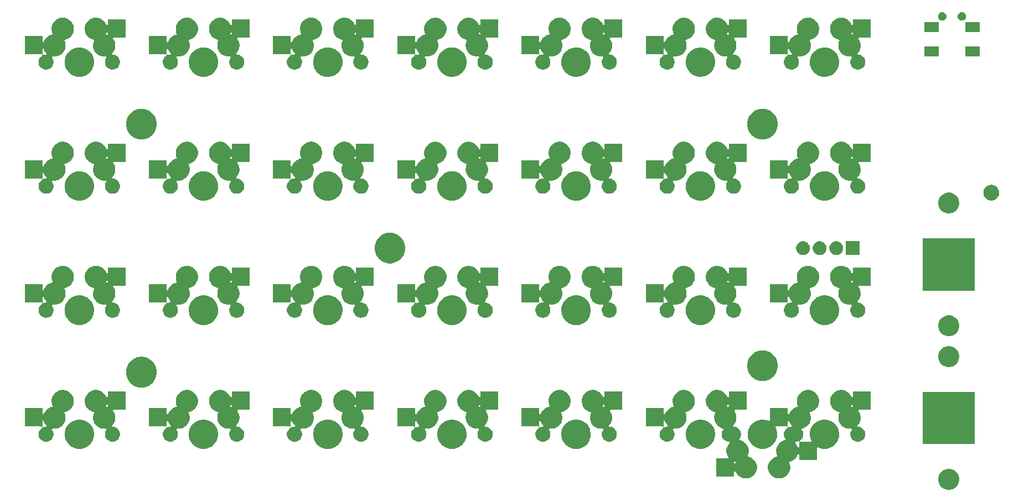
<source format=gbs>
G04 #@! TF.GenerationSoftware,KiCad,Pcbnew,(5.1.6)-1*
G04 #@! TF.CreationDate,2020-05-31T11:49:10+09:00*
G04 #@! TF.ProjectId,7x4x2-pcb,37783478-322d-4706-9362-2e6b69636164,rev?*
G04 #@! TF.SameCoordinates,PX2faf080PY2faf080*
G04 #@! TF.FileFunction,Soldermask,Bot*
G04 #@! TF.FilePolarity,Negative*
%FSLAX46Y46*%
G04 Gerber Fmt 4.6, Leading zero omitted, Abs format (unit mm)*
G04 Created by KiCad (PCBNEW (5.1.6)-1) date 2020-05-31 11:49:10*
%MOMM*%
%LPD*%
G01*
G04 APERTURE LIST*
%ADD10C,0.100000*%
G04 APERTURE END LIST*
D10*
G36*
X145367704Y-97717007D02*
G01*
X145658884Y-97837618D01*
X145920941Y-98012719D01*
X146143803Y-98235581D01*
X146318904Y-98497638D01*
X146439515Y-98788818D01*
X146501001Y-99097933D01*
X146501001Y-99413109D01*
X146439515Y-99722224D01*
X146318904Y-100013404D01*
X146143803Y-100275461D01*
X145920941Y-100498323D01*
X145658884Y-100673424D01*
X145367704Y-100794035D01*
X145058589Y-100855521D01*
X144743413Y-100855521D01*
X144434298Y-100794035D01*
X144143118Y-100673424D01*
X143881061Y-100498323D01*
X143658199Y-100275461D01*
X143483098Y-100013404D01*
X143362487Y-99722224D01*
X143301001Y-99413109D01*
X143301001Y-99097933D01*
X143362487Y-98788818D01*
X143483098Y-98497638D01*
X143658199Y-98235581D01*
X143881061Y-98012719D01*
X144143118Y-97837618D01*
X144434298Y-97717007D01*
X144743413Y-97655521D01*
X145058589Y-97655521D01*
X145367704Y-97717007D01*
G37*
G36*
X123692654Y-85608186D02*
G01*
X123856873Y-85640851D01*
X124166253Y-85769000D01*
X124444688Y-85955044D01*
X124681478Y-86191834D01*
X124867522Y-86470269D01*
X124995671Y-86779649D01*
X125061001Y-87108086D01*
X125061001Y-87442956D01*
X124995671Y-87771393D01*
X124867522Y-88080773D01*
X124681478Y-88359208D01*
X124444688Y-88595998D01*
X124166253Y-88782042D01*
X123856873Y-88910191D01*
X123757288Y-88930000D01*
X123728349Y-88935756D01*
X123704901Y-88942869D01*
X123683290Y-88954420D01*
X123664348Y-88969966D01*
X123648803Y-88988908D01*
X123637252Y-89010518D01*
X123630139Y-89033967D01*
X123627737Y-89058353D01*
X123630139Y-89082740D01*
X123637250Y-89106181D01*
X123725671Y-89319649D01*
X123725671Y-89319651D01*
X123791001Y-89648083D01*
X123791001Y-89982956D01*
X123725671Y-90311393D01*
X123597522Y-90620773D01*
X123411478Y-90899208D01*
X123174688Y-91135998D01*
X122896253Y-91322042D01*
X122586873Y-91450191D01*
X122481093Y-91471232D01*
X122457647Y-91478344D01*
X122436036Y-91489895D01*
X122417094Y-91505440D01*
X122401549Y-91524382D01*
X122389998Y-91545993D01*
X122382885Y-91569442D01*
X122380483Y-91593828D01*
X122382885Y-91618214D01*
X122389998Y-91641663D01*
X122401549Y-91663273D01*
X122500117Y-91810791D01*
X122500117Y-91810792D01*
X122586807Y-92020078D01*
X122631001Y-92242256D01*
X122631001Y-92468786D01*
X122586807Y-92690964D01*
X122500117Y-92900250D01*
X122374264Y-93088603D01*
X122214083Y-93248784D01*
X122127571Y-93306589D01*
X122108629Y-93322134D01*
X122093084Y-93341076D01*
X122081533Y-93362687D01*
X122074420Y-93386136D01*
X122072018Y-93410522D01*
X122074420Y-93434908D01*
X122081533Y-93458357D01*
X122093084Y-93479968D01*
X122108629Y-93498910D01*
X122127571Y-93514455D01*
X122149182Y-93526006D01*
X122172631Y-93533119D01*
X122197017Y-93535521D01*
X123767316Y-93535521D01*
X123791702Y-93533119D01*
X123815151Y-93526006D01*
X123836762Y-93514455D01*
X123855704Y-93498910D01*
X123871249Y-93479968D01*
X123882800Y-93458357D01*
X123889913Y-93434908D01*
X123892315Y-93410522D01*
X123889913Y-93386136D01*
X123882800Y-93362687D01*
X123781122Y-93117214D01*
X123737467Y-93011822D01*
X123694234Y-92794474D01*
X123651001Y-92577128D01*
X123651001Y-92133914D01*
X123737467Y-91699221D01*
X123745253Y-91680425D01*
X123887750Y-91336405D01*
X123907076Y-91289748D01*
X123911989Y-91282395D01*
X124153312Y-90921229D01*
X124466709Y-90607832D01*
X124835226Y-90361597D01*
X124849451Y-90355705D01*
X125087154Y-90257245D01*
X125244700Y-90191987D01*
X125679394Y-90105521D01*
X126122608Y-90105521D01*
X126557302Y-90191987D01*
X126714848Y-90257245D01*
X126952552Y-90355705D01*
X126966776Y-90361597D01*
X127335293Y-90607832D01*
X127648690Y-90921229D01*
X127890013Y-91282395D01*
X127894926Y-91289748D01*
X127914252Y-91336405D01*
X128056750Y-91680425D01*
X128064535Y-91699221D01*
X128151001Y-92133914D01*
X128151001Y-92577128D01*
X128107768Y-92794474D01*
X128064535Y-93011822D01*
X127970099Y-93239811D01*
X127908303Y-93389000D01*
X127894925Y-93421296D01*
X127648690Y-93789813D01*
X127335293Y-94103210D01*
X126966776Y-94349445D01*
X126966775Y-94349446D01*
X126966774Y-94349446D01*
X126895340Y-94379035D01*
X126557302Y-94519055D01*
X126122608Y-94605521D01*
X125679394Y-94605521D01*
X125244700Y-94519055D01*
X124923834Y-94386148D01*
X124900386Y-94379035D01*
X124876000Y-94376633D01*
X124851614Y-94379035D01*
X124828165Y-94386148D01*
X124806554Y-94397699D01*
X124787612Y-94413244D01*
X124772067Y-94432186D01*
X124760516Y-94453797D01*
X124753403Y-94477246D01*
X124751001Y-94501632D01*
X124751001Y-96335521D01*
X122051001Y-96335521D01*
X122051001Y-95524093D01*
X122048599Y-95499707D01*
X122041486Y-95476258D01*
X122029935Y-95454647D01*
X122014390Y-95435705D01*
X121995448Y-95420160D01*
X121973837Y-95408609D01*
X121950388Y-95401496D01*
X121926002Y-95399094D01*
X121901616Y-95401496D01*
X121878167Y-95408609D01*
X121856556Y-95420160D01*
X121837614Y-95435705D01*
X121822069Y-95454647D01*
X121810522Y-95476251D01*
X121717522Y-95700773D01*
X121531478Y-95979208D01*
X121294688Y-96215998D01*
X121016253Y-96402042D01*
X120706873Y-96530191D01*
X120613686Y-96548727D01*
X120578349Y-96555756D01*
X120554901Y-96562869D01*
X120533290Y-96574420D01*
X120514348Y-96589966D01*
X120498803Y-96608908D01*
X120487252Y-96630518D01*
X120480139Y-96653967D01*
X120477737Y-96678353D01*
X120480139Y-96702740D01*
X120487250Y-96726181D01*
X120575671Y-96939649D01*
X120641001Y-97268086D01*
X120641001Y-97602956D01*
X120575671Y-97931393D01*
X120447522Y-98240773D01*
X120261478Y-98519208D01*
X120024688Y-98755998D01*
X119746253Y-98942042D01*
X119436873Y-99070191D01*
X119297404Y-99097933D01*
X119108438Y-99135521D01*
X118773564Y-99135521D01*
X118584598Y-99097933D01*
X118445129Y-99070191D01*
X118135749Y-98942042D01*
X117857314Y-98755998D01*
X117620524Y-98519208D01*
X117434480Y-98240773D01*
X117306331Y-97931393D01*
X117241001Y-97602956D01*
X117241001Y-97268086D01*
X117306331Y-96939649D01*
X117434480Y-96630269D01*
X117620524Y-96351834D01*
X117857314Y-96115044D01*
X118135749Y-95929000D01*
X118445129Y-95800851D01*
X118573652Y-95775286D01*
X118597101Y-95768173D01*
X118618712Y-95756622D01*
X118637654Y-95741076D01*
X118653199Y-95722134D01*
X118664750Y-95700524D01*
X118671863Y-95677075D01*
X118674265Y-95652689D01*
X118671863Y-95628302D01*
X118664752Y-95604861D01*
X118576331Y-95391393D01*
X118543666Y-95227175D01*
X118511001Y-95062958D01*
X118511001Y-94728084D01*
X118552580Y-94519055D01*
X118576331Y-94399649D01*
X118704480Y-94090269D01*
X118890524Y-93811834D01*
X119071838Y-93630520D01*
X121401939Y-93630520D01*
X121404341Y-93654906D01*
X121411454Y-93678355D01*
X121423005Y-93699966D01*
X121438541Y-93718897D01*
X121531478Y-93811834D01*
X121717522Y-94090269D01*
X121810522Y-94314791D01*
X121822069Y-94336395D01*
X121837614Y-94355337D01*
X121856556Y-94370882D01*
X121878167Y-94382433D01*
X121901616Y-94389546D01*
X121926002Y-94391948D01*
X121950388Y-94389546D01*
X121973837Y-94382433D01*
X121995448Y-94370882D01*
X122014390Y-94355337D01*
X122029935Y-94336395D01*
X122041486Y-94314784D01*
X122048599Y-94291335D01*
X122051001Y-94266949D01*
X122051001Y-93551244D01*
X122048599Y-93526858D01*
X122041486Y-93503409D01*
X122029935Y-93481798D01*
X122014390Y-93462856D01*
X121995448Y-93447311D01*
X121973837Y-93435760D01*
X121950388Y-93428647D01*
X121926002Y-93426245D01*
X121901616Y-93428647D01*
X121878169Y-93435759D01*
X121816444Y-93461327D01*
X121722729Y-93479968D01*
X121594267Y-93505521D01*
X121526938Y-93505521D01*
X121502552Y-93507923D01*
X121479103Y-93515036D01*
X121457492Y-93526587D01*
X121438550Y-93542132D01*
X121423005Y-93561074D01*
X121411454Y-93582685D01*
X121404341Y-93606134D01*
X121401939Y-93630520D01*
X119071838Y-93630520D01*
X119127314Y-93575044D01*
X119405749Y-93389000D01*
X119715129Y-93260851D01*
X119820909Y-93239810D01*
X119844355Y-93232698D01*
X119865966Y-93221147D01*
X119884908Y-93205602D01*
X119900453Y-93186660D01*
X119912004Y-93165049D01*
X119919117Y-93141600D01*
X119921519Y-93117214D01*
X119919117Y-93092828D01*
X119912004Y-93069379D01*
X119900453Y-93047769D01*
X119801885Y-92900251D01*
X119772988Y-92830488D01*
X119715195Y-92690964D01*
X119671001Y-92468786D01*
X119671001Y-92242256D01*
X119715195Y-92020078D01*
X119801885Y-91810792D01*
X119927738Y-91622439D01*
X120087919Y-91462258D01*
X120174433Y-91404452D01*
X120193373Y-91388908D01*
X120208918Y-91369966D01*
X120220469Y-91348355D01*
X120227582Y-91324906D01*
X120229984Y-91300520D01*
X120227582Y-91276134D01*
X120220469Y-91252685D01*
X120208918Y-91231074D01*
X120193373Y-91212132D01*
X120174431Y-91196587D01*
X120152820Y-91185036D01*
X120129371Y-91177923D01*
X120104985Y-91175521D01*
X118534686Y-91175521D01*
X118510300Y-91177923D01*
X118486851Y-91185036D01*
X118465240Y-91196587D01*
X118446298Y-91212132D01*
X118430753Y-91231074D01*
X118419202Y-91252685D01*
X118412089Y-91276134D01*
X118409687Y-91300520D01*
X118412089Y-91324906D01*
X118419202Y-91348355D01*
X118442438Y-91404453D01*
X118556750Y-91680425D01*
X118564535Y-91699221D01*
X118651001Y-92133914D01*
X118651001Y-92577128D01*
X118607768Y-92794474D01*
X118564535Y-93011822D01*
X118470099Y-93239811D01*
X118408303Y-93389000D01*
X118394925Y-93421296D01*
X118148690Y-93789813D01*
X117835293Y-94103210D01*
X117466776Y-94349445D01*
X117466775Y-94349446D01*
X117466774Y-94349446D01*
X117395340Y-94379035D01*
X117057302Y-94519055D01*
X116622608Y-94605521D01*
X116179394Y-94605521D01*
X115744700Y-94519055D01*
X115406662Y-94379035D01*
X115335228Y-94349446D01*
X115335227Y-94349446D01*
X115335226Y-94349445D01*
X114966709Y-94103210D01*
X114653312Y-93789813D01*
X114407077Y-93421296D01*
X114393700Y-93389000D01*
X114331903Y-93239811D01*
X114237467Y-93011822D01*
X114194234Y-92794474D01*
X114151001Y-92577128D01*
X114151001Y-92133914D01*
X114237467Y-91699221D01*
X114245253Y-91680425D01*
X114387750Y-91336405D01*
X114407076Y-91289748D01*
X114411989Y-91282395D01*
X114653312Y-90921229D01*
X114966709Y-90607832D01*
X115211761Y-90444093D01*
X120251001Y-90444093D01*
X120251001Y-91159798D01*
X120253403Y-91184184D01*
X120260516Y-91207633D01*
X120272067Y-91229244D01*
X120287612Y-91248186D01*
X120306554Y-91263731D01*
X120328165Y-91275282D01*
X120351614Y-91282395D01*
X120376000Y-91284797D01*
X120400386Y-91282395D01*
X120423833Y-91275283D01*
X120485558Y-91249715D01*
X120674500Y-91212132D01*
X120707735Y-91205521D01*
X120775064Y-91205521D01*
X120799450Y-91203119D01*
X120822899Y-91196006D01*
X120844510Y-91184455D01*
X120863452Y-91168910D01*
X120878997Y-91149968D01*
X120890548Y-91128357D01*
X120897661Y-91104908D01*
X120900063Y-91080522D01*
X120897661Y-91056136D01*
X120890548Y-91032687D01*
X120878997Y-91011076D01*
X120863461Y-90992145D01*
X120770524Y-90899208D01*
X120584480Y-90620773D01*
X120491480Y-90396251D01*
X120479933Y-90374647D01*
X120464388Y-90355705D01*
X120445446Y-90340160D01*
X120423835Y-90328609D01*
X120400386Y-90321496D01*
X120376000Y-90319094D01*
X120351614Y-90321496D01*
X120328165Y-90328609D01*
X120306554Y-90340160D01*
X120287612Y-90355705D01*
X120272067Y-90374647D01*
X120260516Y-90396258D01*
X120253403Y-90419707D01*
X120251001Y-90444093D01*
X115211761Y-90444093D01*
X115335226Y-90361597D01*
X115349451Y-90355705D01*
X115587154Y-90257245D01*
X115744700Y-90191987D01*
X116179394Y-90105521D01*
X116622608Y-90105521D01*
X117057302Y-90191987D01*
X117378167Y-90324894D01*
X117401616Y-90332007D01*
X117426002Y-90334409D01*
X117450388Y-90332007D01*
X117473837Y-90324894D01*
X117495448Y-90313343D01*
X117514390Y-90297798D01*
X117529935Y-90278856D01*
X117541486Y-90257245D01*
X117548599Y-90233796D01*
X117551001Y-90209410D01*
X117551001Y-88375521D01*
X120251001Y-88375521D01*
X120251001Y-89186949D01*
X120253403Y-89211335D01*
X120260516Y-89234784D01*
X120272067Y-89256395D01*
X120287612Y-89275337D01*
X120306554Y-89290882D01*
X120328165Y-89302433D01*
X120351614Y-89309546D01*
X120376000Y-89311948D01*
X120400386Y-89309546D01*
X120423835Y-89302433D01*
X120445446Y-89290882D01*
X120464388Y-89275337D01*
X120479933Y-89256395D01*
X120491480Y-89234791D01*
X120584480Y-89010269D01*
X120770524Y-88731834D01*
X121007314Y-88495044D01*
X121285749Y-88309000D01*
X121595129Y-88180851D01*
X121723652Y-88155286D01*
X121747101Y-88148173D01*
X121768712Y-88136622D01*
X121787654Y-88121076D01*
X121803199Y-88102134D01*
X121814750Y-88080524D01*
X121821863Y-88057075D01*
X121824265Y-88032689D01*
X121821863Y-88008302D01*
X121814752Y-87984861D01*
X121726331Y-87771393D01*
X121661001Y-87442956D01*
X121661001Y-87108086D01*
X121726331Y-86779649D01*
X121854480Y-86470269D01*
X122040524Y-86191834D01*
X122277314Y-85955044D01*
X122555749Y-85769000D01*
X122865129Y-85640851D01*
X123029348Y-85608186D01*
X123193564Y-85575521D01*
X123528438Y-85575521D01*
X123692654Y-85608186D01*
G37*
G36*
X109772654Y-85608186D02*
G01*
X109936873Y-85640851D01*
X110246253Y-85769000D01*
X110524688Y-85955044D01*
X110761478Y-86191834D01*
X110947522Y-86470269D01*
X111010521Y-86622363D01*
X111022069Y-86643968D01*
X111037614Y-86662910D01*
X111056556Y-86678455D01*
X111078167Y-86690006D01*
X111101616Y-86697119D01*
X111126002Y-86699521D01*
X111150388Y-86697119D01*
X111173837Y-86690006D01*
X111195448Y-86678455D01*
X111214390Y-86662910D01*
X111229935Y-86643968D01*
X111241486Y-86622357D01*
X111248599Y-86598908D01*
X111251001Y-86574522D01*
X111251001Y-85835521D01*
X113951001Y-85835521D01*
X113951001Y-88635521D01*
X112200980Y-88635521D01*
X112176594Y-88637923D01*
X112153145Y-88645036D01*
X112131534Y-88656587D01*
X112112592Y-88672132D01*
X112097047Y-88691074D01*
X112085496Y-88712685D01*
X112078383Y-88736134D01*
X112075981Y-88760520D01*
X112078383Y-88784906D01*
X112085496Y-88808355D01*
X112097042Y-88829957D01*
X112217522Y-89010268D01*
X112345671Y-89319648D01*
X112378336Y-89483867D01*
X112411001Y-89648083D01*
X112411001Y-89982957D01*
X112386621Y-90105521D01*
X112345671Y-90311392D01*
X112217522Y-90620772D01*
X112031478Y-90899207D01*
X111938540Y-90992145D01*
X111923004Y-91011076D01*
X111911453Y-91032687D01*
X111904340Y-91056136D01*
X111901938Y-91080522D01*
X111904340Y-91104908D01*
X111911453Y-91128357D01*
X111923004Y-91149968D01*
X111938549Y-91168910D01*
X111957491Y-91184455D01*
X111979102Y-91196006D01*
X112002551Y-91203119D01*
X112026937Y-91205521D01*
X112094267Y-91205521D01*
X112127502Y-91212132D01*
X112316444Y-91249715D01*
X112525730Y-91336405D01*
X112714083Y-91462258D01*
X112874264Y-91622439D01*
X113000117Y-91810792D01*
X113086807Y-92020078D01*
X113131001Y-92242256D01*
X113131001Y-92468786D01*
X113086807Y-92690964D01*
X113014991Y-92864342D01*
X113000118Y-92900248D01*
X112901548Y-93047769D01*
X112889997Y-93069380D01*
X112882884Y-93092829D01*
X112880482Y-93117215D01*
X112882884Y-93141601D01*
X112889997Y-93165050D01*
X112901548Y-93186661D01*
X112917093Y-93205603D01*
X112936035Y-93221148D01*
X112957646Y-93232699D01*
X112981090Y-93239811D01*
X113086873Y-93260852D01*
X113396253Y-93389001D01*
X113674688Y-93575045D01*
X113911478Y-93811835D01*
X114097522Y-94090270D01*
X114225671Y-94399650D01*
X114236441Y-94453797D01*
X114291001Y-94728084D01*
X114291001Y-95062957D01*
X114225671Y-95391394D01*
X114137249Y-95604865D01*
X114130139Y-95628303D01*
X114127737Y-95652689D01*
X114130139Y-95677075D01*
X114137252Y-95700524D01*
X114148803Y-95722135D01*
X114164348Y-95741077D01*
X114183290Y-95756622D01*
X114204901Y-95768173D01*
X114228350Y-95775286D01*
X114356873Y-95800851D01*
X114666253Y-95929000D01*
X114944688Y-96115044D01*
X115181478Y-96351834D01*
X115367522Y-96630269D01*
X115495671Y-96939649D01*
X115561001Y-97268086D01*
X115561001Y-97602956D01*
X115495671Y-97931393D01*
X115367522Y-98240773D01*
X115181478Y-98519208D01*
X114944688Y-98755998D01*
X114666253Y-98942042D01*
X114356873Y-99070191D01*
X114217404Y-99097933D01*
X114028438Y-99135521D01*
X113693564Y-99135521D01*
X113504598Y-99097933D01*
X113365129Y-99070191D01*
X113055749Y-98942042D01*
X112777314Y-98755998D01*
X112540524Y-98519208D01*
X112354480Y-98240773D01*
X112291481Y-98088679D01*
X112279933Y-98067074D01*
X112264388Y-98048132D01*
X112245446Y-98032587D01*
X112223835Y-98021036D01*
X112200386Y-98013923D01*
X112176000Y-98011521D01*
X112151614Y-98013923D01*
X112128165Y-98021036D01*
X112106554Y-98032587D01*
X112087612Y-98048132D01*
X112072067Y-98067074D01*
X112060516Y-98088685D01*
X112053403Y-98112134D01*
X112051001Y-98136520D01*
X112051001Y-98875521D01*
X109351001Y-98875521D01*
X109351001Y-96673726D01*
X112051001Y-96673726D01*
X112051001Y-96734522D01*
X112053403Y-96758908D01*
X112060516Y-96782357D01*
X112072067Y-96803968D01*
X112087612Y-96822910D01*
X112106554Y-96838455D01*
X112128165Y-96850006D01*
X112151614Y-96857119D01*
X112176000Y-96859521D01*
X112200386Y-96857119D01*
X112223835Y-96850006D01*
X112245446Y-96838455D01*
X112264388Y-96822910D01*
X112279933Y-96803968D01*
X112291479Y-96782367D01*
X112314755Y-96726175D01*
X112321863Y-96702741D01*
X112324265Y-96678355D01*
X112321863Y-96653969D01*
X112314750Y-96630520D01*
X112303199Y-96608909D01*
X112287654Y-96589967D01*
X112268712Y-96574422D01*
X112247102Y-96562870D01*
X112223653Y-96555757D01*
X112200387Y-96551129D01*
X112176001Y-96548727D01*
X112151614Y-96551129D01*
X112128165Y-96558242D01*
X112106555Y-96569793D01*
X112087613Y-96585338D01*
X112072067Y-96604280D01*
X112060516Y-96625890D01*
X112053403Y-96649339D01*
X112051001Y-96673726D01*
X109351001Y-96673726D01*
X109351001Y-96075521D01*
X111101022Y-96075521D01*
X111125408Y-96073119D01*
X111148857Y-96066006D01*
X111170468Y-96054455D01*
X111189410Y-96038910D01*
X111204955Y-96019968D01*
X111216506Y-95998357D01*
X111223619Y-95974908D01*
X111226021Y-95950522D01*
X111223619Y-95926136D01*
X111216506Y-95902687D01*
X111204960Y-95881085D01*
X111084480Y-95700774D01*
X110956331Y-95391394D01*
X110891001Y-95062957D01*
X110891001Y-94728087D01*
X110891002Y-94728084D01*
X110945561Y-94453797D01*
X110956331Y-94399650D01*
X111084480Y-94090270D01*
X111270524Y-93811835D01*
X111363462Y-93718897D01*
X111378998Y-93699966D01*
X111390549Y-93678355D01*
X111397662Y-93654906D01*
X111400064Y-93630520D01*
X111397662Y-93606134D01*
X111390549Y-93582685D01*
X111378998Y-93561074D01*
X111363453Y-93542132D01*
X111344511Y-93526587D01*
X111322900Y-93515036D01*
X111299451Y-93507923D01*
X111275065Y-93505521D01*
X111207735Y-93505521D01*
X111079273Y-93479968D01*
X110985558Y-93461327D01*
X110776272Y-93374637D01*
X110587919Y-93248784D01*
X110427738Y-93088603D01*
X110301885Y-92900250D01*
X110215195Y-92690964D01*
X110171001Y-92468786D01*
X110171001Y-92242256D01*
X110215195Y-92020078D01*
X110301885Y-91810792D01*
X110400455Y-91663271D01*
X110412005Y-91641662D01*
X110419118Y-91618213D01*
X110421520Y-91593827D01*
X110419118Y-91569441D01*
X110412005Y-91545992D01*
X110400454Y-91524381D01*
X110384909Y-91505439D01*
X110365967Y-91489894D01*
X110344356Y-91478343D01*
X110320912Y-91471231D01*
X110215129Y-91450190D01*
X109905749Y-91322041D01*
X109627314Y-91135997D01*
X109390524Y-90899207D01*
X109204480Y-90620772D01*
X109076331Y-90311392D01*
X109035381Y-90105521D01*
X109011001Y-89982957D01*
X109011001Y-89648083D01*
X109043666Y-89483867D01*
X109076331Y-89319648D01*
X109164753Y-89106177D01*
X109171863Y-89082739D01*
X109174265Y-89058353D01*
X109171863Y-89033967D01*
X109164750Y-89010518D01*
X109153199Y-88988907D01*
X109137654Y-88969965D01*
X109118712Y-88954420D01*
X109097101Y-88942869D01*
X109073653Y-88935756D01*
X109044714Y-88930000D01*
X108945129Y-88910191D01*
X108635749Y-88782042D01*
X108357314Y-88595998D01*
X108120524Y-88359208D01*
X107934480Y-88080773D01*
X107914563Y-88032687D01*
X110977737Y-88032687D01*
X110980139Y-88057073D01*
X110987252Y-88080522D01*
X110998803Y-88102133D01*
X111014348Y-88121075D01*
X111033290Y-88136620D01*
X111054900Y-88148172D01*
X111078349Y-88155285D01*
X111101615Y-88159913D01*
X111126001Y-88162315D01*
X111150388Y-88159913D01*
X111173837Y-88152800D01*
X111195447Y-88141249D01*
X111214389Y-88125704D01*
X111229935Y-88106762D01*
X111241486Y-88085152D01*
X111248599Y-88061703D01*
X111251001Y-88037316D01*
X111251001Y-87976520D01*
X111248599Y-87952134D01*
X111241486Y-87928685D01*
X111229935Y-87907074D01*
X111214390Y-87888132D01*
X111195448Y-87872587D01*
X111173837Y-87861036D01*
X111150388Y-87853923D01*
X111126002Y-87851521D01*
X111101616Y-87853923D01*
X111078167Y-87861036D01*
X111056556Y-87872587D01*
X111037614Y-87888132D01*
X111022069Y-87907074D01*
X111010523Y-87928675D01*
X110987247Y-87984867D01*
X110980139Y-88008301D01*
X110977737Y-88032687D01*
X107914563Y-88032687D01*
X107806331Y-87771393D01*
X107741001Y-87442956D01*
X107741001Y-87108086D01*
X107806331Y-86779649D01*
X107934480Y-86470269D01*
X108120524Y-86191834D01*
X108357314Y-85955044D01*
X108635749Y-85769000D01*
X108945129Y-85640851D01*
X109109348Y-85608186D01*
X109273564Y-85575521D01*
X109608438Y-85575521D01*
X109772654Y-85608186D01*
G37*
G36*
X88557302Y-90191987D02*
G01*
X88714848Y-90257245D01*
X88952552Y-90355705D01*
X88966776Y-90361597D01*
X89335293Y-90607832D01*
X89648690Y-90921229D01*
X89890013Y-91282395D01*
X89894926Y-91289748D01*
X89914252Y-91336405D01*
X90056750Y-91680425D01*
X90064535Y-91699221D01*
X90151001Y-92133914D01*
X90151001Y-92577128D01*
X90107768Y-92794474D01*
X90064535Y-93011822D01*
X89970099Y-93239811D01*
X89908303Y-93389000D01*
X89894925Y-93421296D01*
X89648690Y-93789813D01*
X89335293Y-94103210D01*
X88966776Y-94349445D01*
X88966775Y-94349446D01*
X88966774Y-94349446D01*
X88895340Y-94379035D01*
X88557302Y-94519055D01*
X88122608Y-94605521D01*
X87679394Y-94605521D01*
X87244700Y-94519055D01*
X86906662Y-94379035D01*
X86835228Y-94349446D01*
X86835227Y-94349446D01*
X86835226Y-94349445D01*
X86466709Y-94103210D01*
X86153312Y-93789813D01*
X85907077Y-93421296D01*
X85893700Y-93389000D01*
X85831903Y-93239811D01*
X85737467Y-93011822D01*
X85651001Y-92577128D01*
X85651001Y-92133914D01*
X85737467Y-91699221D01*
X85745253Y-91680425D01*
X85887750Y-91336405D01*
X85907076Y-91289748D01*
X85911989Y-91282395D01*
X86153312Y-90921229D01*
X86466709Y-90607832D01*
X86835226Y-90361597D01*
X86849451Y-90355705D01*
X87087154Y-90257245D01*
X87244700Y-90191987D01*
X87679394Y-90105521D01*
X88122608Y-90105521D01*
X88557302Y-90191987D01*
G37*
G36*
X12557302Y-90191987D02*
G01*
X12714848Y-90257245D01*
X12952552Y-90355705D01*
X12966776Y-90361597D01*
X13335293Y-90607832D01*
X13648690Y-90921229D01*
X13890013Y-91282395D01*
X13894926Y-91289748D01*
X13914252Y-91336405D01*
X14056750Y-91680425D01*
X14064535Y-91699221D01*
X14151001Y-92133914D01*
X14151001Y-92577128D01*
X14064535Y-93011822D01*
X13970099Y-93239811D01*
X13908303Y-93389000D01*
X13894925Y-93421296D01*
X13648690Y-93789813D01*
X13335293Y-94103210D01*
X12966776Y-94349445D01*
X12966775Y-94349446D01*
X12966774Y-94349446D01*
X12895340Y-94379035D01*
X12557302Y-94519055D01*
X12122608Y-94605521D01*
X11679394Y-94605521D01*
X11244700Y-94519055D01*
X10906662Y-94379035D01*
X10835228Y-94349446D01*
X10835227Y-94349446D01*
X10835226Y-94349445D01*
X10466709Y-94103210D01*
X10153312Y-93789813D01*
X9907077Y-93421296D01*
X9893700Y-93389000D01*
X9831903Y-93239811D01*
X9737467Y-93011822D01*
X9651001Y-92577128D01*
X9651001Y-92133914D01*
X9737467Y-91699221D01*
X9745253Y-91680425D01*
X9887750Y-91336405D01*
X9907076Y-91289748D01*
X9911989Y-91282395D01*
X10153312Y-90921229D01*
X10466709Y-90607832D01*
X10835226Y-90361597D01*
X10849451Y-90355705D01*
X11087154Y-90257245D01*
X11244700Y-90191987D01*
X11679394Y-90105521D01*
X12122608Y-90105521D01*
X12557302Y-90191987D01*
G37*
G36*
X69557302Y-90191987D02*
G01*
X69714848Y-90257245D01*
X69952552Y-90355705D01*
X69966776Y-90361597D01*
X70335293Y-90607832D01*
X70648690Y-90921229D01*
X70890013Y-91282395D01*
X70894926Y-91289748D01*
X70914252Y-91336405D01*
X71056750Y-91680425D01*
X71064535Y-91699221D01*
X71151001Y-92133914D01*
X71151001Y-92577128D01*
X71107768Y-92794474D01*
X71064535Y-93011822D01*
X70970099Y-93239811D01*
X70908303Y-93389000D01*
X70894925Y-93421296D01*
X70648690Y-93789813D01*
X70335293Y-94103210D01*
X69966776Y-94349445D01*
X69966775Y-94349446D01*
X69966774Y-94349446D01*
X69895340Y-94379035D01*
X69557302Y-94519055D01*
X69122608Y-94605521D01*
X68679394Y-94605521D01*
X68244700Y-94519055D01*
X67906662Y-94379035D01*
X67835228Y-94349446D01*
X67835227Y-94349446D01*
X67835226Y-94349445D01*
X67466709Y-94103210D01*
X67153312Y-93789813D01*
X66907077Y-93421296D01*
X66893700Y-93389000D01*
X66831903Y-93239811D01*
X66737467Y-93011822D01*
X66651001Y-92577128D01*
X66651001Y-92133914D01*
X66737467Y-91699221D01*
X66745253Y-91680425D01*
X66887750Y-91336405D01*
X66907076Y-91289748D01*
X66911989Y-91282395D01*
X67153312Y-90921229D01*
X67466709Y-90607832D01*
X67835226Y-90361597D01*
X67849451Y-90355705D01*
X68087154Y-90257245D01*
X68244700Y-90191987D01*
X68679394Y-90105521D01*
X69122608Y-90105521D01*
X69557302Y-90191987D01*
G37*
G36*
X50557302Y-90191987D02*
G01*
X50714848Y-90257245D01*
X50952552Y-90355705D01*
X50966776Y-90361597D01*
X51335293Y-90607832D01*
X51648690Y-90921229D01*
X51890013Y-91282395D01*
X51894926Y-91289748D01*
X51914252Y-91336405D01*
X52056750Y-91680425D01*
X52064535Y-91699221D01*
X52151001Y-92133914D01*
X52151001Y-92577128D01*
X52064535Y-93011822D01*
X51970099Y-93239811D01*
X51908303Y-93389000D01*
X51894925Y-93421296D01*
X51648690Y-93789813D01*
X51335293Y-94103210D01*
X50966776Y-94349445D01*
X50966775Y-94349446D01*
X50966774Y-94349446D01*
X50895340Y-94379035D01*
X50557302Y-94519055D01*
X50122608Y-94605521D01*
X49679394Y-94605521D01*
X49244700Y-94519055D01*
X48906662Y-94379035D01*
X48835228Y-94349446D01*
X48835227Y-94349446D01*
X48835226Y-94349445D01*
X48466709Y-94103210D01*
X48153312Y-93789813D01*
X47907077Y-93421296D01*
X47893700Y-93389000D01*
X47831903Y-93239811D01*
X47737467Y-93011822D01*
X47651001Y-92577128D01*
X47651001Y-92133914D01*
X47737467Y-91699221D01*
X47745253Y-91680425D01*
X47887750Y-91336405D01*
X47907076Y-91289748D01*
X47911989Y-91282395D01*
X48153312Y-90921229D01*
X48466709Y-90607832D01*
X48835226Y-90361597D01*
X48849451Y-90355705D01*
X49087154Y-90257245D01*
X49244700Y-90191987D01*
X49679394Y-90105521D01*
X50122608Y-90105521D01*
X50557302Y-90191987D01*
G37*
G36*
X107557302Y-90191987D02*
G01*
X107714848Y-90257245D01*
X107952552Y-90355705D01*
X107966776Y-90361597D01*
X108335293Y-90607832D01*
X108648690Y-90921229D01*
X108890013Y-91282395D01*
X108894926Y-91289748D01*
X108914252Y-91336405D01*
X109056750Y-91680425D01*
X109064535Y-91699221D01*
X109151001Y-92133914D01*
X109151001Y-92577128D01*
X109107768Y-92794474D01*
X109064535Y-93011822D01*
X108970099Y-93239811D01*
X108908303Y-93389000D01*
X108894925Y-93421296D01*
X108648690Y-93789813D01*
X108335293Y-94103210D01*
X107966776Y-94349445D01*
X107966775Y-94349446D01*
X107966774Y-94349446D01*
X107895340Y-94379035D01*
X107557302Y-94519055D01*
X107122608Y-94605521D01*
X106679394Y-94605521D01*
X106244700Y-94519055D01*
X105906662Y-94379035D01*
X105835228Y-94349446D01*
X105835227Y-94349446D01*
X105835226Y-94349445D01*
X105466709Y-94103210D01*
X105153312Y-93789813D01*
X104907077Y-93421296D01*
X104893700Y-93389000D01*
X104831903Y-93239811D01*
X104737467Y-93011822D01*
X104651001Y-92577128D01*
X104651001Y-92133914D01*
X104737467Y-91699221D01*
X104745253Y-91680425D01*
X104887750Y-91336405D01*
X104907076Y-91289748D01*
X104911989Y-91282395D01*
X105153312Y-90921229D01*
X105466709Y-90607832D01*
X105835226Y-90361597D01*
X105849451Y-90355705D01*
X106087154Y-90257245D01*
X106244700Y-90191987D01*
X106679394Y-90105521D01*
X107122608Y-90105521D01*
X107557302Y-90191987D01*
G37*
G36*
X31557302Y-90191987D02*
G01*
X31714848Y-90257245D01*
X31952552Y-90355705D01*
X31966776Y-90361597D01*
X32335293Y-90607832D01*
X32648690Y-90921229D01*
X32890013Y-91282395D01*
X32894926Y-91289748D01*
X32914252Y-91336405D01*
X33056750Y-91680425D01*
X33064535Y-91699221D01*
X33151001Y-92133914D01*
X33151001Y-92577128D01*
X33064535Y-93011822D01*
X32970099Y-93239811D01*
X32908303Y-93389000D01*
X32894925Y-93421296D01*
X32648690Y-93789813D01*
X32335293Y-94103210D01*
X31966776Y-94349445D01*
X31966775Y-94349446D01*
X31966774Y-94349446D01*
X31895340Y-94379035D01*
X31557302Y-94519055D01*
X31122608Y-94605521D01*
X30679394Y-94605521D01*
X30244700Y-94519055D01*
X29906662Y-94379035D01*
X29835228Y-94349446D01*
X29835227Y-94349446D01*
X29835226Y-94349445D01*
X29466709Y-94103210D01*
X29153312Y-93789813D01*
X28907077Y-93421296D01*
X28893700Y-93389000D01*
X28831903Y-93239811D01*
X28737467Y-93011822D01*
X28651001Y-92577128D01*
X28651001Y-92133914D01*
X28737467Y-91699221D01*
X28745253Y-91680425D01*
X28887750Y-91336405D01*
X28907076Y-91289748D01*
X28911989Y-91282395D01*
X29153312Y-90921229D01*
X29466709Y-90607832D01*
X29835226Y-90361597D01*
X29849451Y-90355705D01*
X30087154Y-90257245D01*
X30244700Y-90191987D01*
X30679394Y-90105521D01*
X31122608Y-90105521D01*
X31557302Y-90191987D01*
G37*
G36*
X148901001Y-93855521D02*
G01*
X140901001Y-93855521D01*
X140901001Y-85855521D01*
X148901001Y-85855521D01*
X148901001Y-93855521D01*
G37*
G36*
X85692654Y-85608186D02*
G01*
X85856873Y-85640851D01*
X86166253Y-85769000D01*
X86444688Y-85955044D01*
X86681478Y-86191834D01*
X86867522Y-86470269D01*
X86995671Y-86779649D01*
X87061001Y-87108086D01*
X87061001Y-87442956D01*
X86995671Y-87771393D01*
X86867522Y-88080773D01*
X86681478Y-88359208D01*
X86444688Y-88595998D01*
X86166253Y-88782042D01*
X85856873Y-88910191D01*
X85757288Y-88930000D01*
X85728349Y-88935756D01*
X85704901Y-88942869D01*
X85683290Y-88954420D01*
X85664348Y-88969966D01*
X85648803Y-88988908D01*
X85637252Y-89010518D01*
X85630139Y-89033967D01*
X85627737Y-89058353D01*
X85630139Y-89082740D01*
X85637250Y-89106181D01*
X85725671Y-89319649D01*
X85725671Y-89319651D01*
X85791001Y-89648083D01*
X85791001Y-89982956D01*
X85725671Y-90311393D01*
X85597522Y-90620773D01*
X85411478Y-90899208D01*
X85174688Y-91135998D01*
X84896253Y-91322042D01*
X84586873Y-91450191D01*
X84481097Y-91471231D01*
X84258438Y-91515521D01*
X83923563Y-91515521D01*
X83895766Y-91509992D01*
X83871380Y-91507590D01*
X83846994Y-91509992D01*
X83823545Y-91517105D01*
X83801935Y-91528657D01*
X83782993Y-91544202D01*
X83767448Y-91563144D01*
X83755897Y-91584755D01*
X83748784Y-91608204D01*
X83746382Y-91632590D01*
X83748784Y-91656976D01*
X83755897Y-91680425D01*
X83767446Y-91702032D01*
X83840117Y-91810792D01*
X83926807Y-92020078D01*
X83971001Y-92242256D01*
X83971001Y-92468786D01*
X83926807Y-92690964D01*
X83840117Y-92900250D01*
X83714264Y-93088603D01*
X83554083Y-93248784D01*
X83365730Y-93374637D01*
X83156444Y-93461327D01*
X83062729Y-93479968D01*
X82934267Y-93505521D01*
X82707735Y-93505521D01*
X82579273Y-93479968D01*
X82485558Y-93461327D01*
X82276272Y-93374637D01*
X82087919Y-93248784D01*
X81927738Y-93088603D01*
X81801885Y-92900250D01*
X81715195Y-92690964D01*
X81671001Y-92468786D01*
X81671001Y-92242256D01*
X81715195Y-92020078D01*
X81801885Y-91810792D01*
X81927738Y-91622439D01*
X82087919Y-91462258D01*
X82174433Y-91404452D01*
X82193373Y-91388908D01*
X82208918Y-91369966D01*
X82220469Y-91348355D01*
X82227582Y-91324906D01*
X82229984Y-91300520D01*
X82227582Y-91276134D01*
X82220469Y-91252685D01*
X82208918Y-91231074D01*
X82193373Y-91212132D01*
X82174431Y-91196587D01*
X82152820Y-91185036D01*
X82129371Y-91177923D01*
X82104985Y-91175521D01*
X79551001Y-91175521D01*
X79551001Y-90444093D01*
X82251001Y-90444093D01*
X82251001Y-91159798D01*
X82253403Y-91184184D01*
X82260516Y-91207633D01*
X82272067Y-91229244D01*
X82287612Y-91248186D01*
X82306554Y-91263731D01*
X82328165Y-91275282D01*
X82351614Y-91282395D01*
X82376000Y-91284797D01*
X82400386Y-91282395D01*
X82423833Y-91275283D01*
X82485558Y-91249715D01*
X82674500Y-91212132D01*
X82707735Y-91205521D01*
X82775064Y-91205521D01*
X82799450Y-91203119D01*
X82822899Y-91196006D01*
X82844510Y-91184455D01*
X82863452Y-91168910D01*
X82878997Y-91149968D01*
X82890548Y-91128357D01*
X82897661Y-91104908D01*
X82900063Y-91080522D01*
X82897661Y-91056136D01*
X82890548Y-91032687D01*
X82878997Y-91011076D01*
X82863461Y-90992145D01*
X82770524Y-90899208D01*
X82584480Y-90620773D01*
X82491480Y-90396251D01*
X82479933Y-90374647D01*
X82464388Y-90355705D01*
X82445446Y-90340160D01*
X82423835Y-90328609D01*
X82400386Y-90321496D01*
X82376000Y-90319094D01*
X82351614Y-90321496D01*
X82328165Y-90328609D01*
X82306554Y-90340160D01*
X82287612Y-90355705D01*
X82272067Y-90374647D01*
X82260516Y-90396258D01*
X82253403Y-90419707D01*
X82251001Y-90444093D01*
X79551001Y-90444093D01*
X79551001Y-88375521D01*
X82251001Y-88375521D01*
X82251001Y-89186949D01*
X82253403Y-89211335D01*
X82260516Y-89234784D01*
X82272067Y-89256395D01*
X82287612Y-89275337D01*
X82306554Y-89290882D01*
X82328165Y-89302433D01*
X82351614Y-89309546D01*
X82376000Y-89311948D01*
X82400386Y-89309546D01*
X82423835Y-89302433D01*
X82445446Y-89290882D01*
X82464388Y-89275337D01*
X82479933Y-89256395D01*
X82491480Y-89234791D01*
X82584480Y-89010269D01*
X82770524Y-88731834D01*
X83007314Y-88495044D01*
X83285749Y-88309000D01*
X83595129Y-88180851D01*
X83723652Y-88155286D01*
X83747101Y-88148173D01*
X83768712Y-88136622D01*
X83787654Y-88121076D01*
X83803199Y-88102134D01*
X83814750Y-88080524D01*
X83821863Y-88057075D01*
X83824265Y-88032689D01*
X83821863Y-88008302D01*
X83814752Y-87984861D01*
X83726331Y-87771393D01*
X83661001Y-87442956D01*
X83661001Y-87108086D01*
X83726331Y-86779649D01*
X83854480Y-86470269D01*
X84040524Y-86191834D01*
X84277314Y-85955044D01*
X84555749Y-85769000D01*
X84865129Y-85640851D01*
X85029348Y-85608186D01*
X85193564Y-85575521D01*
X85528438Y-85575521D01*
X85692654Y-85608186D01*
G37*
G36*
X71772654Y-85608186D02*
G01*
X71936873Y-85640851D01*
X72246253Y-85769000D01*
X72524688Y-85955044D01*
X72761478Y-86191834D01*
X72947522Y-86470269D01*
X73010521Y-86622363D01*
X73022069Y-86643968D01*
X73037614Y-86662910D01*
X73056556Y-86678455D01*
X73078167Y-86690006D01*
X73101616Y-86697119D01*
X73126002Y-86699521D01*
X73150388Y-86697119D01*
X73173837Y-86690006D01*
X73195448Y-86678455D01*
X73214390Y-86662910D01*
X73229935Y-86643968D01*
X73241486Y-86622357D01*
X73248599Y-86598908D01*
X73251001Y-86574522D01*
X73251001Y-85835521D01*
X75951001Y-85835521D01*
X75951001Y-88635521D01*
X74200980Y-88635521D01*
X74176594Y-88637923D01*
X74153145Y-88645036D01*
X74131534Y-88656587D01*
X74112592Y-88672132D01*
X74097047Y-88691074D01*
X74085496Y-88712685D01*
X74078383Y-88736134D01*
X74075981Y-88760520D01*
X74078383Y-88784906D01*
X74085496Y-88808355D01*
X74097042Y-88829957D01*
X74217522Y-89010268D01*
X74345671Y-89319648D01*
X74378336Y-89483867D01*
X74411001Y-89648083D01*
X74411001Y-89982957D01*
X74386621Y-90105521D01*
X74345671Y-90311392D01*
X74217522Y-90620772D01*
X74031478Y-90899207D01*
X73938540Y-90992145D01*
X73923004Y-91011076D01*
X73911453Y-91032687D01*
X73904340Y-91056136D01*
X73901938Y-91080522D01*
X73904340Y-91104908D01*
X73911453Y-91128357D01*
X73923004Y-91149968D01*
X73938549Y-91168910D01*
X73957491Y-91184455D01*
X73979102Y-91196006D01*
X74002551Y-91203119D01*
X74026937Y-91205521D01*
X74094267Y-91205521D01*
X74127502Y-91212132D01*
X74316444Y-91249715D01*
X74525730Y-91336405D01*
X74714083Y-91462258D01*
X74874264Y-91622439D01*
X75000117Y-91810792D01*
X75086807Y-92020078D01*
X75131001Y-92242256D01*
X75131001Y-92468786D01*
X75086807Y-92690964D01*
X75000117Y-92900250D01*
X74874264Y-93088603D01*
X74714083Y-93248784D01*
X74525730Y-93374637D01*
X74316444Y-93461327D01*
X74222729Y-93479968D01*
X74094267Y-93505521D01*
X73867735Y-93505521D01*
X73739273Y-93479968D01*
X73645558Y-93461327D01*
X73436272Y-93374637D01*
X73247919Y-93248784D01*
X73087738Y-93088603D01*
X72961885Y-92900250D01*
X72875195Y-92690964D01*
X72831001Y-92468786D01*
X72831001Y-92242256D01*
X72875195Y-92020078D01*
X72961885Y-91810792D01*
X72961885Y-91810791D01*
X73034555Y-91702032D01*
X73046106Y-91680422D01*
X73053219Y-91656973D01*
X73055621Y-91632587D01*
X73053219Y-91608200D01*
X73046106Y-91584752D01*
X73034555Y-91563141D01*
X73019009Y-91544199D01*
X73000067Y-91528654D01*
X72978457Y-91517103D01*
X72955008Y-91509990D01*
X72930622Y-91507588D01*
X72906240Y-91509989D01*
X72878436Y-91515520D01*
X72543564Y-91515520D01*
X72320905Y-91471230D01*
X72215129Y-91450190D01*
X71905749Y-91322041D01*
X71627314Y-91135997D01*
X71390524Y-90899207D01*
X71204480Y-90620772D01*
X71076331Y-90311392D01*
X71035381Y-90105521D01*
X71011001Y-89982957D01*
X71011001Y-89648083D01*
X71043666Y-89483867D01*
X71076331Y-89319648D01*
X71164753Y-89106177D01*
X71171863Y-89082739D01*
X71174265Y-89058353D01*
X71171863Y-89033967D01*
X71164750Y-89010518D01*
X71153199Y-88988907D01*
X71137654Y-88969965D01*
X71118712Y-88954420D01*
X71097101Y-88942869D01*
X71073653Y-88935756D01*
X71044714Y-88930000D01*
X70945129Y-88910191D01*
X70635749Y-88782042D01*
X70357314Y-88595998D01*
X70120524Y-88359208D01*
X69934480Y-88080773D01*
X69914563Y-88032687D01*
X72977737Y-88032687D01*
X72980139Y-88057073D01*
X72987252Y-88080522D01*
X72998803Y-88102133D01*
X73014348Y-88121075D01*
X73033290Y-88136620D01*
X73054900Y-88148172D01*
X73078349Y-88155285D01*
X73101615Y-88159913D01*
X73126001Y-88162315D01*
X73150388Y-88159913D01*
X73173837Y-88152800D01*
X73195447Y-88141249D01*
X73214389Y-88125704D01*
X73229935Y-88106762D01*
X73241486Y-88085152D01*
X73248599Y-88061703D01*
X73251001Y-88037316D01*
X73251001Y-87976520D01*
X73248599Y-87952134D01*
X73241486Y-87928685D01*
X73229935Y-87907074D01*
X73214390Y-87888132D01*
X73195448Y-87872587D01*
X73173837Y-87861036D01*
X73150388Y-87853923D01*
X73126002Y-87851521D01*
X73101616Y-87853923D01*
X73078167Y-87861036D01*
X73056556Y-87872587D01*
X73037614Y-87888132D01*
X73022069Y-87907074D01*
X73010523Y-87928675D01*
X72987247Y-87984867D01*
X72980139Y-88008301D01*
X72977737Y-88032687D01*
X69914563Y-88032687D01*
X69806331Y-87771393D01*
X69741001Y-87442956D01*
X69741001Y-87108086D01*
X69806331Y-86779649D01*
X69934480Y-86470269D01*
X70120524Y-86191834D01*
X70357314Y-85955044D01*
X70635749Y-85769000D01*
X70945129Y-85640851D01*
X71109348Y-85608186D01*
X71273564Y-85575521D01*
X71608438Y-85575521D01*
X71772654Y-85608186D01*
G37*
G36*
X47692654Y-85608186D02*
G01*
X47856873Y-85640851D01*
X48166253Y-85769000D01*
X48444688Y-85955044D01*
X48681478Y-86191834D01*
X48867522Y-86470269D01*
X48995671Y-86779649D01*
X49061001Y-87108086D01*
X49061001Y-87442956D01*
X48995671Y-87771393D01*
X48867522Y-88080773D01*
X48681478Y-88359208D01*
X48444688Y-88595998D01*
X48166253Y-88782042D01*
X47856873Y-88910191D01*
X47757288Y-88930000D01*
X47728349Y-88935756D01*
X47704901Y-88942869D01*
X47683290Y-88954420D01*
X47664348Y-88969966D01*
X47648803Y-88988908D01*
X47637252Y-89010518D01*
X47630139Y-89033967D01*
X47627737Y-89058353D01*
X47630139Y-89082740D01*
X47637250Y-89106181D01*
X47725671Y-89319649D01*
X47725671Y-89319651D01*
X47791001Y-89648083D01*
X47791001Y-89982956D01*
X47725671Y-90311393D01*
X47597522Y-90620773D01*
X47411478Y-90899208D01*
X47174688Y-91135998D01*
X46896253Y-91322042D01*
X46586873Y-91450191D01*
X46481097Y-91471231D01*
X46258438Y-91515521D01*
X45923563Y-91515521D01*
X45895766Y-91509992D01*
X45871380Y-91507590D01*
X45846994Y-91509992D01*
X45823545Y-91517105D01*
X45801935Y-91528657D01*
X45782993Y-91544202D01*
X45767448Y-91563144D01*
X45755897Y-91584755D01*
X45748784Y-91608204D01*
X45746382Y-91632590D01*
X45748784Y-91656976D01*
X45755897Y-91680425D01*
X45767446Y-91702032D01*
X45840117Y-91810792D01*
X45926807Y-92020078D01*
X45971001Y-92242256D01*
X45971001Y-92468786D01*
X45926807Y-92690964D01*
X45840117Y-92900250D01*
X45714264Y-93088603D01*
X45554083Y-93248784D01*
X45365730Y-93374637D01*
X45156444Y-93461327D01*
X45062729Y-93479968D01*
X44934267Y-93505521D01*
X44707735Y-93505521D01*
X44579273Y-93479968D01*
X44485558Y-93461327D01*
X44276272Y-93374637D01*
X44087919Y-93248784D01*
X43927738Y-93088603D01*
X43801885Y-92900250D01*
X43715195Y-92690964D01*
X43671001Y-92468786D01*
X43671001Y-92242256D01*
X43715195Y-92020078D01*
X43801885Y-91810792D01*
X43927738Y-91622439D01*
X44087919Y-91462258D01*
X44174433Y-91404452D01*
X44193373Y-91388908D01*
X44208918Y-91369966D01*
X44220469Y-91348355D01*
X44227582Y-91324906D01*
X44229984Y-91300520D01*
X44227582Y-91276134D01*
X44220469Y-91252685D01*
X44208918Y-91231074D01*
X44193373Y-91212132D01*
X44174431Y-91196587D01*
X44152820Y-91185036D01*
X44129371Y-91177923D01*
X44104985Y-91175521D01*
X41551001Y-91175521D01*
X41551001Y-90444093D01*
X44251001Y-90444093D01*
X44251001Y-91159798D01*
X44253403Y-91184184D01*
X44260516Y-91207633D01*
X44272067Y-91229244D01*
X44287612Y-91248186D01*
X44306554Y-91263731D01*
X44328165Y-91275282D01*
X44351614Y-91282395D01*
X44376000Y-91284797D01*
X44400386Y-91282395D01*
X44423833Y-91275283D01*
X44485558Y-91249715D01*
X44674500Y-91212132D01*
X44707735Y-91205521D01*
X44775064Y-91205521D01*
X44799450Y-91203119D01*
X44822899Y-91196006D01*
X44844510Y-91184455D01*
X44863452Y-91168910D01*
X44878997Y-91149968D01*
X44890548Y-91128357D01*
X44897661Y-91104908D01*
X44900063Y-91080522D01*
X44897661Y-91056136D01*
X44890548Y-91032687D01*
X44878997Y-91011076D01*
X44863461Y-90992145D01*
X44770524Y-90899208D01*
X44584480Y-90620773D01*
X44491480Y-90396251D01*
X44479933Y-90374647D01*
X44464388Y-90355705D01*
X44445446Y-90340160D01*
X44423835Y-90328609D01*
X44400386Y-90321496D01*
X44376000Y-90319094D01*
X44351614Y-90321496D01*
X44328165Y-90328609D01*
X44306554Y-90340160D01*
X44287612Y-90355705D01*
X44272067Y-90374647D01*
X44260516Y-90396258D01*
X44253403Y-90419707D01*
X44251001Y-90444093D01*
X41551001Y-90444093D01*
X41551001Y-88375521D01*
X44251001Y-88375521D01*
X44251001Y-89186949D01*
X44253403Y-89211335D01*
X44260516Y-89234784D01*
X44272067Y-89256395D01*
X44287612Y-89275337D01*
X44306554Y-89290882D01*
X44328165Y-89302433D01*
X44351614Y-89309546D01*
X44376000Y-89311948D01*
X44400386Y-89309546D01*
X44423835Y-89302433D01*
X44445446Y-89290882D01*
X44464388Y-89275337D01*
X44479933Y-89256395D01*
X44491480Y-89234791D01*
X44584480Y-89010269D01*
X44770524Y-88731834D01*
X45007314Y-88495044D01*
X45285749Y-88309000D01*
X45595129Y-88180851D01*
X45723652Y-88155286D01*
X45747101Y-88148173D01*
X45768712Y-88136622D01*
X45787654Y-88121076D01*
X45803199Y-88102134D01*
X45814750Y-88080524D01*
X45821863Y-88057075D01*
X45824265Y-88032689D01*
X45821863Y-88008302D01*
X45814752Y-87984861D01*
X45726331Y-87771393D01*
X45661001Y-87442956D01*
X45661001Y-87108086D01*
X45726331Y-86779649D01*
X45854480Y-86470269D01*
X46040524Y-86191834D01*
X46277314Y-85955044D01*
X46555749Y-85769000D01*
X46865129Y-85640851D01*
X47029348Y-85608186D01*
X47193564Y-85575521D01*
X47528438Y-85575521D01*
X47692654Y-85608186D01*
G37*
G36*
X128772654Y-85608186D02*
G01*
X128936873Y-85640851D01*
X129246253Y-85769000D01*
X129524688Y-85955044D01*
X129761478Y-86191834D01*
X129947522Y-86470269D01*
X130010521Y-86622363D01*
X130022069Y-86643968D01*
X130037614Y-86662910D01*
X130056556Y-86678455D01*
X130078167Y-86690006D01*
X130101616Y-86697119D01*
X130126002Y-86699521D01*
X130150388Y-86697119D01*
X130173837Y-86690006D01*
X130195448Y-86678455D01*
X130214390Y-86662910D01*
X130229935Y-86643968D01*
X130241486Y-86622357D01*
X130248599Y-86598908D01*
X130251001Y-86574522D01*
X130251001Y-85835521D01*
X132951001Y-85835521D01*
X132951001Y-88635521D01*
X131200980Y-88635521D01*
X131176594Y-88637923D01*
X131153145Y-88645036D01*
X131131534Y-88656587D01*
X131112592Y-88672132D01*
X131097047Y-88691074D01*
X131085496Y-88712685D01*
X131078383Y-88736134D01*
X131075981Y-88760520D01*
X131078383Y-88784906D01*
X131085496Y-88808355D01*
X131097042Y-88829957D01*
X131217522Y-89010268D01*
X131345671Y-89319648D01*
X131378336Y-89483867D01*
X131411001Y-89648083D01*
X131411001Y-89982957D01*
X131386621Y-90105521D01*
X131345671Y-90311392D01*
X131217522Y-90620772D01*
X131031478Y-90899207D01*
X130938540Y-90992145D01*
X130923004Y-91011076D01*
X130911453Y-91032687D01*
X130904340Y-91056136D01*
X130901938Y-91080522D01*
X130904340Y-91104908D01*
X130911453Y-91128357D01*
X130923004Y-91149968D01*
X130938549Y-91168910D01*
X130957491Y-91184455D01*
X130979102Y-91196006D01*
X131002551Y-91203119D01*
X131026937Y-91205521D01*
X131094267Y-91205521D01*
X131127502Y-91212132D01*
X131316444Y-91249715D01*
X131525730Y-91336405D01*
X131714083Y-91462258D01*
X131874264Y-91622439D01*
X132000117Y-91810792D01*
X132086807Y-92020078D01*
X132131001Y-92242256D01*
X132131001Y-92468786D01*
X132086807Y-92690964D01*
X132000117Y-92900250D01*
X131874264Y-93088603D01*
X131714083Y-93248784D01*
X131525730Y-93374637D01*
X131316444Y-93461327D01*
X131222729Y-93479968D01*
X131094267Y-93505521D01*
X130867735Y-93505521D01*
X130739273Y-93479968D01*
X130645558Y-93461327D01*
X130436272Y-93374637D01*
X130247919Y-93248784D01*
X130087738Y-93088603D01*
X129961885Y-92900250D01*
X129875195Y-92690964D01*
X129831001Y-92468786D01*
X129831001Y-92242256D01*
X129875195Y-92020078D01*
X129961885Y-91810792D01*
X129961885Y-91810791D01*
X130034555Y-91702032D01*
X130046106Y-91680422D01*
X130053219Y-91656973D01*
X130055621Y-91632587D01*
X130053219Y-91608200D01*
X130046106Y-91584752D01*
X130034555Y-91563141D01*
X130019009Y-91544199D01*
X130000067Y-91528654D01*
X129978457Y-91517103D01*
X129955008Y-91509990D01*
X129930622Y-91507588D01*
X129906240Y-91509989D01*
X129878436Y-91515520D01*
X129543564Y-91515520D01*
X129320905Y-91471230D01*
X129215129Y-91450190D01*
X128905749Y-91322041D01*
X128627314Y-91135997D01*
X128390524Y-90899207D01*
X128204480Y-90620772D01*
X128076331Y-90311392D01*
X128035381Y-90105521D01*
X128011001Y-89982957D01*
X128011001Y-89648083D01*
X128043666Y-89483867D01*
X128076331Y-89319648D01*
X128164753Y-89106177D01*
X128171863Y-89082739D01*
X128174265Y-89058353D01*
X128171863Y-89033967D01*
X128164750Y-89010518D01*
X128153199Y-88988907D01*
X128137654Y-88969965D01*
X128118712Y-88954420D01*
X128097101Y-88942869D01*
X128073653Y-88935756D01*
X128044714Y-88930000D01*
X127945129Y-88910191D01*
X127635749Y-88782042D01*
X127357314Y-88595998D01*
X127120524Y-88359208D01*
X126934480Y-88080773D01*
X126914563Y-88032687D01*
X129977737Y-88032687D01*
X129980139Y-88057073D01*
X129987252Y-88080522D01*
X129998803Y-88102133D01*
X130014348Y-88121075D01*
X130033290Y-88136620D01*
X130054900Y-88148172D01*
X130078349Y-88155285D01*
X130101615Y-88159913D01*
X130126001Y-88162315D01*
X130150388Y-88159913D01*
X130173837Y-88152800D01*
X130195447Y-88141249D01*
X130214389Y-88125704D01*
X130229935Y-88106762D01*
X130241486Y-88085152D01*
X130248599Y-88061703D01*
X130251001Y-88037316D01*
X130251001Y-87976520D01*
X130248599Y-87952134D01*
X130241486Y-87928685D01*
X130229935Y-87907074D01*
X130214390Y-87888132D01*
X130195448Y-87872587D01*
X130173837Y-87861036D01*
X130150388Y-87853923D01*
X130126002Y-87851521D01*
X130101616Y-87853923D01*
X130078167Y-87861036D01*
X130056556Y-87872587D01*
X130037614Y-87888132D01*
X130022069Y-87907074D01*
X130010523Y-87928675D01*
X129987247Y-87984867D01*
X129980139Y-88008301D01*
X129977737Y-88032687D01*
X126914563Y-88032687D01*
X126806331Y-87771393D01*
X126741001Y-87442956D01*
X126741001Y-87108086D01*
X126806331Y-86779649D01*
X126934480Y-86470269D01*
X127120524Y-86191834D01*
X127357314Y-85955044D01*
X127635749Y-85769000D01*
X127945129Y-85640851D01*
X128109348Y-85608186D01*
X128273564Y-85575521D01*
X128608438Y-85575521D01*
X128772654Y-85608186D01*
G37*
G36*
X52772654Y-85608186D02*
G01*
X52936873Y-85640851D01*
X53246253Y-85769000D01*
X53524688Y-85955044D01*
X53761478Y-86191834D01*
X53947522Y-86470269D01*
X54010521Y-86622363D01*
X54022069Y-86643968D01*
X54037614Y-86662910D01*
X54056556Y-86678455D01*
X54078167Y-86690006D01*
X54101616Y-86697119D01*
X54126002Y-86699521D01*
X54150388Y-86697119D01*
X54173837Y-86690006D01*
X54195448Y-86678455D01*
X54214390Y-86662910D01*
X54229935Y-86643968D01*
X54241486Y-86622357D01*
X54248599Y-86598908D01*
X54251001Y-86574522D01*
X54251001Y-85835521D01*
X56951001Y-85835521D01*
X56951001Y-88635521D01*
X55200980Y-88635521D01*
X55176594Y-88637923D01*
X55153145Y-88645036D01*
X55131534Y-88656587D01*
X55112592Y-88672132D01*
X55097047Y-88691074D01*
X55085496Y-88712685D01*
X55078383Y-88736134D01*
X55075981Y-88760520D01*
X55078383Y-88784906D01*
X55085496Y-88808355D01*
X55097042Y-88829957D01*
X55217522Y-89010268D01*
X55345671Y-89319648D01*
X55378336Y-89483867D01*
X55411001Y-89648083D01*
X55411001Y-89982957D01*
X55386621Y-90105521D01*
X55345671Y-90311392D01*
X55217522Y-90620772D01*
X55031478Y-90899207D01*
X54938540Y-90992145D01*
X54923004Y-91011076D01*
X54911453Y-91032687D01*
X54904340Y-91056136D01*
X54901938Y-91080522D01*
X54904340Y-91104908D01*
X54911453Y-91128357D01*
X54923004Y-91149968D01*
X54938549Y-91168910D01*
X54957491Y-91184455D01*
X54979102Y-91196006D01*
X55002551Y-91203119D01*
X55026937Y-91205521D01*
X55094267Y-91205521D01*
X55127502Y-91212132D01*
X55316444Y-91249715D01*
X55525730Y-91336405D01*
X55714083Y-91462258D01*
X55874264Y-91622439D01*
X56000117Y-91810792D01*
X56086807Y-92020078D01*
X56131001Y-92242256D01*
X56131001Y-92468786D01*
X56086807Y-92690964D01*
X56000117Y-92900250D01*
X55874264Y-93088603D01*
X55714083Y-93248784D01*
X55525730Y-93374637D01*
X55316444Y-93461327D01*
X55222729Y-93479968D01*
X55094267Y-93505521D01*
X54867735Y-93505521D01*
X54739273Y-93479968D01*
X54645558Y-93461327D01*
X54436272Y-93374637D01*
X54247919Y-93248784D01*
X54087738Y-93088603D01*
X53961885Y-92900250D01*
X53875195Y-92690964D01*
X53831001Y-92468786D01*
X53831001Y-92242256D01*
X53875195Y-92020078D01*
X53961885Y-91810792D01*
X53961885Y-91810791D01*
X54034555Y-91702032D01*
X54046106Y-91680422D01*
X54053219Y-91656973D01*
X54055621Y-91632587D01*
X54053219Y-91608200D01*
X54046106Y-91584752D01*
X54034555Y-91563141D01*
X54019009Y-91544199D01*
X54000067Y-91528654D01*
X53978457Y-91517103D01*
X53955008Y-91509990D01*
X53930622Y-91507588D01*
X53906240Y-91509989D01*
X53878436Y-91515520D01*
X53543564Y-91515520D01*
X53320905Y-91471230D01*
X53215129Y-91450190D01*
X52905749Y-91322041D01*
X52627314Y-91135997D01*
X52390524Y-90899207D01*
X52204480Y-90620772D01*
X52076331Y-90311392D01*
X52035381Y-90105521D01*
X52011001Y-89982957D01*
X52011001Y-89648083D01*
X52043666Y-89483867D01*
X52076331Y-89319648D01*
X52164753Y-89106177D01*
X52171863Y-89082739D01*
X52174265Y-89058353D01*
X52171863Y-89033967D01*
X52164750Y-89010518D01*
X52153199Y-88988907D01*
X52137654Y-88969965D01*
X52118712Y-88954420D01*
X52097101Y-88942869D01*
X52073653Y-88935756D01*
X52044714Y-88930000D01*
X51945129Y-88910191D01*
X51635749Y-88782042D01*
X51357314Y-88595998D01*
X51120524Y-88359208D01*
X50934480Y-88080773D01*
X50914563Y-88032687D01*
X53977737Y-88032687D01*
X53980139Y-88057073D01*
X53987252Y-88080522D01*
X53998803Y-88102133D01*
X54014348Y-88121075D01*
X54033290Y-88136620D01*
X54054900Y-88148172D01*
X54078349Y-88155285D01*
X54101615Y-88159913D01*
X54126001Y-88162315D01*
X54150388Y-88159913D01*
X54173837Y-88152800D01*
X54195447Y-88141249D01*
X54214389Y-88125704D01*
X54229935Y-88106762D01*
X54241486Y-88085152D01*
X54248599Y-88061703D01*
X54251001Y-88037316D01*
X54251001Y-87976520D01*
X54248599Y-87952134D01*
X54241486Y-87928685D01*
X54229935Y-87907074D01*
X54214390Y-87888132D01*
X54195448Y-87872587D01*
X54173837Y-87861036D01*
X54150388Y-87853923D01*
X54126002Y-87851521D01*
X54101616Y-87853923D01*
X54078167Y-87861036D01*
X54056556Y-87872587D01*
X54037614Y-87888132D01*
X54022069Y-87907074D01*
X54010523Y-87928675D01*
X53987247Y-87984867D01*
X53980139Y-88008301D01*
X53977737Y-88032687D01*
X50914563Y-88032687D01*
X50806331Y-87771393D01*
X50741001Y-87442956D01*
X50741001Y-87108086D01*
X50806331Y-86779649D01*
X50934480Y-86470269D01*
X51120524Y-86191834D01*
X51357314Y-85955044D01*
X51635749Y-85769000D01*
X51945129Y-85640851D01*
X52109348Y-85608186D01*
X52273564Y-85575521D01*
X52608438Y-85575521D01*
X52772654Y-85608186D01*
G37*
G36*
X66692654Y-85608186D02*
G01*
X66856873Y-85640851D01*
X67166253Y-85769000D01*
X67444688Y-85955044D01*
X67681478Y-86191834D01*
X67867522Y-86470269D01*
X67995671Y-86779649D01*
X68061001Y-87108086D01*
X68061001Y-87442956D01*
X67995671Y-87771393D01*
X67867522Y-88080773D01*
X67681478Y-88359208D01*
X67444688Y-88595998D01*
X67166253Y-88782042D01*
X66856873Y-88910191D01*
X66757288Y-88930000D01*
X66728349Y-88935756D01*
X66704901Y-88942869D01*
X66683290Y-88954420D01*
X66664348Y-88969966D01*
X66648803Y-88988908D01*
X66637252Y-89010518D01*
X66630139Y-89033967D01*
X66627737Y-89058353D01*
X66630139Y-89082740D01*
X66637250Y-89106181D01*
X66725671Y-89319649D01*
X66725671Y-89319651D01*
X66791001Y-89648083D01*
X66791001Y-89982956D01*
X66725671Y-90311393D01*
X66597522Y-90620773D01*
X66411478Y-90899208D01*
X66174688Y-91135998D01*
X65896253Y-91322042D01*
X65586873Y-91450191D01*
X65481097Y-91471231D01*
X65258438Y-91515521D01*
X64923563Y-91515521D01*
X64895766Y-91509992D01*
X64871380Y-91507590D01*
X64846994Y-91509992D01*
X64823545Y-91517105D01*
X64801935Y-91528657D01*
X64782993Y-91544202D01*
X64767448Y-91563144D01*
X64755897Y-91584755D01*
X64748784Y-91608204D01*
X64746382Y-91632590D01*
X64748784Y-91656976D01*
X64755897Y-91680425D01*
X64767446Y-91702032D01*
X64840117Y-91810792D01*
X64926807Y-92020078D01*
X64971001Y-92242256D01*
X64971001Y-92468786D01*
X64926807Y-92690964D01*
X64840117Y-92900250D01*
X64714264Y-93088603D01*
X64554083Y-93248784D01*
X64365730Y-93374637D01*
X64156444Y-93461327D01*
X64062729Y-93479968D01*
X63934267Y-93505521D01*
X63707735Y-93505521D01*
X63579273Y-93479968D01*
X63485558Y-93461327D01*
X63276272Y-93374637D01*
X63087919Y-93248784D01*
X62927738Y-93088603D01*
X62801885Y-92900250D01*
X62715195Y-92690964D01*
X62671001Y-92468786D01*
X62671001Y-92242256D01*
X62715195Y-92020078D01*
X62801885Y-91810792D01*
X62927738Y-91622439D01*
X63087919Y-91462258D01*
X63174433Y-91404452D01*
X63193373Y-91388908D01*
X63208918Y-91369966D01*
X63220469Y-91348355D01*
X63227582Y-91324906D01*
X63229984Y-91300520D01*
X63227582Y-91276134D01*
X63220469Y-91252685D01*
X63208918Y-91231074D01*
X63193373Y-91212132D01*
X63174431Y-91196587D01*
X63152820Y-91185036D01*
X63129371Y-91177923D01*
X63104985Y-91175521D01*
X60551001Y-91175521D01*
X60551001Y-90444093D01*
X63251001Y-90444093D01*
X63251001Y-91159798D01*
X63253403Y-91184184D01*
X63260516Y-91207633D01*
X63272067Y-91229244D01*
X63287612Y-91248186D01*
X63306554Y-91263731D01*
X63328165Y-91275282D01*
X63351614Y-91282395D01*
X63376000Y-91284797D01*
X63400386Y-91282395D01*
X63423833Y-91275283D01*
X63485558Y-91249715D01*
X63674500Y-91212132D01*
X63707735Y-91205521D01*
X63775064Y-91205521D01*
X63799450Y-91203119D01*
X63822899Y-91196006D01*
X63844510Y-91184455D01*
X63863452Y-91168910D01*
X63878997Y-91149968D01*
X63890548Y-91128357D01*
X63897661Y-91104908D01*
X63900063Y-91080522D01*
X63897661Y-91056136D01*
X63890548Y-91032687D01*
X63878997Y-91011076D01*
X63863461Y-90992145D01*
X63770524Y-90899208D01*
X63584480Y-90620773D01*
X63491480Y-90396251D01*
X63479933Y-90374647D01*
X63464388Y-90355705D01*
X63445446Y-90340160D01*
X63423835Y-90328609D01*
X63400386Y-90321496D01*
X63376000Y-90319094D01*
X63351614Y-90321496D01*
X63328165Y-90328609D01*
X63306554Y-90340160D01*
X63287612Y-90355705D01*
X63272067Y-90374647D01*
X63260516Y-90396258D01*
X63253403Y-90419707D01*
X63251001Y-90444093D01*
X60551001Y-90444093D01*
X60551001Y-88375521D01*
X63251001Y-88375521D01*
X63251001Y-89186949D01*
X63253403Y-89211335D01*
X63260516Y-89234784D01*
X63272067Y-89256395D01*
X63287612Y-89275337D01*
X63306554Y-89290882D01*
X63328165Y-89302433D01*
X63351614Y-89309546D01*
X63376000Y-89311948D01*
X63400386Y-89309546D01*
X63423835Y-89302433D01*
X63445446Y-89290882D01*
X63464388Y-89275337D01*
X63479933Y-89256395D01*
X63491480Y-89234791D01*
X63584480Y-89010269D01*
X63770524Y-88731834D01*
X64007314Y-88495044D01*
X64285749Y-88309000D01*
X64595129Y-88180851D01*
X64723652Y-88155286D01*
X64747101Y-88148173D01*
X64768712Y-88136622D01*
X64787654Y-88121076D01*
X64803199Y-88102134D01*
X64814750Y-88080524D01*
X64821863Y-88057075D01*
X64824265Y-88032689D01*
X64821863Y-88008302D01*
X64814752Y-87984861D01*
X64726331Y-87771393D01*
X64661001Y-87442956D01*
X64661001Y-87108086D01*
X64726331Y-86779649D01*
X64854480Y-86470269D01*
X65040524Y-86191834D01*
X65277314Y-85955044D01*
X65555749Y-85769000D01*
X65865129Y-85640851D01*
X66029348Y-85608186D01*
X66193564Y-85575521D01*
X66528438Y-85575521D01*
X66692654Y-85608186D01*
G37*
G36*
X28692654Y-85608186D02*
G01*
X28856873Y-85640851D01*
X29166253Y-85769000D01*
X29444688Y-85955044D01*
X29681478Y-86191834D01*
X29867522Y-86470269D01*
X29995671Y-86779649D01*
X30061001Y-87108086D01*
X30061001Y-87442956D01*
X29995671Y-87771393D01*
X29867522Y-88080773D01*
X29681478Y-88359208D01*
X29444688Y-88595998D01*
X29166253Y-88782042D01*
X28856873Y-88910191D01*
X28757288Y-88930000D01*
X28728349Y-88935756D01*
X28704901Y-88942869D01*
X28683290Y-88954420D01*
X28664348Y-88969966D01*
X28648803Y-88988908D01*
X28637252Y-89010518D01*
X28630139Y-89033967D01*
X28627737Y-89058353D01*
X28630139Y-89082740D01*
X28637250Y-89106181D01*
X28725671Y-89319649D01*
X28725671Y-89319651D01*
X28791001Y-89648083D01*
X28791001Y-89982956D01*
X28725671Y-90311393D01*
X28597522Y-90620773D01*
X28411478Y-90899208D01*
X28174688Y-91135998D01*
X27896253Y-91322042D01*
X27586873Y-91450191D01*
X27481097Y-91471231D01*
X27258438Y-91515521D01*
X26923563Y-91515521D01*
X26895766Y-91509992D01*
X26871380Y-91507590D01*
X26846994Y-91509992D01*
X26823545Y-91517105D01*
X26801935Y-91528657D01*
X26782993Y-91544202D01*
X26767448Y-91563144D01*
X26755897Y-91584755D01*
X26748784Y-91608204D01*
X26746382Y-91632590D01*
X26748784Y-91656976D01*
X26755897Y-91680425D01*
X26767446Y-91702032D01*
X26840117Y-91810792D01*
X26926807Y-92020078D01*
X26971001Y-92242256D01*
X26971001Y-92468786D01*
X26926807Y-92690964D01*
X26840117Y-92900250D01*
X26714264Y-93088603D01*
X26554083Y-93248784D01*
X26365730Y-93374637D01*
X26156444Y-93461327D01*
X26062729Y-93479968D01*
X25934267Y-93505521D01*
X25707735Y-93505521D01*
X25579273Y-93479968D01*
X25485558Y-93461327D01*
X25276272Y-93374637D01*
X25087919Y-93248784D01*
X24927738Y-93088603D01*
X24801885Y-92900250D01*
X24715195Y-92690964D01*
X24671001Y-92468786D01*
X24671001Y-92242256D01*
X24715195Y-92020078D01*
X24801885Y-91810792D01*
X24927738Y-91622439D01*
X25087919Y-91462258D01*
X25174433Y-91404452D01*
X25193373Y-91388908D01*
X25208918Y-91369966D01*
X25220469Y-91348355D01*
X25227582Y-91324906D01*
X25229984Y-91300520D01*
X25227582Y-91276134D01*
X25220469Y-91252685D01*
X25208918Y-91231074D01*
X25193373Y-91212132D01*
X25174431Y-91196587D01*
X25152820Y-91185036D01*
X25129371Y-91177923D01*
X25104985Y-91175521D01*
X22551001Y-91175521D01*
X22551001Y-90444093D01*
X25251001Y-90444093D01*
X25251001Y-91159798D01*
X25253403Y-91184184D01*
X25260516Y-91207633D01*
X25272067Y-91229244D01*
X25287612Y-91248186D01*
X25306554Y-91263731D01*
X25328165Y-91275282D01*
X25351614Y-91282395D01*
X25376000Y-91284797D01*
X25400386Y-91282395D01*
X25423833Y-91275283D01*
X25485558Y-91249715D01*
X25674500Y-91212132D01*
X25707735Y-91205521D01*
X25775064Y-91205521D01*
X25799450Y-91203119D01*
X25822899Y-91196006D01*
X25844510Y-91184455D01*
X25863452Y-91168910D01*
X25878997Y-91149968D01*
X25890548Y-91128357D01*
X25897661Y-91104908D01*
X25900063Y-91080522D01*
X25897661Y-91056136D01*
X25890548Y-91032687D01*
X25878997Y-91011076D01*
X25863461Y-90992145D01*
X25770524Y-90899208D01*
X25584480Y-90620773D01*
X25491480Y-90396251D01*
X25479933Y-90374647D01*
X25464388Y-90355705D01*
X25445446Y-90340160D01*
X25423835Y-90328609D01*
X25400386Y-90321496D01*
X25376000Y-90319094D01*
X25351614Y-90321496D01*
X25328165Y-90328609D01*
X25306554Y-90340160D01*
X25287612Y-90355705D01*
X25272067Y-90374647D01*
X25260516Y-90396258D01*
X25253403Y-90419707D01*
X25251001Y-90444093D01*
X22551001Y-90444093D01*
X22551001Y-88375521D01*
X25251001Y-88375521D01*
X25251001Y-89186949D01*
X25253403Y-89211335D01*
X25260516Y-89234784D01*
X25272067Y-89256395D01*
X25287612Y-89275337D01*
X25306554Y-89290882D01*
X25328165Y-89302433D01*
X25351614Y-89309546D01*
X25376000Y-89311948D01*
X25400386Y-89309546D01*
X25423835Y-89302433D01*
X25445446Y-89290882D01*
X25464388Y-89275337D01*
X25479933Y-89256395D01*
X25491480Y-89234791D01*
X25584480Y-89010269D01*
X25770524Y-88731834D01*
X26007314Y-88495044D01*
X26285749Y-88309000D01*
X26595129Y-88180851D01*
X26723652Y-88155286D01*
X26747101Y-88148173D01*
X26768712Y-88136622D01*
X26787654Y-88121076D01*
X26803199Y-88102134D01*
X26814750Y-88080524D01*
X26821863Y-88057075D01*
X26824265Y-88032689D01*
X26821863Y-88008302D01*
X26814752Y-87984861D01*
X26726331Y-87771393D01*
X26661001Y-87442956D01*
X26661001Y-87108086D01*
X26726331Y-86779649D01*
X26854480Y-86470269D01*
X27040524Y-86191834D01*
X27277314Y-85955044D01*
X27555749Y-85769000D01*
X27865129Y-85640851D01*
X28029348Y-85608186D01*
X28193564Y-85575521D01*
X28528438Y-85575521D01*
X28692654Y-85608186D01*
G37*
G36*
X33772654Y-85608186D02*
G01*
X33936873Y-85640851D01*
X34246253Y-85769000D01*
X34524688Y-85955044D01*
X34761478Y-86191834D01*
X34947522Y-86470269D01*
X35010521Y-86622363D01*
X35022069Y-86643968D01*
X35037614Y-86662910D01*
X35056556Y-86678455D01*
X35078167Y-86690006D01*
X35101616Y-86697119D01*
X35126002Y-86699521D01*
X35150388Y-86697119D01*
X35173837Y-86690006D01*
X35195448Y-86678455D01*
X35214390Y-86662910D01*
X35229935Y-86643968D01*
X35241486Y-86622357D01*
X35248599Y-86598908D01*
X35251001Y-86574522D01*
X35251001Y-85835521D01*
X37951001Y-85835521D01*
X37951001Y-88635521D01*
X36200980Y-88635521D01*
X36176594Y-88637923D01*
X36153145Y-88645036D01*
X36131534Y-88656587D01*
X36112592Y-88672132D01*
X36097047Y-88691074D01*
X36085496Y-88712685D01*
X36078383Y-88736134D01*
X36075981Y-88760520D01*
X36078383Y-88784906D01*
X36085496Y-88808355D01*
X36097042Y-88829957D01*
X36217522Y-89010268D01*
X36345671Y-89319648D01*
X36378336Y-89483867D01*
X36411001Y-89648083D01*
X36411001Y-89982957D01*
X36386621Y-90105521D01*
X36345671Y-90311392D01*
X36217522Y-90620772D01*
X36031478Y-90899207D01*
X35938540Y-90992145D01*
X35923004Y-91011076D01*
X35911453Y-91032687D01*
X35904340Y-91056136D01*
X35901938Y-91080522D01*
X35904340Y-91104908D01*
X35911453Y-91128357D01*
X35923004Y-91149968D01*
X35938549Y-91168910D01*
X35957491Y-91184455D01*
X35979102Y-91196006D01*
X36002551Y-91203119D01*
X36026937Y-91205521D01*
X36094267Y-91205521D01*
X36127502Y-91212132D01*
X36316444Y-91249715D01*
X36525730Y-91336405D01*
X36714083Y-91462258D01*
X36874264Y-91622439D01*
X37000117Y-91810792D01*
X37086807Y-92020078D01*
X37131001Y-92242256D01*
X37131001Y-92468786D01*
X37086807Y-92690964D01*
X37000117Y-92900250D01*
X36874264Y-93088603D01*
X36714083Y-93248784D01*
X36525730Y-93374637D01*
X36316444Y-93461327D01*
X36222729Y-93479968D01*
X36094267Y-93505521D01*
X35867735Y-93505521D01*
X35739273Y-93479968D01*
X35645558Y-93461327D01*
X35436272Y-93374637D01*
X35247919Y-93248784D01*
X35087738Y-93088603D01*
X34961885Y-92900250D01*
X34875195Y-92690964D01*
X34831001Y-92468786D01*
X34831001Y-92242256D01*
X34875195Y-92020078D01*
X34961885Y-91810792D01*
X34961885Y-91810791D01*
X35034555Y-91702032D01*
X35046106Y-91680422D01*
X35053219Y-91656973D01*
X35055621Y-91632587D01*
X35053219Y-91608200D01*
X35046106Y-91584752D01*
X35034555Y-91563141D01*
X35019009Y-91544199D01*
X35000067Y-91528654D01*
X34978457Y-91517103D01*
X34955008Y-91509990D01*
X34930622Y-91507588D01*
X34906240Y-91509989D01*
X34878436Y-91515520D01*
X34543564Y-91515520D01*
X34320905Y-91471230D01*
X34215129Y-91450190D01*
X33905749Y-91322041D01*
X33627314Y-91135997D01*
X33390524Y-90899207D01*
X33204480Y-90620772D01*
X33076331Y-90311392D01*
X33035381Y-90105521D01*
X33011001Y-89982957D01*
X33011001Y-89648083D01*
X33043666Y-89483867D01*
X33076331Y-89319648D01*
X33164753Y-89106177D01*
X33171863Y-89082739D01*
X33174265Y-89058353D01*
X33171863Y-89033967D01*
X33164750Y-89010518D01*
X33153199Y-88988907D01*
X33137654Y-88969965D01*
X33118712Y-88954420D01*
X33097101Y-88942869D01*
X33073653Y-88935756D01*
X33044714Y-88930000D01*
X32945129Y-88910191D01*
X32635749Y-88782042D01*
X32357314Y-88595998D01*
X32120524Y-88359208D01*
X31934480Y-88080773D01*
X31914563Y-88032687D01*
X34977737Y-88032687D01*
X34980139Y-88057073D01*
X34987252Y-88080522D01*
X34998803Y-88102133D01*
X35014348Y-88121075D01*
X35033290Y-88136620D01*
X35054900Y-88148172D01*
X35078349Y-88155285D01*
X35101615Y-88159913D01*
X35126001Y-88162315D01*
X35150388Y-88159913D01*
X35173837Y-88152800D01*
X35195447Y-88141249D01*
X35214389Y-88125704D01*
X35229935Y-88106762D01*
X35241486Y-88085152D01*
X35248599Y-88061703D01*
X35251001Y-88037316D01*
X35251001Y-87976520D01*
X35248599Y-87952134D01*
X35241486Y-87928685D01*
X35229935Y-87907074D01*
X35214390Y-87888132D01*
X35195448Y-87872587D01*
X35173837Y-87861036D01*
X35150388Y-87853923D01*
X35126002Y-87851521D01*
X35101616Y-87853923D01*
X35078167Y-87861036D01*
X35056556Y-87872587D01*
X35037614Y-87888132D01*
X35022069Y-87907074D01*
X35010523Y-87928675D01*
X34987247Y-87984867D01*
X34980139Y-88008301D01*
X34977737Y-88032687D01*
X31914563Y-88032687D01*
X31806331Y-87771393D01*
X31741001Y-87442956D01*
X31741001Y-87108086D01*
X31806331Y-86779649D01*
X31934480Y-86470269D01*
X32120524Y-86191834D01*
X32357314Y-85955044D01*
X32635749Y-85769000D01*
X32945129Y-85640851D01*
X33109348Y-85608186D01*
X33273564Y-85575521D01*
X33608438Y-85575521D01*
X33772654Y-85608186D01*
G37*
G36*
X90772654Y-85608186D02*
G01*
X90936873Y-85640851D01*
X91246253Y-85769000D01*
X91524688Y-85955044D01*
X91761478Y-86191834D01*
X91947522Y-86470269D01*
X92010521Y-86622363D01*
X92022069Y-86643968D01*
X92037614Y-86662910D01*
X92056556Y-86678455D01*
X92078167Y-86690006D01*
X92101616Y-86697119D01*
X92126002Y-86699521D01*
X92150388Y-86697119D01*
X92173837Y-86690006D01*
X92195448Y-86678455D01*
X92214390Y-86662910D01*
X92229935Y-86643968D01*
X92241486Y-86622357D01*
X92248599Y-86598908D01*
X92251001Y-86574522D01*
X92251001Y-85835521D01*
X94951001Y-85835521D01*
X94951001Y-88635521D01*
X93200980Y-88635521D01*
X93176594Y-88637923D01*
X93153145Y-88645036D01*
X93131534Y-88656587D01*
X93112592Y-88672132D01*
X93097047Y-88691074D01*
X93085496Y-88712685D01*
X93078383Y-88736134D01*
X93075981Y-88760520D01*
X93078383Y-88784906D01*
X93085496Y-88808355D01*
X93097042Y-88829957D01*
X93217522Y-89010268D01*
X93345671Y-89319648D01*
X93378336Y-89483867D01*
X93411001Y-89648083D01*
X93411001Y-89982957D01*
X93386621Y-90105521D01*
X93345671Y-90311392D01*
X93217522Y-90620772D01*
X93031478Y-90899207D01*
X92938540Y-90992145D01*
X92923004Y-91011076D01*
X92911453Y-91032687D01*
X92904340Y-91056136D01*
X92901938Y-91080522D01*
X92904340Y-91104908D01*
X92911453Y-91128357D01*
X92923004Y-91149968D01*
X92938549Y-91168910D01*
X92957491Y-91184455D01*
X92979102Y-91196006D01*
X93002551Y-91203119D01*
X93026937Y-91205521D01*
X93094267Y-91205521D01*
X93127502Y-91212132D01*
X93316444Y-91249715D01*
X93525730Y-91336405D01*
X93714083Y-91462258D01*
X93874264Y-91622439D01*
X94000117Y-91810792D01*
X94086807Y-92020078D01*
X94131001Y-92242256D01*
X94131001Y-92468786D01*
X94086807Y-92690964D01*
X94000117Y-92900250D01*
X93874264Y-93088603D01*
X93714083Y-93248784D01*
X93525730Y-93374637D01*
X93316444Y-93461327D01*
X93222729Y-93479968D01*
X93094267Y-93505521D01*
X92867735Y-93505521D01*
X92739273Y-93479968D01*
X92645558Y-93461327D01*
X92436272Y-93374637D01*
X92247919Y-93248784D01*
X92087738Y-93088603D01*
X91961885Y-92900250D01*
X91875195Y-92690964D01*
X91831001Y-92468786D01*
X91831001Y-92242256D01*
X91875195Y-92020078D01*
X91961885Y-91810792D01*
X91961885Y-91810791D01*
X92034555Y-91702032D01*
X92046106Y-91680422D01*
X92053219Y-91656973D01*
X92055621Y-91632587D01*
X92053219Y-91608200D01*
X92046106Y-91584752D01*
X92034555Y-91563141D01*
X92019009Y-91544199D01*
X92000067Y-91528654D01*
X91978457Y-91517103D01*
X91955008Y-91509990D01*
X91930622Y-91507588D01*
X91906240Y-91509989D01*
X91878436Y-91515520D01*
X91543564Y-91515520D01*
X91320905Y-91471230D01*
X91215129Y-91450190D01*
X90905749Y-91322041D01*
X90627314Y-91135997D01*
X90390524Y-90899207D01*
X90204480Y-90620772D01*
X90076331Y-90311392D01*
X90035381Y-90105521D01*
X90011001Y-89982957D01*
X90011001Y-89648083D01*
X90043666Y-89483867D01*
X90076331Y-89319648D01*
X90164753Y-89106177D01*
X90171863Y-89082739D01*
X90174265Y-89058353D01*
X90171863Y-89033967D01*
X90164750Y-89010518D01*
X90153199Y-88988907D01*
X90137654Y-88969965D01*
X90118712Y-88954420D01*
X90097101Y-88942869D01*
X90073653Y-88935756D01*
X90044714Y-88930000D01*
X89945129Y-88910191D01*
X89635749Y-88782042D01*
X89357314Y-88595998D01*
X89120524Y-88359208D01*
X88934480Y-88080773D01*
X88914563Y-88032687D01*
X91977737Y-88032687D01*
X91980139Y-88057073D01*
X91987252Y-88080522D01*
X91998803Y-88102133D01*
X92014348Y-88121075D01*
X92033290Y-88136620D01*
X92054900Y-88148172D01*
X92078349Y-88155285D01*
X92101615Y-88159913D01*
X92126001Y-88162315D01*
X92150388Y-88159913D01*
X92173837Y-88152800D01*
X92195447Y-88141249D01*
X92214389Y-88125704D01*
X92229935Y-88106762D01*
X92241486Y-88085152D01*
X92248599Y-88061703D01*
X92251001Y-88037316D01*
X92251001Y-87976520D01*
X92248599Y-87952134D01*
X92241486Y-87928685D01*
X92229935Y-87907074D01*
X92214390Y-87888132D01*
X92195448Y-87872587D01*
X92173837Y-87861036D01*
X92150388Y-87853923D01*
X92126002Y-87851521D01*
X92101616Y-87853923D01*
X92078167Y-87861036D01*
X92056556Y-87872587D01*
X92037614Y-87888132D01*
X92022069Y-87907074D01*
X92010523Y-87928675D01*
X91987247Y-87984867D01*
X91980139Y-88008301D01*
X91977737Y-88032687D01*
X88914563Y-88032687D01*
X88806331Y-87771393D01*
X88741001Y-87442956D01*
X88741001Y-87108086D01*
X88806331Y-86779649D01*
X88934480Y-86470269D01*
X89120524Y-86191834D01*
X89357314Y-85955044D01*
X89635749Y-85769000D01*
X89945129Y-85640851D01*
X90109348Y-85608186D01*
X90273564Y-85575521D01*
X90608438Y-85575521D01*
X90772654Y-85608186D01*
G37*
G36*
X104692654Y-85608186D02*
G01*
X104856873Y-85640851D01*
X105166253Y-85769000D01*
X105444688Y-85955044D01*
X105681478Y-86191834D01*
X105867522Y-86470269D01*
X105995671Y-86779649D01*
X106061001Y-87108086D01*
X106061001Y-87442956D01*
X105995671Y-87771393D01*
X105867522Y-88080773D01*
X105681478Y-88359208D01*
X105444688Y-88595998D01*
X105166253Y-88782042D01*
X104856873Y-88910191D01*
X104757288Y-88930000D01*
X104728349Y-88935756D01*
X104704901Y-88942869D01*
X104683290Y-88954420D01*
X104664348Y-88969966D01*
X104648803Y-88988908D01*
X104637252Y-89010518D01*
X104630139Y-89033967D01*
X104627737Y-89058353D01*
X104630139Y-89082740D01*
X104637250Y-89106181D01*
X104725671Y-89319649D01*
X104725671Y-89319651D01*
X104791001Y-89648083D01*
X104791001Y-89982956D01*
X104725671Y-90311393D01*
X104597522Y-90620773D01*
X104411478Y-90899208D01*
X104174688Y-91135998D01*
X103896253Y-91322042D01*
X103586873Y-91450191D01*
X103481097Y-91471231D01*
X103258438Y-91515521D01*
X102923563Y-91515521D01*
X102895766Y-91509992D01*
X102871380Y-91507590D01*
X102846994Y-91509992D01*
X102823545Y-91517105D01*
X102801935Y-91528657D01*
X102782993Y-91544202D01*
X102767448Y-91563144D01*
X102755897Y-91584755D01*
X102748784Y-91608204D01*
X102746382Y-91632590D01*
X102748784Y-91656976D01*
X102755897Y-91680425D01*
X102767446Y-91702032D01*
X102840117Y-91810792D01*
X102926807Y-92020078D01*
X102971001Y-92242256D01*
X102971001Y-92468786D01*
X102926807Y-92690964D01*
X102840117Y-92900250D01*
X102714264Y-93088603D01*
X102554083Y-93248784D01*
X102365730Y-93374637D01*
X102156444Y-93461327D01*
X102062729Y-93479968D01*
X101934267Y-93505521D01*
X101707735Y-93505521D01*
X101579273Y-93479968D01*
X101485558Y-93461327D01*
X101276272Y-93374637D01*
X101087919Y-93248784D01*
X100927738Y-93088603D01*
X100801885Y-92900250D01*
X100715195Y-92690964D01*
X100671001Y-92468786D01*
X100671001Y-92242256D01*
X100715195Y-92020078D01*
X100801885Y-91810792D01*
X100927738Y-91622439D01*
X101087919Y-91462258D01*
X101174433Y-91404452D01*
X101193373Y-91388908D01*
X101208918Y-91369966D01*
X101220469Y-91348355D01*
X101227582Y-91324906D01*
X101229984Y-91300520D01*
X101227582Y-91276134D01*
X101220469Y-91252685D01*
X101208918Y-91231074D01*
X101193373Y-91212132D01*
X101174431Y-91196587D01*
X101152820Y-91185036D01*
X101129371Y-91177923D01*
X101104985Y-91175521D01*
X98551001Y-91175521D01*
X98551001Y-90444093D01*
X101251001Y-90444093D01*
X101251001Y-91159798D01*
X101253403Y-91184184D01*
X101260516Y-91207633D01*
X101272067Y-91229244D01*
X101287612Y-91248186D01*
X101306554Y-91263731D01*
X101328165Y-91275282D01*
X101351614Y-91282395D01*
X101376000Y-91284797D01*
X101400386Y-91282395D01*
X101423833Y-91275283D01*
X101485558Y-91249715D01*
X101674500Y-91212132D01*
X101707735Y-91205521D01*
X101775064Y-91205521D01*
X101799450Y-91203119D01*
X101822899Y-91196006D01*
X101844510Y-91184455D01*
X101863452Y-91168910D01*
X101878997Y-91149968D01*
X101890548Y-91128357D01*
X101897661Y-91104908D01*
X101900063Y-91080522D01*
X101897661Y-91056136D01*
X101890548Y-91032687D01*
X101878997Y-91011076D01*
X101863461Y-90992145D01*
X101770524Y-90899208D01*
X101584480Y-90620773D01*
X101491480Y-90396251D01*
X101479933Y-90374647D01*
X101464388Y-90355705D01*
X101445446Y-90340160D01*
X101423835Y-90328609D01*
X101400386Y-90321496D01*
X101376000Y-90319094D01*
X101351614Y-90321496D01*
X101328165Y-90328609D01*
X101306554Y-90340160D01*
X101287612Y-90355705D01*
X101272067Y-90374647D01*
X101260516Y-90396258D01*
X101253403Y-90419707D01*
X101251001Y-90444093D01*
X98551001Y-90444093D01*
X98551001Y-88375521D01*
X101251001Y-88375521D01*
X101251001Y-89186949D01*
X101253403Y-89211335D01*
X101260516Y-89234784D01*
X101272067Y-89256395D01*
X101287612Y-89275337D01*
X101306554Y-89290882D01*
X101328165Y-89302433D01*
X101351614Y-89309546D01*
X101376000Y-89311948D01*
X101400386Y-89309546D01*
X101423835Y-89302433D01*
X101445446Y-89290882D01*
X101464388Y-89275337D01*
X101479933Y-89256395D01*
X101491480Y-89234791D01*
X101584480Y-89010269D01*
X101770524Y-88731834D01*
X102007314Y-88495044D01*
X102285749Y-88309000D01*
X102595129Y-88180851D01*
X102723652Y-88155286D01*
X102747101Y-88148173D01*
X102768712Y-88136622D01*
X102787654Y-88121076D01*
X102803199Y-88102134D01*
X102814750Y-88080524D01*
X102821863Y-88057075D01*
X102824265Y-88032689D01*
X102821863Y-88008302D01*
X102814752Y-87984861D01*
X102726331Y-87771393D01*
X102661001Y-87442956D01*
X102661001Y-87108086D01*
X102726331Y-86779649D01*
X102854480Y-86470269D01*
X103040524Y-86191834D01*
X103277314Y-85955044D01*
X103555749Y-85769000D01*
X103865129Y-85640851D01*
X104029348Y-85608186D01*
X104193564Y-85575521D01*
X104528438Y-85575521D01*
X104692654Y-85608186D01*
G37*
G36*
X9692654Y-85608186D02*
G01*
X9856873Y-85640851D01*
X10166253Y-85769000D01*
X10444688Y-85955044D01*
X10681478Y-86191834D01*
X10867522Y-86470269D01*
X10995671Y-86779649D01*
X11061001Y-87108086D01*
X11061001Y-87442956D01*
X10995671Y-87771393D01*
X10867522Y-88080773D01*
X10681478Y-88359208D01*
X10444688Y-88595998D01*
X10166253Y-88782042D01*
X9856873Y-88910191D01*
X9757288Y-88930000D01*
X9728349Y-88935756D01*
X9704901Y-88942869D01*
X9683290Y-88954420D01*
X9664348Y-88969966D01*
X9648803Y-88988908D01*
X9637252Y-89010518D01*
X9630139Y-89033967D01*
X9627737Y-89058353D01*
X9630139Y-89082740D01*
X9637250Y-89106181D01*
X9725671Y-89319649D01*
X9725671Y-89319651D01*
X9791001Y-89648083D01*
X9791001Y-89982956D01*
X9725671Y-90311393D01*
X9597522Y-90620773D01*
X9411478Y-90899208D01*
X9174688Y-91135998D01*
X8896253Y-91322042D01*
X8586873Y-91450191D01*
X8481097Y-91471231D01*
X8258438Y-91515521D01*
X7923563Y-91515521D01*
X7895766Y-91509992D01*
X7871380Y-91507590D01*
X7846994Y-91509992D01*
X7823545Y-91517105D01*
X7801935Y-91528657D01*
X7782993Y-91544202D01*
X7767448Y-91563144D01*
X7755897Y-91584755D01*
X7748784Y-91608204D01*
X7746382Y-91632590D01*
X7748784Y-91656976D01*
X7755897Y-91680425D01*
X7767446Y-91702032D01*
X7840117Y-91810792D01*
X7926807Y-92020078D01*
X7971001Y-92242256D01*
X7971001Y-92468786D01*
X7926807Y-92690964D01*
X7840117Y-92900250D01*
X7714264Y-93088603D01*
X7554083Y-93248784D01*
X7365730Y-93374637D01*
X7156444Y-93461327D01*
X7062729Y-93479968D01*
X6934267Y-93505521D01*
X6707735Y-93505521D01*
X6579273Y-93479968D01*
X6485558Y-93461327D01*
X6276272Y-93374637D01*
X6087919Y-93248784D01*
X5927738Y-93088603D01*
X5801885Y-92900250D01*
X5715195Y-92690964D01*
X5671001Y-92468786D01*
X5671001Y-92242256D01*
X5715195Y-92020078D01*
X5801885Y-91810792D01*
X5927738Y-91622439D01*
X6087919Y-91462258D01*
X6174433Y-91404452D01*
X6193373Y-91388908D01*
X6208918Y-91369966D01*
X6220469Y-91348355D01*
X6227582Y-91324906D01*
X6229984Y-91300520D01*
X6227582Y-91276134D01*
X6220469Y-91252685D01*
X6208918Y-91231074D01*
X6193373Y-91212132D01*
X6174431Y-91196587D01*
X6152820Y-91185036D01*
X6129371Y-91177923D01*
X6104985Y-91175521D01*
X3551001Y-91175521D01*
X3551001Y-90444093D01*
X6251001Y-90444093D01*
X6251001Y-91159798D01*
X6253403Y-91184184D01*
X6260516Y-91207633D01*
X6272067Y-91229244D01*
X6287612Y-91248186D01*
X6306554Y-91263731D01*
X6328165Y-91275282D01*
X6351614Y-91282395D01*
X6376000Y-91284797D01*
X6400386Y-91282395D01*
X6423833Y-91275283D01*
X6485558Y-91249715D01*
X6674500Y-91212132D01*
X6707735Y-91205521D01*
X6775064Y-91205521D01*
X6799450Y-91203119D01*
X6822899Y-91196006D01*
X6844510Y-91184455D01*
X6863452Y-91168910D01*
X6878997Y-91149968D01*
X6890548Y-91128357D01*
X6897661Y-91104908D01*
X6900063Y-91080522D01*
X6897661Y-91056136D01*
X6890548Y-91032687D01*
X6878997Y-91011076D01*
X6863461Y-90992145D01*
X6770524Y-90899208D01*
X6584480Y-90620773D01*
X6491480Y-90396251D01*
X6479933Y-90374647D01*
X6464388Y-90355705D01*
X6445446Y-90340160D01*
X6423835Y-90328609D01*
X6400386Y-90321496D01*
X6376000Y-90319094D01*
X6351614Y-90321496D01*
X6328165Y-90328609D01*
X6306554Y-90340160D01*
X6287612Y-90355705D01*
X6272067Y-90374647D01*
X6260516Y-90396258D01*
X6253403Y-90419707D01*
X6251001Y-90444093D01*
X3551001Y-90444093D01*
X3551001Y-88375521D01*
X6251001Y-88375521D01*
X6251001Y-89186949D01*
X6253403Y-89211335D01*
X6260516Y-89234784D01*
X6272067Y-89256395D01*
X6287612Y-89275337D01*
X6306554Y-89290882D01*
X6328165Y-89302433D01*
X6351614Y-89309546D01*
X6376000Y-89311948D01*
X6400386Y-89309546D01*
X6423835Y-89302433D01*
X6445446Y-89290882D01*
X6464388Y-89275337D01*
X6479933Y-89256395D01*
X6491480Y-89234791D01*
X6584480Y-89010269D01*
X6770524Y-88731834D01*
X7007314Y-88495044D01*
X7285749Y-88309000D01*
X7595129Y-88180851D01*
X7723652Y-88155286D01*
X7747101Y-88148173D01*
X7768712Y-88136622D01*
X7787654Y-88121076D01*
X7803199Y-88102134D01*
X7814750Y-88080524D01*
X7821863Y-88057075D01*
X7824265Y-88032689D01*
X7821863Y-88008302D01*
X7814752Y-87984861D01*
X7726331Y-87771393D01*
X7661001Y-87442956D01*
X7661001Y-87108086D01*
X7726331Y-86779649D01*
X7854480Y-86470269D01*
X8040524Y-86191834D01*
X8277314Y-85955044D01*
X8555749Y-85769000D01*
X8865129Y-85640851D01*
X9029348Y-85608186D01*
X9193564Y-85575521D01*
X9528438Y-85575521D01*
X9692654Y-85608186D01*
G37*
G36*
X14772654Y-85608186D02*
G01*
X14936873Y-85640851D01*
X15246253Y-85769000D01*
X15524688Y-85955044D01*
X15761478Y-86191834D01*
X15947522Y-86470269D01*
X16010521Y-86622363D01*
X16022069Y-86643968D01*
X16037614Y-86662910D01*
X16056556Y-86678455D01*
X16078167Y-86690006D01*
X16101616Y-86697119D01*
X16126002Y-86699521D01*
X16150388Y-86697119D01*
X16173837Y-86690006D01*
X16195448Y-86678455D01*
X16214390Y-86662910D01*
X16229935Y-86643968D01*
X16241486Y-86622357D01*
X16248599Y-86598908D01*
X16251001Y-86574522D01*
X16251001Y-85835521D01*
X18951001Y-85835521D01*
X18951001Y-88635521D01*
X17200980Y-88635521D01*
X17176594Y-88637923D01*
X17153145Y-88645036D01*
X17131534Y-88656587D01*
X17112592Y-88672132D01*
X17097047Y-88691074D01*
X17085496Y-88712685D01*
X17078383Y-88736134D01*
X17075981Y-88760520D01*
X17078383Y-88784906D01*
X17085496Y-88808355D01*
X17097042Y-88829957D01*
X17217522Y-89010268D01*
X17345671Y-89319648D01*
X17378336Y-89483867D01*
X17411001Y-89648083D01*
X17411001Y-89982957D01*
X17386621Y-90105521D01*
X17345671Y-90311392D01*
X17217522Y-90620772D01*
X17031478Y-90899207D01*
X16938540Y-90992145D01*
X16923004Y-91011076D01*
X16911453Y-91032687D01*
X16904340Y-91056136D01*
X16901938Y-91080522D01*
X16904340Y-91104908D01*
X16911453Y-91128357D01*
X16923004Y-91149968D01*
X16938549Y-91168910D01*
X16957491Y-91184455D01*
X16979102Y-91196006D01*
X17002551Y-91203119D01*
X17026937Y-91205521D01*
X17094267Y-91205521D01*
X17127502Y-91212132D01*
X17316444Y-91249715D01*
X17525730Y-91336405D01*
X17714083Y-91462258D01*
X17874264Y-91622439D01*
X18000117Y-91810792D01*
X18086807Y-92020078D01*
X18131001Y-92242256D01*
X18131001Y-92468786D01*
X18086807Y-92690964D01*
X18000117Y-92900250D01*
X17874264Y-93088603D01*
X17714083Y-93248784D01*
X17525730Y-93374637D01*
X17316444Y-93461327D01*
X17222729Y-93479968D01*
X17094267Y-93505521D01*
X16867735Y-93505521D01*
X16739273Y-93479968D01*
X16645558Y-93461327D01*
X16436272Y-93374637D01*
X16247919Y-93248784D01*
X16087738Y-93088603D01*
X15961885Y-92900250D01*
X15875195Y-92690964D01*
X15831001Y-92468786D01*
X15831001Y-92242256D01*
X15875195Y-92020078D01*
X15961885Y-91810792D01*
X15961885Y-91810791D01*
X16034555Y-91702032D01*
X16046106Y-91680422D01*
X16053219Y-91656973D01*
X16055621Y-91632587D01*
X16053219Y-91608200D01*
X16046106Y-91584752D01*
X16034555Y-91563141D01*
X16019009Y-91544199D01*
X16000067Y-91528654D01*
X15978457Y-91517103D01*
X15955008Y-91509990D01*
X15930622Y-91507588D01*
X15906240Y-91509989D01*
X15878436Y-91515520D01*
X15543564Y-91515520D01*
X15320905Y-91471230D01*
X15215129Y-91450190D01*
X14905749Y-91322041D01*
X14627314Y-91135997D01*
X14390524Y-90899207D01*
X14204480Y-90620772D01*
X14076331Y-90311392D01*
X14035381Y-90105521D01*
X14011001Y-89982957D01*
X14011001Y-89648083D01*
X14043666Y-89483867D01*
X14076331Y-89319648D01*
X14164753Y-89106177D01*
X14171863Y-89082739D01*
X14174265Y-89058353D01*
X14171863Y-89033967D01*
X14164750Y-89010518D01*
X14153199Y-88988907D01*
X14137654Y-88969965D01*
X14118712Y-88954420D01*
X14097101Y-88942869D01*
X14073653Y-88935756D01*
X14044714Y-88930000D01*
X13945129Y-88910191D01*
X13635749Y-88782042D01*
X13357314Y-88595998D01*
X13120524Y-88359208D01*
X12934480Y-88080773D01*
X12914563Y-88032687D01*
X15977737Y-88032687D01*
X15980139Y-88057073D01*
X15987252Y-88080522D01*
X15998803Y-88102133D01*
X16014348Y-88121075D01*
X16033290Y-88136620D01*
X16054900Y-88148172D01*
X16078349Y-88155285D01*
X16101615Y-88159913D01*
X16126001Y-88162315D01*
X16150388Y-88159913D01*
X16173837Y-88152800D01*
X16195447Y-88141249D01*
X16214389Y-88125704D01*
X16229935Y-88106762D01*
X16241486Y-88085152D01*
X16248599Y-88061703D01*
X16251001Y-88037316D01*
X16251001Y-87976520D01*
X16248599Y-87952134D01*
X16241486Y-87928685D01*
X16229935Y-87907074D01*
X16214390Y-87888132D01*
X16195448Y-87872587D01*
X16173837Y-87861036D01*
X16150388Y-87853923D01*
X16126002Y-87851521D01*
X16101616Y-87853923D01*
X16078167Y-87861036D01*
X16056556Y-87872587D01*
X16037614Y-87888132D01*
X16022069Y-87907074D01*
X16010523Y-87928675D01*
X15987247Y-87984867D01*
X15980139Y-88008301D01*
X15977737Y-88032687D01*
X12914563Y-88032687D01*
X12806331Y-87771393D01*
X12741001Y-87442956D01*
X12741001Y-87108086D01*
X12806331Y-86779649D01*
X12934480Y-86470269D01*
X13120524Y-86191834D01*
X13357314Y-85955044D01*
X13635749Y-85769000D01*
X13945129Y-85640851D01*
X14109348Y-85608186D01*
X14273564Y-85575521D01*
X14608438Y-85575521D01*
X14772654Y-85608186D01*
G37*
G36*
X21783794Y-80535624D02*
G01*
X22086471Y-80595830D01*
X22514144Y-80772978D01*
X22899039Y-81030157D01*
X23226365Y-81357483D01*
X23483544Y-81742378D01*
X23660692Y-82170051D01*
X23751001Y-82624066D01*
X23751001Y-83086976D01*
X23660692Y-83540991D01*
X23483544Y-83968664D01*
X23226365Y-84353559D01*
X22899039Y-84680885D01*
X22514144Y-84938064D01*
X22086471Y-85115212D01*
X21783794Y-85175418D01*
X21632457Y-85205521D01*
X21169545Y-85205521D01*
X21018208Y-85175418D01*
X20715531Y-85115212D01*
X20287858Y-84938064D01*
X19902963Y-84680885D01*
X19575637Y-84353559D01*
X19318458Y-83968664D01*
X19141310Y-83540991D01*
X19051001Y-83086976D01*
X19051001Y-82624066D01*
X19141310Y-82170051D01*
X19318458Y-81742378D01*
X19575637Y-81357483D01*
X19902963Y-81030157D01*
X20287858Y-80772978D01*
X20715531Y-80595830D01*
X21018208Y-80535624D01*
X21169545Y-80505521D01*
X21632457Y-80505521D01*
X21783794Y-80535624D01*
G37*
G36*
X116783794Y-79535624D02*
G01*
X117086471Y-79595830D01*
X117514144Y-79772978D01*
X117899039Y-80030157D01*
X118226365Y-80357483D01*
X118483544Y-80742378D01*
X118660692Y-81170051D01*
X118751001Y-81624066D01*
X118751001Y-82086976D01*
X118660692Y-82540991D01*
X118483544Y-82968664D01*
X118226365Y-83353559D01*
X117899039Y-83680885D01*
X117514144Y-83938064D01*
X117086471Y-84115212D01*
X116783794Y-84175418D01*
X116632457Y-84205521D01*
X116169545Y-84205521D01*
X116018208Y-84175418D01*
X115715531Y-84115212D01*
X115287858Y-83938064D01*
X114902963Y-83680885D01*
X114575637Y-83353559D01*
X114318458Y-82968664D01*
X114141310Y-82540991D01*
X114051001Y-82086976D01*
X114051001Y-81624066D01*
X114141310Y-81170051D01*
X114318458Y-80742378D01*
X114575637Y-80357483D01*
X114902963Y-80030157D01*
X115287858Y-79772978D01*
X115715531Y-79595830D01*
X116018208Y-79535624D01*
X116169545Y-79505521D01*
X116632457Y-79505521D01*
X116783794Y-79535624D01*
G37*
G36*
X145367704Y-78917007D02*
G01*
X145658884Y-79037618D01*
X145920941Y-79212719D01*
X146143803Y-79435581D01*
X146318904Y-79697638D01*
X146439515Y-79988818D01*
X146501001Y-80297933D01*
X146501001Y-80613109D01*
X146439515Y-80922224D01*
X146318904Y-81213404D01*
X146143803Y-81475461D01*
X145920941Y-81698323D01*
X145658884Y-81873424D01*
X145367704Y-81994035D01*
X145058589Y-82055521D01*
X144743413Y-82055521D01*
X144434298Y-81994035D01*
X144143118Y-81873424D01*
X143881061Y-81698323D01*
X143658199Y-81475461D01*
X143483098Y-81213404D01*
X143362487Y-80922224D01*
X143301001Y-80613109D01*
X143301001Y-80297933D01*
X143362487Y-79988818D01*
X143483098Y-79697638D01*
X143658199Y-79435581D01*
X143881061Y-79212719D01*
X144143118Y-79037618D01*
X144434298Y-78917007D01*
X144743413Y-78855521D01*
X145058589Y-78855521D01*
X145367704Y-78917007D01*
G37*
G36*
X145367704Y-74217007D02*
G01*
X145658884Y-74337618D01*
X145920941Y-74512719D01*
X146143803Y-74735581D01*
X146318904Y-74997638D01*
X146439515Y-75288818D01*
X146501001Y-75597933D01*
X146501001Y-75913109D01*
X146439515Y-76222224D01*
X146318904Y-76513404D01*
X146143803Y-76775461D01*
X145920941Y-76998323D01*
X145658884Y-77173424D01*
X145367704Y-77294035D01*
X145058589Y-77355521D01*
X144743413Y-77355521D01*
X144434298Y-77294035D01*
X144143118Y-77173424D01*
X143881061Y-76998323D01*
X143658199Y-76775461D01*
X143483098Y-76513404D01*
X143362487Y-76222224D01*
X143301001Y-75913109D01*
X143301001Y-75597933D01*
X143362487Y-75288818D01*
X143483098Y-74997638D01*
X143658199Y-74735581D01*
X143881061Y-74512719D01*
X144143118Y-74337618D01*
X144434298Y-74217007D01*
X144743413Y-74155521D01*
X145058589Y-74155521D01*
X145367704Y-74217007D01*
G37*
G36*
X126557302Y-71191987D02*
G01*
X126845566Y-71311390D01*
X126952552Y-71355705D01*
X126966776Y-71361597D01*
X127335293Y-71607832D01*
X127648690Y-71921229D01*
X127890013Y-72282395D01*
X127894926Y-72289748D01*
X127914252Y-72336405D01*
X128056750Y-72680425D01*
X128064535Y-72699221D01*
X128151001Y-73133914D01*
X128151001Y-73577128D01*
X128064535Y-74011822D01*
X128032731Y-74088603D01*
X127914252Y-74374638D01*
X127894925Y-74421296D01*
X127648690Y-74789813D01*
X127335293Y-75103210D01*
X126966776Y-75349445D01*
X126557302Y-75519055D01*
X126122608Y-75605521D01*
X125679394Y-75605521D01*
X125244700Y-75519055D01*
X124835226Y-75349445D01*
X124466709Y-75103210D01*
X124153312Y-74789813D01*
X123907077Y-74421296D01*
X123887751Y-74374638D01*
X123769271Y-74088603D01*
X123737467Y-74011822D01*
X123651001Y-73577128D01*
X123651001Y-73133914D01*
X123737467Y-72699221D01*
X123745253Y-72680425D01*
X123887750Y-72336405D01*
X123907076Y-72289748D01*
X123911989Y-72282395D01*
X124153312Y-71921229D01*
X124466709Y-71607832D01*
X124835226Y-71361597D01*
X124849451Y-71355705D01*
X124956436Y-71311390D01*
X125244700Y-71191987D01*
X125679394Y-71105521D01*
X126122608Y-71105521D01*
X126557302Y-71191987D01*
G37*
G36*
X107557302Y-71191987D02*
G01*
X107845566Y-71311390D01*
X107952552Y-71355705D01*
X107966776Y-71361597D01*
X108335293Y-71607832D01*
X108648690Y-71921229D01*
X108890013Y-72282395D01*
X108894926Y-72289748D01*
X108914252Y-72336405D01*
X109056750Y-72680425D01*
X109064535Y-72699221D01*
X109151001Y-73133914D01*
X109151001Y-73577128D01*
X109064535Y-74011822D01*
X109032731Y-74088603D01*
X108914252Y-74374638D01*
X108894925Y-74421296D01*
X108648690Y-74789813D01*
X108335293Y-75103210D01*
X107966776Y-75349445D01*
X107557302Y-75519055D01*
X107122608Y-75605521D01*
X106679394Y-75605521D01*
X106244700Y-75519055D01*
X105835226Y-75349445D01*
X105466709Y-75103210D01*
X105153312Y-74789813D01*
X104907077Y-74421296D01*
X104887751Y-74374638D01*
X104769271Y-74088603D01*
X104737467Y-74011822D01*
X104694234Y-73794474D01*
X104651001Y-73577128D01*
X104651001Y-73133914D01*
X104737467Y-72699221D01*
X104745253Y-72680425D01*
X104887750Y-72336405D01*
X104907076Y-72289748D01*
X104911989Y-72282395D01*
X105153312Y-71921229D01*
X105466709Y-71607832D01*
X105835226Y-71361597D01*
X105849451Y-71355705D01*
X105956436Y-71311390D01*
X106244700Y-71191987D01*
X106679394Y-71105521D01*
X107122608Y-71105521D01*
X107557302Y-71191987D01*
G37*
G36*
X88557302Y-71191987D02*
G01*
X88845566Y-71311390D01*
X88952552Y-71355705D01*
X88966776Y-71361597D01*
X89335293Y-71607832D01*
X89648690Y-71921229D01*
X89890013Y-72282395D01*
X89894926Y-72289748D01*
X89914252Y-72336405D01*
X90056750Y-72680425D01*
X90064535Y-72699221D01*
X90151001Y-73133914D01*
X90151001Y-73577128D01*
X90064535Y-74011822D01*
X90032731Y-74088603D01*
X89914252Y-74374638D01*
X89894925Y-74421296D01*
X89648690Y-74789813D01*
X89335293Y-75103210D01*
X88966776Y-75349445D01*
X88557302Y-75519055D01*
X88122608Y-75605521D01*
X87679394Y-75605521D01*
X87244700Y-75519055D01*
X86835226Y-75349445D01*
X86466709Y-75103210D01*
X86153312Y-74789813D01*
X85907077Y-74421296D01*
X85887751Y-74374638D01*
X85769271Y-74088603D01*
X85737467Y-74011822D01*
X85694234Y-73794474D01*
X85651001Y-73577128D01*
X85651001Y-73133914D01*
X85737467Y-72699221D01*
X85745253Y-72680425D01*
X85887750Y-72336405D01*
X85907076Y-72289748D01*
X85911989Y-72282395D01*
X86153312Y-71921229D01*
X86466709Y-71607832D01*
X86835226Y-71361597D01*
X86849451Y-71355705D01*
X86956436Y-71311390D01*
X87244700Y-71191987D01*
X87679394Y-71105521D01*
X88122608Y-71105521D01*
X88557302Y-71191987D01*
G37*
G36*
X69557302Y-71191987D02*
G01*
X69845566Y-71311390D01*
X69952552Y-71355705D01*
X69966776Y-71361597D01*
X70335293Y-71607832D01*
X70648690Y-71921229D01*
X70890013Y-72282395D01*
X70894926Y-72289748D01*
X70914252Y-72336405D01*
X71056750Y-72680425D01*
X71064535Y-72699221D01*
X71151001Y-73133914D01*
X71151001Y-73577128D01*
X71064535Y-74011822D01*
X71032731Y-74088603D01*
X70914252Y-74374638D01*
X70894925Y-74421296D01*
X70648690Y-74789813D01*
X70335293Y-75103210D01*
X69966776Y-75349445D01*
X69557302Y-75519055D01*
X69122608Y-75605521D01*
X68679394Y-75605521D01*
X68244700Y-75519055D01*
X67835226Y-75349445D01*
X67466709Y-75103210D01*
X67153312Y-74789813D01*
X66907077Y-74421296D01*
X66887751Y-74374638D01*
X66769271Y-74088603D01*
X66737467Y-74011822D01*
X66694234Y-73794474D01*
X66651001Y-73577128D01*
X66651001Y-73133914D01*
X66737467Y-72699221D01*
X66745253Y-72680425D01*
X66887750Y-72336405D01*
X66907076Y-72289748D01*
X66911989Y-72282395D01*
X67153312Y-71921229D01*
X67466709Y-71607832D01*
X67835226Y-71361597D01*
X67849451Y-71355705D01*
X67956436Y-71311390D01*
X68244700Y-71191987D01*
X68679394Y-71105521D01*
X69122608Y-71105521D01*
X69557302Y-71191987D01*
G37*
G36*
X50557302Y-71191987D02*
G01*
X50845566Y-71311390D01*
X50952552Y-71355705D01*
X50966776Y-71361597D01*
X51335293Y-71607832D01*
X51648690Y-71921229D01*
X51890013Y-72282395D01*
X51894926Y-72289748D01*
X51914252Y-72336405D01*
X52056750Y-72680425D01*
X52064535Y-72699221D01*
X52151001Y-73133914D01*
X52151001Y-73577128D01*
X52107768Y-73794474D01*
X52064535Y-74011822D01*
X52032731Y-74088603D01*
X51914252Y-74374638D01*
X51894925Y-74421296D01*
X51648690Y-74789813D01*
X51335293Y-75103210D01*
X50966776Y-75349445D01*
X50557302Y-75519055D01*
X50122608Y-75605521D01*
X49679394Y-75605521D01*
X49244700Y-75519055D01*
X48835226Y-75349445D01*
X48466709Y-75103210D01*
X48153312Y-74789813D01*
X47907077Y-74421296D01*
X47887751Y-74374638D01*
X47769271Y-74088603D01*
X47737467Y-74011822D01*
X47694234Y-73794474D01*
X47651001Y-73577128D01*
X47651001Y-73133914D01*
X47737467Y-72699221D01*
X47745253Y-72680425D01*
X47887750Y-72336405D01*
X47907076Y-72289748D01*
X47911989Y-72282395D01*
X48153312Y-71921229D01*
X48466709Y-71607832D01*
X48835226Y-71361597D01*
X48849451Y-71355705D01*
X48956436Y-71311390D01*
X49244700Y-71191987D01*
X49679394Y-71105521D01*
X50122608Y-71105521D01*
X50557302Y-71191987D01*
G37*
G36*
X31557302Y-71191987D02*
G01*
X31845566Y-71311390D01*
X31952552Y-71355705D01*
X31966776Y-71361597D01*
X32335293Y-71607832D01*
X32648690Y-71921229D01*
X32890013Y-72282395D01*
X32894926Y-72289748D01*
X32914252Y-72336405D01*
X33056750Y-72680425D01*
X33064535Y-72699221D01*
X33151001Y-73133914D01*
X33151001Y-73577128D01*
X33107768Y-73794474D01*
X33064535Y-74011822D01*
X33032731Y-74088603D01*
X32914252Y-74374638D01*
X32894925Y-74421296D01*
X32648690Y-74789813D01*
X32335293Y-75103210D01*
X31966776Y-75349445D01*
X31557302Y-75519055D01*
X31122608Y-75605521D01*
X30679394Y-75605521D01*
X30244700Y-75519055D01*
X29835226Y-75349445D01*
X29466709Y-75103210D01*
X29153312Y-74789813D01*
X28907077Y-74421296D01*
X28887751Y-74374638D01*
X28769271Y-74088603D01*
X28737467Y-74011822D01*
X28694234Y-73794474D01*
X28651001Y-73577128D01*
X28651001Y-73133914D01*
X28737467Y-72699221D01*
X28745253Y-72680425D01*
X28887750Y-72336405D01*
X28907076Y-72289748D01*
X28911989Y-72282395D01*
X29153312Y-71921229D01*
X29466709Y-71607832D01*
X29835226Y-71361597D01*
X29849451Y-71355705D01*
X29956436Y-71311390D01*
X30244700Y-71191987D01*
X30679394Y-71105521D01*
X31122608Y-71105521D01*
X31557302Y-71191987D01*
G37*
G36*
X12557302Y-71191987D02*
G01*
X12845566Y-71311390D01*
X12952552Y-71355705D01*
X12966776Y-71361597D01*
X13335293Y-71607832D01*
X13648690Y-71921229D01*
X13890013Y-72282395D01*
X13894926Y-72289748D01*
X13914252Y-72336405D01*
X14056750Y-72680425D01*
X14064535Y-72699221D01*
X14151001Y-73133914D01*
X14151001Y-73577128D01*
X14107768Y-73794474D01*
X14064535Y-74011822D01*
X14032731Y-74088603D01*
X13914252Y-74374638D01*
X13894925Y-74421296D01*
X13648690Y-74789813D01*
X13335293Y-75103210D01*
X12966776Y-75349445D01*
X12557302Y-75519055D01*
X12122608Y-75605521D01*
X11679394Y-75605521D01*
X11244700Y-75519055D01*
X10835226Y-75349445D01*
X10466709Y-75103210D01*
X10153312Y-74789813D01*
X9907077Y-74421296D01*
X9887751Y-74374638D01*
X9769271Y-74088603D01*
X9737467Y-74011822D01*
X9694234Y-73794474D01*
X9651001Y-73577128D01*
X9651001Y-73133914D01*
X9737467Y-72699221D01*
X9745253Y-72680425D01*
X9887750Y-72336405D01*
X9907076Y-72289748D01*
X9911989Y-72282395D01*
X10153312Y-71921229D01*
X10466709Y-71607832D01*
X10835226Y-71361597D01*
X10849451Y-71355705D01*
X10956436Y-71311390D01*
X11244700Y-71191987D01*
X11679394Y-71105521D01*
X12122608Y-71105521D01*
X12557302Y-71191987D01*
G37*
G36*
X71772654Y-66608186D02*
G01*
X71936873Y-66640851D01*
X72246253Y-66769000D01*
X72524688Y-66955044D01*
X72761478Y-67191834D01*
X72947522Y-67470269D01*
X73010521Y-67622363D01*
X73022069Y-67643968D01*
X73037614Y-67662910D01*
X73056556Y-67678455D01*
X73078167Y-67690006D01*
X73101616Y-67697119D01*
X73126002Y-67699521D01*
X73150388Y-67697119D01*
X73173837Y-67690006D01*
X73195448Y-67678455D01*
X73214390Y-67662910D01*
X73229935Y-67643968D01*
X73241486Y-67622357D01*
X73248599Y-67598908D01*
X73251001Y-67574522D01*
X73251001Y-66835521D01*
X75951001Y-66835521D01*
X75951001Y-69635521D01*
X74200980Y-69635521D01*
X74176594Y-69637923D01*
X74153145Y-69645036D01*
X74131534Y-69656587D01*
X74112592Y-69672132D01*
X74097047Y-69691074D01*
X74085496Y-69712685D01*
X74078383Y-69736134D01*
X74075981Y-69760520D01*
X74078383Y-69784906D01*
X74085496Y-69808355D01*
X74097042Y-69829957D01*
X74217522Y-70010268D01*
X74345671Y-70319648D01*
X74378336Y-70483866D01*
X74411001Y-70648083D01*
X74411001Y-70982957D01*
X74386621Y-71105521D01*
X74345671Y-71311392D01*
X74217522Y-71620772D01*
X74031478Y-71899207D01*
X73938540Y-71992145D01*
X73923004Y-72011076D01*
X73911453Y-72032687D01*
X73904340Y-72056136D01*
X73901938Y-72080522D01*
X73904340Y-72104908D01*
X73911453Y-72128357D01*
X73923004Y-72149968D01*
X73938549Y-72168910D01*
X73957491Y-72184455D01*
X73979102Y-72196006D01*
X74002551Y-72203119D01*
X74026937Y-72205521D01*
X74094267Y-72205521D01*
X74127502Y-72212132D01*
X74316444Y-72249715D01*
X74525730Y-72336405D01*
X74714083Y-72462258D01*
X74874264Y-72622439D01*
X75000117Y-72810792D01*
X75086807Y-73020078D01*
X75131001Y-73242256D01*
X75131001Y-73468786D01*
X75086807Y-73690964D01*
X75000117Y-73900250D01*
X74874264Y-74088603D01*
X74714083Y-74248784D01*
X74525730Y-74374637D01*
X74316444Y-74461327D01*
X74168325Y-74490790D01*
X74094267Y-74505521D01*
X73867735Y-74505521D01*
X73793677Y-74490790D01*
X73645558Y-74461327D01*
X73436272Y-74374637D01*
X73247919Y-74248784D01*
X73087738Y-74088603D01*
X72961885Y-73900250D01*
X72875195Y-73690964D01*
X72831001Y-73468786D01*
X72831001Y-73242256D01*
X72875195Y-73020078D01*
X72961885Y-72810792D01*
X72961885Y-72810791D01*
X73034555Y-72702032D01*
X73046106Y-72680422D01*
X73053219Y-72656973D01*
X73055621Y-72632587D01*
X73053219Y-72608200D01*
X73046106Y-72584752D01*
X73034555Y-72563141D01*
X73019009Y-72544199D01*
X73000067Y-72528654D01*
X72978457Y-72517103D01*
X72955008Y-72509990D01*
X72930622Y-72507588D01*
X72906240Y-72509989D01*
X72878436Y-72515520D01*
X72543564Y-72515520D01*
X72379347Y-72482855D01*
X72215129Y-72450190D01*
X71905749Y-72322041D01*
X71627314Y-72135997D01*
X71390524Y-71899207D01*
X71204480Y-71620772D01*
X71076331Y-71311392D01*
X71035381Y-71105521D01*
X71011001Y-70982957D01*
X71011001Y-70648083D01*
X71043666Y-70483866D01*
X71076331Y-70319648D01*
X71164753Y-70106177D01*
X71171863Y-70082739D01*
X71174265Y-70058353D01*
X71171863Y-70033967D01*
X71164750Y-70010518D01*
X71153199Y-69988907D01*
X71137654Y-69969965D01*
X71118712Y-69954420D01*
X71097101Y-69942869D01*
X71073653Y-69935756D01*
X71044714Y-69930000D01*
X70945129Y-69910191D01*
X70635749Y-69782042D01*
X70357314Y-69595998D01*
X70120524Y-69359208D01*
X69934480Y-69080773D01*
X69914563Y-69032687D01*
X72977737Y-69032687D01*
X72980139Y-69057073D01*
X72987252Y-69080522D01*
X72998803Y-69102133D01*
X73014348Y-69121075D01*
X73033290Y-69136620D01*
X73054900Y-69148172D01*
X73078349Y-69155285D01*
X73101615Y-69159913D01*
X73126001Y-69162315D01*
X73150388Y-69159913D01*
X73173837Y-69152800D01*
X73195447Y-69141249D01*
X73214389Y-69125704D01*
X73229935Y-69106762D01*
X73241486Y-69085152D01*
X73248599Y-69061703D01*
X73251001Y-69037316D01*
X73251001Y-68976520D01*
X73248599Y-68952134D01*
X73241486Y-68928685D01*
X73229935Y-68907074D01*
X73214390Y-68888132D01*
X73195448Y-68872587D01*
X73173837Y-68861036D01*
X73150388Y-68853923D01*
X73126002Y-68851521D01*
X73101616Y-68853923D01*
X73078167Y-68861036D01*
X73056556Y-68872587D01*
X73037614Y-68888132D01*
X73022069Y-68907074D01*
X73010523Y-68928675D01*
X72987247Y-68984867D01*
X72980139Y-69008301D01*
X72977737Y-69032687D01*
X69914563Y-69032687D01*
X69806331Y-68771393D01*
X69741001Y-68442956D01*
X69741001Y-68108086D01*
X69806331Y-67779649D01*
X69934480Y-67470269D01*
X70120524Y-67191834D01*
X70357314Y-66955044D01*
X70635749Y-66769000D01*
X70945129Y-66640851D01*
X71109348Y-66608186D01*
X71273564Y-66575521D01*
X71608438Y-66575521D01*
X71772654Y-66608186D01*
G37*
G36*
X66692654Y-66608186D02*
G01*
X66856873Y-66640851D01*
X67166253Y-66769000D01*
X67444688Y-66955044D01*
X67681478Y-67191834D01*
X67867522Y-67470269D01*
X67995671Y-67779649D01*
X68061001Y-68108086D01*
X68061001Y-68442956D01*
X67995671Y-68771393D01*
X67867522Y-69080773D01*
X67681478Y-69359208D01*
X67444688Y-69595998D01*
X67166253Y-69782042D01*
X66856873Y-69910191D01*
X66757288Y-69930000D01*
X66728349Y-69935756D01*
X66704901Y-69942869D01*
X66683290Y-69954420D01*
X66664348Y-69969966D01*
X66648803Y-69988908D01*
X66637252Y-70010518D01*
X66630139Y-70033967D01*
X66627737Y-70058353D01*
X66630139Y-70082740D01*
X66637250Y-70106181D01*
X66725671Y-70319649D01*
X66725671Y-70319651D01*
X66791001Y-70648083D01*
X66791001Y-70982956D01*
X66725671Y-71311393D01*
X66597522Y-71620773D01*
X66411478Y-71899208D01*
X66174688Y-72135998D01*
X65896253Y-72322042D01*
X65586873Y-72450191D01*
X65422654Y-72482856D01*
X65258438Y-72515521D01*
X64923563Y-72515521D01*
X64895766Y-72509992D01*
X64871380Y-72507590D01*
X64846994Y-72509992D01*
X64823545Y-72517105D01*
X64801935Y-72528657D01*
X64782993Y-72544202D01*
X64767448Y-72563144D01*
X64755897Y-72584755D01*
X64748784Y-72608204D01*
X64746382Y-72632590D01*
X64748784Y-72656976D01*
X64755897Y-72680425D01*
X64767446Y-72702032D01*
X64840117Y-72810792D01*
X64926807Y-73020078D01*
X64971001Y-73242256D01*
X64971001Y-73468786D01*
X64926807Y-73690964D01*
X64840117Y-73900250D01*
X64714264Y-74088603D01*
X64554083Y-74248784D01*
X64365730Y-74374637D01*
X64156444Y-74461327D01*
X64008325Y-74490790D01*
X63934267Y-74505521D01*
X63707735Y-74505521D01*
X63633677Y-74490790D01*
X63485558Y-74461327D01*
X63276272Y-74374637D01*
X63087919Y-74248784D01*
X62927738Y-74088603D01*
X62801885Y-73900250D01*
X62715195Y-73690964D01*
X62671001Y-73468786D01*
X62671001Y-73242256D01*
X62715195Y-73020078D01*
X62801885Y-72810792D01*
X62927738Y-72622439D01*
X63087919Y-72462258D01*
X63174433Y-72404452D01*
X63193373Y-72388908D01*
X63208918Y-72369966D01*
X63220469Y-72348355D01*
X63227582Y-72324906D01*
X63229984Y-72300520D01*
X63227582Y-72276134D01*
X63220469Y-72252685D01*
X63208918Y-72231074D01*
X63193373Y-72212132D01*
X63174431Y-72196587D01*
X63152820Y-72185036D01*
X63129371Y-72177923D01*
X63104985Y-72175521D01*
X60551001Y-72175521D01*
X60551001Y-71444093D01*
X63251001Y-71444093D01*
X63251001Y-72159798D01*
X63253403Y-72184184D01*
X63260516Y-72207633D01*
X63272067Y-72229244D01*
X63287612Y-72248186D01*
X63306554Y-72263731D01*
X63328165Y-72275282D01*
X63351614Y-72282395D01*
X63376000Y-72284797D01*
X63400386Y-72282395D01*
X63423833Y-72275283D01*
X63485558Y-72249715D01*
X63674500Y-72212132D01*
X63707735Y-72205521D01*
X63775064Y-72205521D01*
X63799450Y-72203119D01*
X63822899Y-72196006D01*
X63844510Y-72184455D01*
X63863452Y-72168910D01*
X63878997Y-72149968D01*
X63890548Y-72128357D01*
X63897661Y-72104908D01*
X63900063Y-72080522D01*
X63897661Y-72056136D01*
X63890548Y-72032687D01*
X63878997Y-72011076D01*
X63863461Y-71992145D01*
X63770524Y-71899208D01*
X63584480Y-71620773D01*
X63491480Y-71396251D01*
X63479933Y-71374647D01*
X63464388Y-71355705D01*
X63445446Y-71340160D01*
X63423835Y-71328609D01*
X63400386Y-71321496D01*
X63376000Y-71319094D01*
X63351614Y-71321496D01*
X63328165Y-71328609D01*
X63306554Y-71340160D01*
X63287612Y-71355705D01*
X63272067Y-71374647D01*
X63260516Y-71396258D01*
X63253403Y-71419707D01*
X63251001Y-71444093D01*
X60551001Y-71444093D01*
X60551001Y-69375521D01*
X63251001Y-69375521D01*
X63251001Y-70186949D01*
X63253403Y-70211335D01*
X63260516Y-70234784D01*
X63272067Y-70256395D01*
X63287612Y-70275337D01*
X63306554Y-70290882D01*
X63328165Y-70302433D01*
X63351614Y-70309546D01*
X63376000Y-70311948D01*
X63400386Y-70309546D01*
X63423835Y-70302433D01*
X63445446Y-70290882D01*
X63464388Y-70275337D01*
X63479933Y-70256395D01*
X63491480Y-70234791D01*
X63584480Y-70010269D01*
X63770524Y-69731834D01*
X64007314Y-69495044D01*
X64285749Y-69309000D01*
X64595129Y-69180851D01*
X64723652Y-69155286D01*
X64747101Y-69148173D01*
X64768712Y-69136622D01*
X64787654Y-69121076D01*
X64803199Y-69102134D01*
X64814750Y-69080524D01*
X64821863Y-69057075D01*
X64824265Y-69032689D01*
X64821863Y-69008302D01*
X64814752Y-68984861D01*
X64726331Y-68771393D01*
X64661001Y-68442956D01*
X64661001Y-68108086D01*
X64726331Y-67779649D01*
X64854480Y-67470269D01*
X65040524Y-67191834D01*
X65277314Y-66955044D01*
X65555749Y-66769000D01*
X65865129Y-66640851D01*
X66029348Y-66608186D01*
X66193564Y-66575521D01*
X66528438Y-66575521D01*
X66692654Y-66608186D01*
G37*
G36*
X52772654Y-66608186D02*
G01*
X52936873Y-66640851D01*
X53246253Y-66769000D01*
X53524688Y-66955044D01*
X53761478Y-67191834D01*
X53947522Y-67470269D01*
X54010521Y-67622363D01*
X54022069Y-67643968D01*
X54037614Y-67662910D01*
X54056556Y-67678455D01*
X54078167Y-67690006D01*
X54101616Y-67697119D01*
X54126002Y-67699521D01*
X54150388Y-67697119D01*
X54173837Y-67690006D01*
X54195448Y-67678455D01*
X54214390Y-67662910D01*
X54229935Y-67643968D01*
X54241486Y-67622357D01*
X54248599Y-67598908D01*
X54251001Y-67574522D01*
X54251001Y-66835521D01*
X56951001Y-66835521D01*
X56951001Y-69635521D01*
X55200980Y-69635521D01*
X55176594Y-69637923D01*
X55153145Y-69645036D01*
X55131534Y-69656587D01*
X55112592Y-69672132D01*
X55097047Y-69691074D01*
X55085496Y-69712685D01*
X55078383Y-69736134D01*
X55075981Y-69760520D01*
X55078383Y-69784906D01*
X55085496Y-69808355D01*
X55097042Y-69829957D01*
X55217522Y-70010268D01*
X55345671Y-70319648D01*
X55378336Y-70483866D01*
X55411001Y-70648083D01*
X55411001Y-70982957D01*
X55386621Y-71105521D01*
X55345671Y-71311392D01*
X55217522Y-71620772D01*
X55031478Y-71899207D01*
X54938540Y-71992145D01*
X54923004Y-72011076D01*
X54911453Y-72032687D01*
X54904340Y-72056136D01*
X54901938Y-72080522D01*
X54904340Y-72104908D01*
X54911453Y-72128357D01*
X54923004Y-72149968D01*
X54938549Y-72168910D01*
X54957491Y-72184455D01*
X54979102Y-72196006D01*
X55002551Y-72203119D01*
X55026937Y-72205521D01*
X55094267Y-72205521D01*
X55127502Y-72212132D01*
X55316444Y-72249715D01*
X55525730Y-72336405D01*
X55714083Y-72462258D01*
X55874264Y-72622439D01*
X56000117Y-72810792D01*
X56086807Y-73020078D01*
X56131001Y-73242256D01*
X56131001Y-73468786D01*
X56086807Y-73690964D01*
X56000117Y-73900250D01*
X55874264Y-74088603D01*
X55714083Y-74248784D01*
X55525730Y-74374637D01*
X55316444Y-74461327D01*
X55168325Y-74490790D01*
X55094267Y-74505521D01*
X54867735Y-74505521D01*
X54793677Y-74490790D01*
X54645558Y-74461327D01*
X54436272Y-74374637D01*
X54247919Y-74248784D01*
X54087738Y-74088603D01*
X53961885Y-73900250D01*
X53875195Y-73690964D01*
X53831001Y-73468786D01*
X53831001Y-73242256D01*
X53875195Y-73020078D01*
X53961885Y-72810792D01*
X53961885Y-72810791D01*
X54034555Y-72702032D01*
X54046106Y-72680422D01*
X54053219Y-72656973D01*
X54055621Y-72632587D01*
X54053219Y-72608200D01*
X54046106Y-72584752D01*
X54034555Y-72563141D01*
X54019009Y-72544199D01*
X54000067Y-72528654D01*
X53978457Y-72517103D01*
X53955008Y-72509990D01*
X53930622Y-72507588D01*
X53906240Y-72509989D01*
X53878436Y-72515520D01*
X53543564Y-72515520D01*
X53379347Y-72482855D01*
X53215129Y-72450190D01*
X52905749Y-72322041D01*
X52627314Y-72135997D01*
X52390524Y-71899207D01*
X52204480Y-71620772D01*
X52076331Y-71311392D01*
X52035381Y-71105521D01*
X52011001Y-70982957D01*
X52011001Y-70648083D01*
X52043666Y-70483866D01*
X52076331Y-70319648D01*
X52164753Y-70106177D01*
X52171863Y-70082739D01*
X52174265Y-70058353D01*
X52171863Y-70033967D01*
X52164750Y-70010518D01*
X52153199Y-69988907D01*
X52137654Y-69969965D01*
X52118712Y-69954420D01*
X52097101Y-69942869D01*
X52073653Y-69935756D01*
X52044714Y-69930000D01*
X51945129Y-69910191D01*
X51635749Y-69782042D01*
X51357314Y-69595998D01*
X51120524Y-69359208D01*
X50934480Y-69080773D01*
X50914563Y-69032687D01*
X53977737Y-69032687D01*
X53980139Y-69057073D01*
X53987252Y-69080522D01*
X53998803Y-69102133D01*
X54014348Y-69121075D01*
X54033290Y-69136620D01*
X54054900Y-69148172D01*
X54078349Y-69155285D01*
X54101615Y-69159913D01*
X54126001Y-69162315D01*
X54150388Y-69159913D01*
X54173837Y-69152800D01*
X54195447Y-69141249D01*
X54214389Y-69125704D01*
X54229935Y-69106762D01*
X54241486Y-69085152D01*
X54248599Y-69061703D01*
X54251001Y-69037316D01*
X54251001Y-68976520D01*
X54248599Y-68952134D01*
X54241486Y-68928685D01*
X54229935Y-68907074D01*
X54214390Y-68888132D01*
X54195448Y-68872587D01*
X54173837Y-68861036D01*
X54150388Y-68853923D01*
X54126002Y-68851521D01*
X54101616Y-68853923D01*
X54078167Y-68861036D01*
X54056556Y-68872587D01*
X54037614Y-68888132D01*
X54022069Y-68907074D01*
X54010523Y-68928675D01*
X53987247Y-68984867D01*
X53980139Y-69008301D01*
X53977737Y-69032687D01*
X50914563Y-69032687D01*
X50806331Y-68771393D01*
X50741001Y-68442956D01*
X50741001Y-68108086D01*
X50806331Y-67779649D01*
X50934480Y-67470269D01*
X51120524Y-67191834D01*
X51357314Y-66955044D01*
X51635749Y-66769000D01*
X51945129Y-66640851D01*
X52109348Y-66608186D01*
X52273564Y-66575521D01*
X52608438Y-66575521D01*
X52772654Y-66608186D01*
G37*
G36*
X104692654Y-66608186D02*
G01*
X104856873Y-66640851D01*
X105166253Y-66769000D01*
X105444688Y-66955044D01*
X105681478Y-67191834D01*
X105867522Y-67470269D01*
X105995671Y-67779649D01*
X106061001Y-68108086D01*
X106061001Y-68442956D01*
X105995671Y-68771393D01*
X105867522Y-69080773D01*
X105681478Y-69359208D01*
X105444688Y-69595998D01*
X105166253Y-69782042D01*
X104856873Y-69910191D01*
X104757288Y-69930000D01*
X104728349Y-69935756D01*
X104704901Y-69942869D01*
X104683290Y-69954420D01*
X104664348Y-69969966D01*
X104648803Y-69988908D01*
X104637252Y-70010518D01*
X104630139Y-70033967D01*
X104627737Y-70058353D01*
X104630139Y-70082740D01*
X104637250Y-70106181D01*
X104725671Y-70319649D01*
X104725671Y-70319651D01*
X104791001Y-70648083D01*
X104791001Y-70982956D01*
X104725671Y-71311393D01*
X104597522Y-71620773D01*
X104411478Y-71899208D01*
X104174688Y-72135998D01*
X103896253Y-72322042D01*
X103586873Y-72450191D01*
X103422654Y-72482856D01*
X103258438Y-72515521D01*
X102923563Y-72515521D01*
X102895766Y-72509992D01*
X102871380Y-72507590D01*
X102846994Y-72509992D01*
X102823545Y-72517105D01*
X102801935Y-72528657D01*
X102782993Y-72544202D01*
X102767448Y-72563144D01*
X102755897Y-72584755D01*
X102748784Y-72608204D01*
X102746382Y-72632590D01*
X102748784Y-72656976D01*
X102755897Y-72680425D01*
X102767446Y-72702032D01*
X102840117Y-72810792D01*
X102926807Y-73020078D01*
X102971001Y-73242256D01*
X102971001Y-73468786D01*
X102926807Y-73690964D01*
X102840117Y-73900250D01*
X102714264Y-74088603D01*
X102554083Y-74248784D01*
X102365730Y-74374637D01*
X102156444Y-74461327D01*
X102008325Y-74490790D01*
X101934267Y-74505521D01*
X101707735Y-74505521D01*
X101633677Y-74490790D01*
X101485558Y-74461327D01*
X101276272Y-74374637D01*
X101087919Y-74248784D01*
X100927738Y-74088603D01*
X100801885Y-73900250D01*
X100715195Y-73690964D01*
X100671001Y-73468786D01*
X100671001Y-73242256D01*
X100715195Y-73020078D01*
X100801885Y-72810792D01*
X100927738Y-72622439D01*
X101087919Y-72462258D01*
X101174433Y-72404452D01*
X101193373Y-72388908D01*
X101208918Y-72369966D01*
X101220469Y-72348355D01*
X101227582Y-72324906D01*
X101229984Y-72300520D01*
X101227582Y-72276134D01*
X101220469Y-72252685D01*
X101208918Y-72231074D01*
X101193373Y-72212132D01*
X101174431Y-72196587D01*
X101152820Y-72185036D01*
X101129371Y-72177923D01*
X101104985Y-72175521D01*
X98551001Y-72175521D01*
X98551001Y-71444093D01*
X101251001Y-71444093D01*
X101251001Y-72159798D01*
X101253403Y-72184184D01*
X101260516Y-72207633D01*
X101272067Y-72229244D01*
X101287612Y-72248186D01*
X101306554Y-72263731D01*
X101328165Y-72275282D01*
X101351614Y-72282395D01*
X101376000Y-72284797D01*
X101400386Y-72282395D01*
X101423833Y-72275283D01*
X101485558Y-72249715D01*
X101674500Y-72212132D01*
X101707735Y-72205521D01*
X101775064Y-72205521D01*
X101799450Y-72203119D01*
X101822899Y-72196006D01*
X101844510Y-72184455D01*
X101863452Y-72168910D01*
X101878997Y-72149968D01*
X101890548Y-72128357D01*
X101897661Y-72104908D01*
X101900063Y-72080522D01*
X101897661Y-72056136D01*
X101890548Y-72032687D01*
X101878997Y-72011076D01*
X101863461Y-71992145D01*
X101770524Y-71899208D01*
X101584480Y-71620773D01*
X101491480Y-71396251D01*
X101479933Y-71374647D01*
X101464388Y-71355705D01*
X101445446Y-71340160D01*
X101423835Y-71328609D01*
X101400386Y-71321496D01*
X101376000Y-71319094D01*
X101351614Y-71321496D01*
X101328165Y-71328609D01*
X101306554Y-71340160D01*
X101287612Y-71355705D01*
X101272067Y-71374647D01*
X101260516Y-71396258D01*
X101253403Y-71419707D01*
X101251001Y-71444093D01*
X98551001Y-71444093D01*
X98551001Y-69375521D01*
X101251001Y-69375521D01*
X101251001Y-70186949D01*
X101253403Y-70211335D01*
X101260516Y-70234784D01*
X101272067Y-70256395D01*
X101287612Y-70275337D01*
X101306554Y-70290882D01*
X101328165Y-70302433D01*
X101351614Y-70309546D01*
X101376000Y-70311948D01*
X101400386Y-70309546D01*
X101423835Y-70302433D01*
X101445446Y-70290882D01*
X101464388Y-70275337D01*
X101479933Y-70256395D01*
X101491480Y-70234791D01*
X101584480Y-70010269D01*
X101770524Y-69731834D01*
X102007314Y-69495044D01*
X102285749Y-69309000D01*
X102595129Y-69180851D01*
X102723652Y-69155286D01*
X102747101Y-69148173D01*
X102768712Y-69136622D01*
X102787654Y-69121076D01*
X102803199Y-69102134D01*
X102814750Y-69080524D01*
X102821863Y-69057075D01*
X102824265Y-69032689D01*
X102821863Y-69008302D01*
X102814752Y-68984861D01*
X102726331Y-68771393D01*
X102661001Y-68442956D01*
X102661001Y-68108086D01*
X102726331Y-67779649D01*
X102854480Y-67470269D01*
X103040524Y-67191834D01*
X103277314Y-66955044D01*
X103555749Y-66769000D01*
X103865129Y-66640851D01*
X104029348Y-66608186D01*
X104193564Y-66575521D01*
X104528438Y-66575521D01*
X104692654Y-66608186D01*
G37*
G36*
X47692654Y-66608186D02*
G01*
X47856873Y-66640851D01*
X48166253Y-66769000D01*
X48444688Y-66955044D01*
X48681478Y-67191834D01*
X48867522Y-67470269D01*
X48995671Y-67779649D01*
X49061001Y-68108086D01*
X49061001Y-68442956D01*
X48995671Y-68771393D01*
X48867522Y-69080773D01*
X48681478Y-69359208D01*
X48444688Y-69595998D01*
X48166253Y-69782042D01*
X47856873Y-69910191D01*
X47757288Y-69930000D01*
X47728349Y-69935756D01*
X47704901Y-69942869D01*
X47683290Y-69954420D01*
X47664348Y-69969966D01*
X47648803Y-69988908D01*
X47637252Y-70010518D01*
X47630139Y-70033967D01*
X47627737Y-70058353D01*
X47630139Y-70082740D01*
X47637250Y-70106181D01*
X47725671Y-70319649D01*
X47725671Y-70319651D01*
X47791001Y-70648083D01*
X47791001Y-70982956D01*
X47725671Y-71311393D01*
X47597522Y-71620773D01*
X47411478Y-71899208D01*
X47174688Y-72135998D01*
X46896253Y-72322042D01*
X46586873Y-72450191D01*
X46422654Y-72482856D01*
X46258438Y-72515521D01*
X45923563Y-72515521D01*
X45895766Y-72509992D01*
X45871380Y-72507590D01*
X45846994Y-72509992D01*
X45823545Y-72517105D01*
X45801935Y-72528657D01*
X45782993Y-72544202D01*
X45767448Y-72563144D01*
X45755897Y-72584755D01*
X45748784Y-72608204D01*
X45746382Y-72632590D01*
X45748784Y-72656976D01*
X45755897Y-72680425D01*
X45767446Y-72702032D01*
X45840117Y-72810792D01*
X45926807Y-73020078D01*
X45971001Y-73242256D01*
X45971001Y-73468786D01*
X45926807Y-73690964D01*
X45840117Y-73900250D01*
X45714264Y-74088603D01*
X45554083Y-74248784D01*
X45365730Y-74374637D01*
X45156444Y-74461327D01*
X45008325Y-74490790D01*
X44934267Y-74505521D01*
X44707735Y-74505521D01*
X44633677Y-74490790D01*
X44485558Y-74461327D01*
X44276272Y-74374637D01*
X44087919Y-74248784D01*
X43927738Y-74088603D01*
X43801885Y-73900250D01*
X43715195Y-73690964D01*
X43671001Y-73468786D01*
X43671001Y-73242256D01*
X43715195Y-73020078D01*
X43801885Y-72810792D01*
X43927738Y-72622439D01*
X44087919Y-72462258D01*
X44174433Y-72404452D01*
X44193373Y-72388908D01*
X44208918Y-72369966D01*
X44220469Y-72348355D01*
X44227582Y-72324906D01*
X44229984Y-72300520D01*
X44227582Y-72276134D01*
X44220469Y-72252685D01*
X44208918Y-72231074D01*
X44193373Y-72212132D01*
X44174431Y-72196587D01*
X44152820Y-72185036D01*
X44129371Y-72177923D01*
X44104985Y-72175521D01*
X41551001Y-72175521D01*
X41551001Y-71444093D01*
X44251001Y-71444093D01*
X44251001Y-72159798D01*
X44253403Y-72184184D01*
X44260516Y-72207633D01*
X44272067Y-72229244D01*
X44287612Y-72248186D01*
X44306554Y-72263731D01*
X44328165Y-72275282D01*
X44351614Y-72282395D01*
X44376000Y-72284797D01*
X44400386Y-72282395D01*
X44423833Y-72275283D01*
X44485558Y-72249715D01*
X44674500Y-72212132D01*
X44707735Y-72205521D01*
X44775064Y-72205521D01*
X44799450Y-72203119D01*
X44822899Y-72196006D01*
X44844510Y-72184455D01*
X44863452Y-72168910D01*
X44878997Y-72149968D01*
X44890548Y-72128357D01*
X44897661Y-72104908D01*
X44900063Y-72080522D01*
X44897661Y-72056136D01*
X44890548Y-72032687D01*
X44878997Y-72011076D01*
X44863461Y-71992145D01*
X44770524Y-71899208D01*
X44584480Y-71620773D01*
X44491480Y-71396251D01*
X44479933Y-71374647D01*
X44464388Y-71355705D01*
X44445446Y-71340160D01*
X44423835Y-71328609D01*
X44400386Y-71321496D01*
X44376000Y-71319094D01*
X44351614Y-71321496D01*
X44328165Y-71328609D01*
X44306554Y-71340160D01*
X44287612Y-71355705D01*
X44272067Y-71374647D01*
X44260516Y-71396258D01*
X44253403Y-71419707D01*
X44251001Y-71444093D01*
X41551001Y-71444093D01*
X41551001Y-69375521D01*
X44251001Y-69375521D01*
X44251001Y-70186949D01*
X44253403Y-70211335D01*
X44260516Y-70234784D01*
X44272067Y-70256395D01*
X44287612Y-70275337D01*
X44306554Y-70290882D01*
X44328165Y-70302433D01*
X44351614Y-70309546D01*
X44376000Y-70311948D01*
X44400386Y-70309546D01*
X44423835Y-70302433D01*
X44445446Y-70290882D01*
X44464388Y-70275337D01*
X44479933Y-70256395D01*
X44491480Y-70234791D01*
X44584480Y-70010269D01*
X44770524Y-69731834D01*
X45007314Y-69495044D01*
X45285749Y-69309000D01*
X45595129Y-69180851D01*
X45723652Y-69155286D01*
X45747101Y-69148173D01*
X45768712Y-69136622D01*
X45787654Y-69121076D01*
X45803199Y-69102134D01*
X45814750Y-69080524D01*
X45821863Y-69057075D01*
X45824265Y-69032689D01*
X45821863Y-69008302D01*
X45814752Y-68984861D01*
X45726331Y-68771393D01*
X45661001Y-68442956D01*
X45661001Y-68108086D01*
X45726331Y-67779649D01*
X45854480Y-67470269D01*
X46040524Y-67191834D01*
X46277314Y-66955044D01*
X46555749Y-66769000D01*
X46865129Y-66640851D01*
X47029348Y-66608186D01*
X47193564Y-66575521D01*
X47528438Y-66575521D01*
X47692654Y-66608186D01*
G37*
G36*
X109772654Y-66608186D02*
G01*
X109936873Y-66640851D01*
X110246253Y-66769000D01*
X110524688Y-66955044D01*
X110761478Y-67191834D01*
X110947522Y-67470269D01*
X111010521Y-67622363D01*
X111022069Y-67643968D01*
X111037614Y-67662910D01*
X111056556Y-67678455D01*
X111078167Y-67690006D01*
X111101616Y-67697119D01*
X111126002Y-67699521D01*
X111150388Y-67697119D01*
X111173837Y-67690006D01*
X111195448Y-67678455D01*
X111214390Y-67662910D01*
X111229935Y-67643968D01*
X111241486Y-67622357D01*
X111248599Y-67598908D01*
X111251001Y-67574522D01*
X111251001Y-66835521D01*
X113951001Y-66835521D01*
X113951001Y-69635521D01*
X112200980Y-69635521D01*
X112176594Y-69637923D01*
X112153145Y-69645036D01*
X112131534Y-69656587D01*
X112112592Y-69672132D01*
X112097047Y-69691074D01*
X112085496Y-69712685D01*
X112078383Y-69736134D01*
X112075981Y-69760520D01*
X112078383Y-69784906D01*
X112085496Y-69808355D01*
X112097042Y-69829957D01*
X112217522Y-70010268D01*
X112345671Y-70319648D01*
X112378336Y-70483866D01*
X112411001Y-70648083D01*
X112411001Y-70982957D01*
X112386621Y-71105521D01*
X112345671Y-71311392D01*
X112217522Y-71620772D01*
X112031478Y-71899207D01*
X111938540Y-71992145D01*
X111923004Y-72011076D01*
X111911453Y-72032687D01*
X111904340Y-72056136D01*
X111901938Y-72080522D01*
X111904340Y-72104908D01*
X111911453Y-72128357D01*
X111923004Y-72149968D01*
X111938549Y-72168910D01*
X111957491Y-72184455D01*
X111979102Y-72196006D01*
X112002551Y-72203119D01*
X112026937Y-72205521D01*
X112094267Y-72205521D01*
X112127502Y-72212132D01*
X112316444Y-72249715D01*
X112525730Y-72336405D01*
X112714083Y-72462258D01*
X112874264Y-72622439D01*
X113000117Y-72810792D01*
X113086807Y-73020078D01*
X113131001Y-73242256D01*
X113131001Y-73468786D01*
X113086807Y-73690964D01*
X113000117Y-73900250D01*
X112874264Y-74088603D01*
X112714083Y-74248784D01*
X112525730Y-74374637D01*
X112316444Y-74461327D01*
X112168325Y-74490790D01*
X112094267Y-74505521D01*
X111867735Y-74505521D01*
X111793677Y-74490790D01*
X111645558Y-74461327D01*
X111436272Y-74374637D01*
X111247919Y-74248784D01*
X111087738Y-74088603D01*
X110961885Y-73900250D01*
X110875195Y-73690964D01*
X110831001Y-73468786D01*
X110831001Y-73242256D01*
X110875195Y-73020078D01*
X110961885Y-72810792D01*
X110961885Y-72810791D01*
X111034555Y-72702032D01*
X111046106Y-72680422D01*
X111053219Y-72656973D01*
X111055621Y-72632587D01*
X111053219Y-72608200D01*
X111046106Y-72584752D01*
X111034555Y-72563141D01*
X111019009Y-72544199D01*
X111000067Y-72528654D01*
X110978457Y-72517103D01*
X110955008Y-72509990D01*
X110930622Y-72507588D01*
X110906240Y-72509989D01*
X110878436Y-72515520D01*
X110543564Y-72515520D01*
X110379347Y-72482855D01*
X110215129Y-72450190D01*
X109905749Y-72322041D01*
X109627314Y-72135997D01*
X109390524Y-71899207D01*
X109204480Y-71620772D01*
X109076331Y-71311392D01*
X109035381Y-71105521D01*
X109011001Y-70982957D01*
X109011001Y-70648083D01*
X109043666Y-70483866D01*
X109076331Y-70319648D01*
X109164753Y-70106177D01*
X109171863Y-70082739D01*
X109174265Y-70058353D01*
X109171863Y-70033967D01*
X109164750Y-70010518D01*
X109153199Y-69988907D01*
X109137654Y-69969965D01*
X109118712Y-69954420D01*
X109097101Y-69942869D01*
X109073653Y-69935756D01*
X109044714Y-69930000D01*
X108945129Y-69910191D01*
X108635749Y-69782042D01*
X108357314Y-69595998D01*
X108120524Y-69359208D01*
X107934480Y-69080773D01*
X107914563Y-69032687D01*
X110977737Y-69032687D01*
X110980139Y-69057073D01*
X110987252Y-69080522D01*
X110998803Y-69102133D01*
X111014348Y-69121075D01*
X111033290Y-69136620D01*
X111054900Y-69148172D01*
X111078349Y-69155285D01*
X111101615Y-69159913D01*
X111126001Y-69162315D01*
X111150388Y-69159913D01*
X111173837Y-69152800D01*
X111195447Y-69141249D01*
X111214389Y-69125704D01*
X111229935Y-69106762D01*
X111241486Y-69085152D01*
X111248599Y-69061703D01*
X111251001Y-69037316D01*
X111251001Y-68976520D01*
X111248599Y-68952134D01*
X111241486Y-68928685D01*
X111229935Y-68907074D01*
X111214390Y-68888132D01*
X111195448Y-68872587D01*
X111173837Y-68861036D01*
X111150388Y-68853923D01*
X111126002Y-68851521D01*
X111101616Y-68853923D01*
X111078167Y-68861036D01*
X111056556Y-68872587D01*
X111037614Y-68888132D01*
X111022069Y-68907074D01*
X111010523Y-68928675D01*
X110987247Y-68984867D01*
X110980139Y-69008301D01*
X110977737Y-69032687D01*
X107914563Y-69032687D01*
X107806331Y-68771393D01*
X107741001Y-68442956D01*
X107741001Y-68108086D01*
X107806331Y-67779649D01*
X107934480Y-67470269D01*
X108120524Y-67191834D01*
X108357314Y-66955044D01*
X108635749Y-66769000D01*
X108945129Y-66640851D01*
X109109348Y-66608186D01*
X109273564Y-66575521D01*
X109608438Y-66575521D01*
X109772654Y-66608186D01*
G37*
G36*
X33772654Y-66608186D02*
G01*
X33936873Y-66640851D01*
X34246253Y-66769000D01*
X34524688Y-66955044D01*
X34761478Y-67191834D01*
X34947522Y-67470269D01*
X35010521Y-67622363D01*
X35022069Y-67643968D01*
X35037614Y-67662910D01*
X35056556Y-67678455D01*
X35078167Y-67690006D01*
X35101616Y-67697119D01*
X35126002Y-67699521D01*
X35150388Y-67697119D01*
X35173837Y-67690006D01*
X35195448Y-67678455D01*
X35214390Y-67662910D01*
X35229935Y-67643968D01*
X35241486Y-67622357D01*
X35248599Y-67598908D01*
X35251001Y-67574522D01*
X35251001Y-66835521D01*
X37951001Y-66835521D01*
X37951001Y-69635521D01*
X36200980Y-69635521D01*
X36176594Y-69637923D01*
X36153145Y-69645036D01*
X36131534Y-69656587D01*
X36112592Y-69672132D01*
X36097047Y-69691074D01*
X36085496Y-69712685D01*
X36078383Y-69736134D01*
X36075981Y-69760520D01*
X36078383Y-69784906D01*
X36085496Y-69808355D01*
X36097042Y-69829957D01*
X36217522Y-70010268D01*
X36345671Y-70319648D01*
X36378336Y-70483867D01*
X36411001Y-70648083D01*
X36411001Y-70982957D01*
X36386621Y-71105521D01*
X36345671Y-71311392D01*
X36217522Y-71620772D01*
X36031478Y-71899207D01*
X35938540Y-71992145D01*
X35923004Y-72011076D01*
X35911453Y-72032687D01*
X35904340Y-72056136D01*
X35901938Y-72080522D01*
X35904340Y-72104908D01*
X35911453Y-72128357D01*
X35923004Y-72149968D01*
X35938549Y-72168910D01*
X35957491Y-72184455D01*
X35979102Y-72196006D01*
X36002551Y-72203119D01*
X36026937Y-72205521D01*
X36094267Y-72205521D01*
X36127502Y-72212132D01*
X36316444Y-72249715D01*
X36525730Y-72336405D01*
X36714083Y-72462258D01*
X36874264Y-72622439D01*
X37000117Y-72810792D01*
X37086807Y-73020078D01*
X37131001Y-73242256D01*
X37131001Y-73468786D01*
X37086807Y-73690964D01*
X37000117Y-73900250D01*
X36874264Y-74088603D01*
X36714083Y-74248784D01*
X36525730Y-74374637D01*
X36316444Y-74461327D01*
X36168325Y-74490790D01*
X36094267Y-74505521D01*
X35867735Y-74505521D01*
X35793677Y-74490790D01*
X35645558Y-74461327D01*
X35436272Y-74374637D01*
X35247919Y-74248784D01*
X35087738Y-74088603D01*
X34961885Y-73900250D01*
X34875195Y-73690964D01*
X34831001Y-73468786D01*
X34831001Y-73242256D01*
X34875195Y-73020078D01*
X34961885Y-72810792D01*
X34961885Y-72810791D01*
X35034555Y-72702032D01*
X35046106Y-72680422D01*
X35053219Y-72656973D01*
X35055621Y-72632587D01*
X35053219Y-72608200D01*
X35046106Y-72584752D01*
X35034555Y-72563141D01*
X35019009Y-72544199D01*
X35000067Y-72528654D01*
X34978457Y-72517103D01*
X34955008Y-72509990D01*
X34930622Y-72507588D01*
X34906240Y-72509989D01*
X34878436Y-72515520D01*
X34543564Y-72515520D01*
X34379347Y-72482855D01*
X34215129Y-72450190D01*
X33905749Y-72322041D01*
X33627314Y-72135997D01*
X33390524Y-71899207D01*
X33204480Y-71620772D01*
X33076331Y-71311392D01*
X33035381Y-71105521D01*
X33011001Y-70982957D01*
X33011001Y-70648083D01*
X33043666Y-70483866D01*
X33076331Y-70319648D01*
X33164753Y-70106177D01*
X33171863Y-70082739D01*
X33174265Y-70058353D01*
X33171863Y-70033967D01*
X33164750Y-70010518D01*
X33153199Y-69988907D01*
X33137654Y-69969965D01*
X33118712Y-69954420D01*
X33097101Y-69942869D01*
X33073653Y-69935756D01*
X33044714Y-69930000D01*
X32945129Y-69910191D01*
X32635749Y-69782042D01*
X32357314Y-69595998D01*
X32120524Y-69359208D01*
X31934480Y-69080773D01*
X31914563Y-69032687D01*
X34977737Y-69032687D01*
X34980139Y-69057073D01*
X34987252Y-69080522D01*
X34998803Y-69102133D01*
X35014348Y-69121075D01*
X35033290Y-69136620D01*
X35054900Y-69148172D01*
X35078349Y-69155285D01*
X35101615Y-69159913D01*
X35126001Y-69162315D01*
X35150388Y-69159913D01*
X35173837Y-69152800D01*
X35195447Y-69141249D01*
X35214389Y-69125704D01*
X35229935Y-69106762D01*
X35241486Y-69085152D01*
X35248599Y-69061703D01*
X35251001Y-69037316D01*
X35251001Y-68976520D01*
X35248599Y-68952134D01*
X35241486Y-68928685D01*
X35229935Y-68907074D01*
X35214390Y-68888132D01*
X35195448Y-68872587D01*
X35173837Y-68861036D01*
X35150388Y-68853923D01*
X35126002Y-68851521D01*
X35101616Y-68853923D01*
X35078167Y-68861036D01*
X35056556Y-68872587D01*
X35037614Y-68888132D01*
X35022069Y-68907074D01*
X35010523Y-68928675D01*
X34987247Y-68984867D01*
X34980139Y-69008301D01*
X34977737Y-69032687D01*
X31914563Y-69032687D01*
X31806331Y-68771393D01*
X31741001Y-68442956D01*
X31741001Y-68108086D01*
X31806331Y-67779649D01*
X31934480Y-67470269D01*
X32120524Y-67191834D01*
X32357314Y-66955044D01*
X32635749Y-66769000D01*
X32945129Y-66640851D01*
X33109348Y-66608186D01*
X33273564Y-66575521D01*
X33608438Y-66575521D01*
X33772654Y-66608186D01*
G37*
G36*
X128772654Y-66608186D02*
G01*
X128936873Y-66640851D01*
X129246253Y-66769000D01*
X129524688Y-66955044D01*
X129761478Y-67191834D01*
X129947522Y-67470269D01*
X130010521Y-67622363D01*
X130022069Y-67643968D01*
X130037614Y-67662910D01*
X130056556Y-67678455D01*
X130078167Y-67690006D01*
X130101616Y-67697119D01*
X130126002Y-67699521D01*
X130150388Y-67697119D01*
X130173837Y-67690006D01*
X130195448Y-67678455D01*
X130214390Y-67662910D01*
X130229935Y-67643968D01*
X130241486Y-67622357D01*
X130248599Y-67598908D01*
X130251001Y-67574522D01*
X130251001Y-66835521D01*
X132951001Y-66835521D01*
X132951001Y-69635521D01*
X131200980Y-69635521D01*
X131176594Y-69637923D01*
X131153145Y-69645036D01*
X131131534Y-69656587D01*
X131112592Y-69672132D01*
X131097047Y-69691074D01*
X131085496Y-69712685D01*
X131078383Y-69736134D01*
X131075981Y-69760520D01*
X131078383Y-69784906D01*
X131085496Y-69808355D01*
X131097042Y-69829957D01*
X131217522Y-70010268D01*
X131345671Y-70319648D01*
X131378336Y-70483866D01*
X131411001Y-70648083D01*
X131411001Y-70982957D01*
X131386621Y-71105521D01*
X131345671Y-71311392D01*
X131217522Y-71620772D01*
X131031478Y-71899207D01*
X130938540Y-71992145D01*
X130923004Y-72011076D01*
X130911453Y-72032687D01*
X130904340Y-72056136D01*
X130901938Y-72080522D01*
X130904340Y-72104908D01*
X130911453Y-72128357D01*
X130923004Y-72149968D01*
X130938549Y-72168910D01*
X130957491Y-72184455D01*
X130979102Y-72196006D01*
X131002551Y-72203119D01*
X131026937Y-72205521D01*
X131094267Y-72205521D01*
X131127502Y-72212132D01*
X131316444Y-72249715D01*
X131525730Y-72336405D01*
X131714083Y-72462258D01*
X131874264Y-72622439D01*
X132000117Y-72810792D01*
X132086807Y-73020078D01*
X132131001Y-73242256D01*
X132131001Y-73468786D01*
X132086807Y-73690964D01*
X132000117Y-73900250D01*
X131874264Y-74088603D01*
X131714083Y-74248784D01*
X131525730Y-74374637D01*
X131316444Y-74461327D01*
X131168325Y-74490790D01*
X131094267Y-74505521D01*
X130867735Y-74505521D01*
X130793677Y-74490790D01*
X130645558Y-74461327D01*
X130436272Y-74374637D01*
X130247919Y-74248784D01*
X130087738Y-74088603D01*
X129961885Y-73900250D01*
X129875195Y-73690964D01*
X129831001Y-73468786D01*
X129831001Y-73242256D01*
X129875195Y-73020078D01*
X129961885Y-72810792D01*
X129961885Y-72810791D01*
X130034555Y-72702032D01*
X130046106Y-72680422D01*
X130053219Y-72656973D01*
X130055621Y-72632587D01*
X130053219Y-72608200D01*
X130046106Y-72584752D01*
X130034555Y-72563141D01*
X130019009Y-72544199D01*
X130000067Y-72528654D01*
X129978457Y-72517103D01*
X129955008Y-72509990D01*
X129930622Y-72507588D01*
X129906240Y-72509989D01*
X129878436Y-72515520D01*
X129543564Y-72515520D01*
X129379347Y-72482855D01*
X129215129Y-72450190D01*
X128905749Y-72322041D01*
X128627314Y-72135997D01*
X128390524Y-71899207D01*
X128204480Y-71620772D01*
X128076331Y-71311392D01*
X128035381Y-71105521D01*
X128011001Y-70982957D01*
X128011001Y-70648083D01*
X128043666Y-70483866D01*
X128076331Y-70319648D01*
X128164753Y-70106177D01*
X128171863Y-70082739D01*
X128174265Y-70058353D01*
X128171863Y-70033967D01*
X128164750Y-70010518D01*
X128153199Y-69988907D01*
X128137654Y-69969965D01*
X128118712Y-69954420D01*
X128097101Y-69942869D01*
X128073653Y-69935756D01*
X128044714Y-69930000D01*
X127945129Y-69910191D01*
X127635749Y-69782042D01*
X127357314Y-69595998D01*
X127120524Y-69359208D01*
X126934480Y-69080773D01*
X126914563Y-69032687D01*
X129977737Y-69032687D01*
X129980139Y-69057073D01*
X129987252Y-69080522D01*
X129998803Y-69102133D01*
X130014348Y-69121075D01*
X130033290Y-69136620D01*
X130054900Y-69148172D01*
X130078349Y-69155285D01*
X130101615Y-69159913D01*
X130126001Y-69162315D01*
X130150388Y-69159913D01*
X130173837Y-69152800D01*
X130195447Y-69141249D01*
X130214389Y-69125704D01*
X130229935Y-69106762D01*
X130241486Y-69085152D01*
X130248599Y-69061703D01*
X130251001Y-69037316D01*
X130251001Y-68976520D01*
X130248599Y-68952134D01*
X130241486Y-68928685D01*
X130229935Y-68907074D01*
X130214390Y-68888132D01*
X130195448Y-68872587D01*
X130173837Y-68861036D01*
X130150388Y-68853923D01*
X130126002Y-68851521D01*
X130101616Y-68853923D01*
X130078167Y-68861036D01*
X130056556Y-68872587D01*
X130037614Y-68888132D01*
X130022069Y-68907074D01*
X130010523Y-68928675D01*
X129987247Y-68984867D01*
X129980139Y-69008301D01*
X129977737Y-69032687D01*
X126914563Y-69032687D01*
X126806331Y-68771393D01*
X126741001Y-68442956D01*
X126741001Y-68108086D01*
X126806331Y-67779649D01*
X126934480Y-67470269D01*
X127120524Y-67191834D01*
X127357314Y-66955044D01*
X127635749Y-66769000D01*
X127945129Y-66640851D01*
X128109348Y-66608186D01*
X128273564Y-66575521D01*
X128608438Y-66575521D01*
X128772654Y-66608186D01*
G37*
G36*
X123692654Y-66608186D02*
G01*
X123856873Y-66640851D01*
X124166253Y-66769000D01*
X124444688Y-66955044D01*
X124681478Y-67191834D01*
X124867522Y-67470269D01*
X124995671Y-67779649D01*
X125061001Y-68108086D01*
X125061001Y-68442956D01*
X124995671Y-68771393D01*
X124867522Y-69080773D01*
X124681478Y-69359208D01*
X124444688Y-69595998D01*
X124166253Y-69782042D01*
X123856873Y-69910191D01*
X123757288Y-69930000D01*
X123728349Y-69935756D01*
X123704901Y-69942869D01*
X123683290Y-69954420D01*
X123664348Y-69969966D01*
X123648803Y-69988908D01*
X123637252Y-70010518D01*
X123630139Y-70033967D01*
X123627737Y-70058353D01*
X123630139Y-70082740D01*
X123637250Y-70106181D01*
X123725671Y-70319649D01*
X123725671Y-70319651D01*
X123791001Y-70648083D01*
X123791001Y-70982956D01*
X123725671Y-71311393D01*
X123597522Y-71620773D01*
X123411478Y-71899208D01*
X123174688Y-72135998D01*
X122896253Y-72322042D01*
X122586873Y-72450191D01*
X122422654Y-72482856D01*
X122258438Y-72515521D01*
X121923563Y-72515521D01*
X121895766Y-72509992D01*
X121871380Y-72507590D01*
X121846994Y-72509992D01*
X121823545Y-72517105D01*
X121801935Y-72528657D01*
X121782993Y-72544202D01*
X121767448Y-72563144D01*
X121755897Y-72584755D01*
X121748784Y-72608204D01*
X121746382Y-72632590D01*
X121748784Y-72656976D01*
X121755897Y-72680425D01*
X121767446Y-72702032D01*
X121840117Y-72810792D01*
X121926807Y-73020078D01*
X121971001Y-73242256D01*
X121971001Y-73468786D01*
X121926807Y-73690964D01*
X121840117Y-73900250D01*
X121714264Y-74088603D01*
X121554083Y-74248784D01*
X121365730Y-74374637D01*
X121156444Y-74461327D01*
X121008325Y-74490790D01*
X120934267Y-74505521D01*
X120707735Y-74505521D01*
X120633677Y-74490790D01*
X120485558Y-74461327D01*
X120276272Y-74374637D01*
X120087919Y-74248784D01*
X119927738Y-74088603D01*
X119801885Y-73900250D01*
X119715195Y-73690964D01*
X119671001Y-73468786D01*
X119671001Y-73242256D01*
X119715195Y-73020078D01*
X119801885Y-72810792D01*
X119927738Y-72622439D01*
X120087919Y-72462258D01*
X120174433Y-72404452D01*
X120193373Y-72388908D01*
X120208918Y-72369966D01*
X120220469Y-72348355D01*
X120227582Y-72324906D01*
X120229984Y-72300520D01*
X120227582Y-72276134D01*
X120220469Y-72252685D01*
X120208918Y-72231074D01*
X120193373Y-72212132D01*
X120174431Y-72196587D01*
X120152820Y-72185036D01*
X120129371Y-72177923D01*
X120104985Y-72175521D01*
X117551001Y-72175521D01*
X117551001Y-71444093D01*
X120251001Y-71444093D01*
X120251001Y-72159798D01*
X120253403Y-72184184D01*
X120260516Y-72207633D01*
X120272067Y-72229244D01*
X120287612Y-72248186D01*
X120306554Y-72263731D01*
X120328165Y-72275282D01*
X120351614Y-72282395D01*
X120376000Y-72284797D01*
X120400386Y-72282395D01*
X120423833Y-72275283D01*
X120485558Y-72249715D01*
X120674500Y-72212132D01*
X120707735Y-72205521D01*
X120775064Y-72205521D01*
X120799450Y-72203119D01*
X120822899Y-72196006D01*
X120844510Y-72184455D01*
X120863452Y-72168910D01*
X120878997Y-72149968D01*
X120890548Y-72128357D01*
X120897661Y-72104908D01*
X120900063Y-72080522D01*
X120897661Y-72056136D01*
X120890548Y-72032687D01*
X120878997Y-72011076D01*
X120863461Y-71992145D01*
X120770524Y-71899208D01*
X120584480Y-71620773D01*
X120491480Y-71396251D01*
X120479933Y-71374647D01*
X120464388Y-71355705D01*
X120445446Y-71340160D01*
X120423835Y-71328609D01*
X120400386Y-71321496D01*
X120376000Y-71319094D01*
X120351614Y-71321496D01*
X120328165Y-71328609D01*
X120306554Y-71340160D01*
X120287612Y-71355705D01*
X120272067Y-71374647D01*
X120260516Y-71396258D01*
X120253403Y-71419707D01*
X120251001Y-71444093D01*
X117551001Y-71444093D01*
X117551001Y-69375521D01*
X120251001Y-69375521D01*
X120251001Y-70186949D01*
X120253403Y-70211335D01*
X120260516Y-70234784D01*
X120272067Y-70256395D01*
X120287612Y-70275337D01*
X120306554Y-70290882D01*
X120328165Y-70302433D01*
X120351614Y-70309546D01*
X120376000Y-70311948D01*
X120400386Y-70309546D01*
X120423835Y-70302433D01*
X120445446Y-70290882D01*
X120464388Y-70275337D01*
X120479933Y-70256395D01*
X120491480Y-70234791D01*
X120584480Y-70010269D01*
X120770524Y-69731834D01*
X121007314Y-69495044D01*
X121285749Y-69309000D01*
X121595129Y-69180851D01*
X121723652Y-69155286D01*
X121747101Y-69148173D01*
X121768712Y-69136622D01*
X121787654Y-69121076D01*
X121803199Y-69102134D01*
X121814750Y-69080524D01*
X121821863Y-69057075D01*
X121824265Y-69032689D01*
X121821863Y-69008302D01*
X121814752Y-68984861D01*
X121726331Y-68771393D01*
X121661001Y-68442956D01*
X121661001Y-68108086D01*
X121726331Y-67779649D01*
X121854480Y-67470269D01*
X122040524Y-67191834D01*
X122277314Y-66955044D01*
X122555749Y-66769000D01*
X122865129Y-66640851D01*
X123029348Y-66608186D01*
X123193564Y-66575521D01*
X123528438Y-66575521D01*
X123692654Y-66608186D01*
G37*
G36*
X9692654Y-66608186D02*
G01*
X9856873Y-66640851D01*
X10166253Y-66769000D01*
X10444688Y-66955044D01*
X10681478Y-67191834D01*
X10867522Y-67470269D01*
X10995671Y-67779649D01*
X11061001Y-68108086D01*
X11061001Y-68442956D01*
X10995671Y-68771393D01*
X10867522Y-69080773D01*
X10681478Y-69359208D01*
X10444688Y-69595998D01*
X10166253Y-69782042D01*
X9856873Y-69910191D01*
X9757288Y-69930000D01*
X9728349Y-69935756D01*
X9704901Y-69942869D01*
X9683290Y-69954420D01*
X9664348Y-69969966D01*
X9648803Y-69988908D01*
X9637252Y-70010518D01*
X9630139Y-70033967D01*
X9627737Y-70058353D01*
X9630139Y-70082740D01*
X9637250Y-70106181D01*
X9725671Y-70319649D01*
X9725671Y-70319651D01*
X9791001Y-70648083D01*
X9791001Y-70982956D01*
X9725671Y-71311393D01*
X9597522Y-71620773D01*
X9411478Y-71899208D01*
X9174688Y-72135998D01*
X8896253Y-72322042D01*
X8586873Y-72450191D01*
X8422654Y-72482856D01*
X8258438Y-72515521D01*
X7923563Y-72515521D01*
X7895766Y-72509992D01*
X7871380Y-72507590D01*
X7846994Y-72509992D01*
X7823545Y-72517105D01*
X7801935Y-72528657D01*
X7782993Y-72544202D01*
X7767448Y-72563144D01*
X7755897Y-72584755D01*
X7748784Y-72608204D01*
X7746382Y-72632590D01*
X7748784Y-72656976D01*
X7755897Y-72680425D01*
X7767446Y-72702032D01*
X7840117Y-72810792D01*
X7926807Y-73020078D01*
X7971001Y-73242256D01*
X7971001Y-73468786D01*
X7926807Y-73690964D01*
X7840117Y-73900250D01*
X7714264Y-74088603D01*
X7554083Y-74248784D01*
X7365730Y-74374637D01*
X7156444Y-74461327D01*
X7008325Y-74490790D01*
X6934267Y-74505521D01*
X6707735Y-74505521D01*
X6633677Y-74490790D01*
X6485558Y-74461327D01*
X6276272Y-74374637D01*
X6087919Y-74248784D01*
X5927738Y-74088603D01*
X5801885Y-73900250D01*
X5715195Y-73690964D01*
X5671001Y-73468786D01*
X5671001Y-73242256D01*
X5715195Y-73020078D01*
X5801885Y-72810792D01*
X5927738Y-72622439D01*
X6087919Y-72462258D01*
X6174433Y-72404452D01*
X6193373Y-72388908D01*
X6208918Y-72369966D01*
X6220469Y-72348355D01*
X6227582Y-72324906D01*
X6229984Y-72300520D01*
X6227582Y-72276134D01*
X6220469Y-72252685D01*
X6208918Y-72231074D01*
X6193373Y-72212132D01*
X6174431Y-72196587D01*
X6152820Y-72185036D01*
X6129371Y-72177923D01*
X6104985Y-72175521D01*
X3551001Y-72175521D01*
X3551001Y-71444093D01*
X6251001Y-71444093D01*
X6251001Y-72159798D01*
X6253403Y-72184184D01*
X6260516Y-72207633D01*
X6272067Y-72229244D01*
X6287612Y-72248186D01*
X6306554Y-72263731D01*
X6328165Y-72275282D01*
X6351614Y-72282395D01*
X6376000Y-72284797D01*
X6400386Y-72282395D01*
X6423833Y-72275283D01*
X6485558Y-72249715D01*
X6674500Y-72212132D01*
X6707735Y-72205521D01*
X6775064Y-72205521D01*
X6799450Y-72203119D01*
X6822899Y-72196006D01*
X6844510Y-72184455D01*
X6863452Y-72168910D01*
X6878997Y-72149968D01*
X6890548Y-72128357D01*
X6897661Y-72104908D01*
X6900063Y-72080522D01*
X6897661Y-72056136D01*
X6890548Y-72032687D01*
X6878997Y-72011076D01*
X6863461Y-71992145D01*
X6770524Y-71899208D01*
X6584480Y-71620773D01*
X6491480Y-71396251D01*
X6479933Y-71374647D01*
X6464388Y-71355705D01*
X6445446Y-71340160D01*
X6423835Y-71328609D01*
X6400386Y-71321496D01*
X6376000Y-71319094D01*
X6351614Y-71321496D01*
X6328165Y-71328609D01*
X6306554Y-71340160D01*
X6287612Y-71355705D01*
X6272067Y-71374647D01*
X6260516Y-71396258D01*
X6253403Y-71419707D01*
X6251001Y-71444093D01*
X3551001Y-71444093D01*
X3551001Y-69375521D01*
X6251001Y-69375521D01*
X6251001Y-70186949D01*
X6253403Y-70211335D01*
X6260516Y-70234784D01*
X6272067Y-70256395D01*
X6287612Y-70275337D01*
X6306554Y-70290882D01*
X6328165Y-70302433D01*
X6351614Y-70309546D01*
X6376000Y-70311948D01*
X6400386Y-70309546D01*
X6423835Y-70302433D01*
X6445446Y-70290882D01*
X6464388Y-70275337D01*
X6479933Y-70256395D01*
X6491480Y-70234791D01*
X6584480Y-70010269D01*
X6770524Y-69731834D01*
X7007314Y-69495044D01*
X7285749Y-69309000D01*
X7595129Y-69180851D01*
X7723652Y-69155286D01*
X7747101Y-69148173D01*
X7768712Y-69136622D01*
X7787654Y-69121076D01*
X7803199Y-69102134D01*
X7814750Y-69080524D01*
X7821863Y-69057075D01*
X7824265Y-69032689D01*
X7821863Y-69008302D01*
X7814752Y-68984861D01*
X7726331Y-68771393D01*
X7661001Y-68442956D01*
X7661001Y-68108086D01*
X7726331Y-67779649D01*
X7854480Y-67470269D01*
X8040524Y-67191834D01*
X8277314Y-66955044D01*
X8555749Y-66769000D01*
X8865129Y-66640851D01*
X9029348Y-66608186D01*
X9193564Y-66575521D01*
X9528438Y-66575521D01*
X9692654Y-66608186D01*
G37*
G36*
X14772654Y-66608186D02*
G01*
X14936873Y-66640851D01*
X15246253Y-66769000D01*
X15524688Y-66955044D01*
X15761478Y-67191834D01*
X15947522Y-67470269D01*
X16010521Y-67622363D01*
X16022069Y-67643968D01*
X16037614Y-67662910D01*
X16056556Y-67678455D01*
X16078167Y-67690006D01*
X16101616Y-67697119D01*
X16126002Y-67699521D01*
X16150388Y-67697119D01*
X16173837Y-67690006D01*
X16195448Y-67678455D01*
X16214390Y-67662910D01*
X16229935Y-67643968D01*
X16241486Y-67622357D01*
X16248599Y-67598908D01*
X16251001Y-67574522D01*
X16251001Y-66835521D01*
X18951001Y-66835521D01*
X18951001Y-69635521D01*
X17200980Y-69635521D01*
X17176594Y-69637923D01*
X17153145Y-69645036D01*
X17131534Y-69656587D01*
X17112592Y-69672132D01*
X17097047Y-69691074D01*
X17085496Y-69712685D01*
X17078383Y-69736134D01*
X17075981Y-69760520D01*
X17078383Y-69784906D01*
X17085496Y-69808355D01*
X17097042Y-69829957D01*
X17217522Y-70010268D01*
X17345671Y-70319648D01*
X17378336Y-70483867D01*
X17411001Y-70648083D01*
X17411001Y-70982957D01*
X17386621Y-71105521D01*
X17345671Y-71311392D01*
X17217522Y-71620772D01*
X17031478Y-71899207D01*
X16938540Y-71992145D01*
X16923004Y-72011076D01*
X16911453Y-72032687D01*
X16904340Y-72056136D01*
X16901938Y-72080522D01*
X16904340Y-72104908D01*
X16911453Y-72128357D01*
X16923004Y-72149968D01*
X16938549Y-72168910D01*
X16957491Y-72184455D01*
X16979102Y-72196006D01*
X17002551Y-72203119D01*
X17026937Y-72205521D01*
X17094267Y-72205521D01*
X17127502Y-72212132D01*
X17316444Y-72249715D01*
X17525730Y-72336405D01*
X17714083Y-72462258D01*
X17874264Y-72622439D01*
X18000117Y-72810792D01*
X18086807Y-73020078D01*
X18131001Y-73242256D01*
X18131001Y-73468786D01*
X18086807Y-73690964D01*
X18000117Y-73900250D01*
X17874264Y-74088603D01*
X17714083Y-74248784D01*
X17525730Y-74374637D01*
X17316444Y-74461327D01*
X17168325Y-74490790D01*
X17094267Y-74505521D01*
X16867735Y-74505521D01*
X16793677Y-74490790D01*
X16645558Y-74461327D01*
X16436272Y-74374637D01*
X16247919Y-74248784D01*
X16087738Y-74088603D01*
X15961885Y-73900250D01*
X15875195Y-73690964D01*
X15831001Y-73468786D01*
X15831001Y-73242256D01*
X15875195Y-73020078D01*
X15961885Y-72810792D01*
X15961885Y-72810791D01*
X16034555Y-72702032D01*
X16046106Y-72680422D01*
X16053219Y-72656973D01*
X16055621Y-72632587D01*
X16053219Y-72608200D01*
X16046106Y-72584752D01*
X16034555Y-72563141D01*
X16019009Y-72544199D01*
X16000067Y-72528654D01*
X15978457Y-72517103D01*
X15955008Y-72509990D01*
X15930622Y-72507588D01*
X15906240Y-72509989D01*
X15878436Y-72515520D01*
X15543564Y-72515520D01*
X15379347Y-72482855D01*
X15215129Y-72450190D01*
X14905749Y-72322041D01*
X14627314Y-72135997D01*
X14390524Y-71899207D01*
X14204480Y-71620772D01*
X14076331Y-71311392D01*
X14035381Y-71105521D01*
X14011001Y-70982957D01*
X14011001Y-70648083D01*
X14043666Y-70483866D01*
X14076331Y-70319648D01*
X14164753Y-70106177D01*
X14171863Y-70082739D01*
X14174265Y-70058353D01*
X14171863Y-70033967D01*
X14164750Y-70010518D01*
X14153199Y-69988907D01*
X14137654Y-69969965D01*
X14118712Y-69954420D01*
X14097101Y-69942869D01*
X14073653Y-69935756D01*
X14044714Y-69930000D01*
X13945129Y-69910191D01*
X13635749Y-69782042D01*
X13357314Y-69595998D01*
X13120524Y-69359208D01*
X12934480Y-69080773D01*
X12914563Y-69032687D01*
X15977737Y-69032687D01*
X15980139Y-69057073D01*
X15987252Y-69080522D01*
X15998803Y-69102133D01*
X16014348Y-69121075D01*
X16033290Y-69136620D01*
X16054900Y-69148172D01*
X16078349Y-69155285D01*
X16101615Y-69159913D01*
X16126001Y-69162315D01*
X16150388Y-69159913D01*
X16173837Y-69152800D01*
X16195447Y-69141249D01*
X16214389Y-69125704D01*
X16229935Y-69106762D01*
X16241486Y-69085152D01*
X16248599Y-69061703D01*
X16251001Y-69037316D01*
X16251001Y-68976520D01*
X16248599Y-68952134D01*
X16241486Y-68928685D01*
X16229935Y-68907074D01*
X16214390Y-68888132D01*
X16195448Y-68872587D01*
X16173837Y-68861036D01*
X16150388Y-68853923D01*
X16126002Y-68851521D01*
X16101616Y-68853923D01*
X16078167Y-68861036D01*
X16056556Y-68872587D01*
X16037614Y-68888132D01*
X16022069Y-68907074D01*
X16010523Y-68928675D01*
X15987247Y-68984867D01*
X15980139Y-69008301D01*
X15977737Y-69032687D01*
X12914563Y-69032687D01*
X12806331Y-68771393D01*
X12741001Y-68442956D01*
X12741001Y-68108086D01*
X12806331Y-67779649D01*
X12934480Y-67470269D01*
X13120524Y-67191834D01*
X13357314Y-66955044D01*
X13635749Y-66769000D01*
X13945129Y-66640851D01*
X14109348Y-66608186D01*
X14273564Y-66575521D01*
X14608438Y-66575521D01*
X14772654Y-66608186D01*
G37*
G36*
X90772654Y-66608186D02*
G01*
X90936873Y-66640851D01*
X91246253Y-66769000D01*
X91524688Y-66955044D01*
X91761478Y-67191834D01*
X91947522Y-67470269D01*
X92010521Y-67622363D01*
X92022069Y-67643968D01*
X92037614Y-67662910D01*
X92056556Y-67678455D01*
X92078167Y-67690006D01*
X92101616Y-67697119D01*
X92126002Y-67699521D01*
X92150388Y-67697119D01*
X92173837Y-67690006D01*
X92195448Y-67678455D01*
X92214390Y-67662910D01*
X92229935Y-67643968D01*
X92241486Y-67622357D01*
X92248599Y-67598908D01*
X92251001Y-67574522D01*
X92251001Y-66835521D01*
X94951001Y-66835521D01*
X94951001Y-69635521D01*
X93200980Y-69635521D01*
X93176594Y-69637923D01*
X93153145Y-69645036D01*
X93131534Y-69656587D01*
X93112592Y-69672132D01*
X93097047Y-69691074D01*
X93085496Y-69712685D01*
X93078383Y-69736134D01*
X93075981Y-69760520D01*
X93078383Y-69784906D01*
X93085496Y-69808355D01*
X93097042Y-69829957D01*
X93217522Y-70010268D01*
X93345671Y-70319648D01*
X93378336Y-70483866D01*
X93411001Y-70648083D01*
X93411001Y-70982957D01*
X93386621Y-71105521D01*
X93345671Y-71311392D01*
X93217522Y-71620772D01*
X93031478Y-71899207D01*
X92938540Y-71992145D01*
X92923004Y-72011076D01*
X92911453Y-72032687D01*
X92904340Y-72056136D01*
X92901938Y-72080522D01*
X92904340Y-72104908D01*
X92911453Y-72128357D01*
X92923004Y-72149968D01*
X92938549Y-72168910D01*
X92957491Y-72184455D01*
X92979102Y-72196006D01*
X93002551Y-72203119D01*
X93026937Y-72205521D01*
X93094267Y-72205521D01*
X93127502Y-72212132D01*
X93316444Y-72249715D01*
X93525730Y-72336405D01*
X93714083Y-72462258D01*
X93874264Y-72622439D01*
X94000117Y-72810792D01*
X94086807Y-73020078D01*
X94131001Y-73242256D01*
X94131001Y-73468786D01*
X94086807Y-73690964D01*
X94000117Y-73900250D01*
X93874264Y-74088603D01*
X93714083Y-74248784D01*
X93525730Y-74374637D01*
X93316444Y-74461327D01*
X93168325Y-74490790D01*
X93094267Y-74505521D01*
X92867735Y-74505521D01*
X92793677Y-74490790D01*
X92645558Y-74461327D01*
X92436272Y-74374637D01*
X92247919Y-74248784D01*
X92087738Y-74088603D01*
X91961885Y-73900250D01*
X91875195Y-73690964D01*
X91831001Y-73468786D01*
X91831001Y-73242256D01*
X91875195Y-73020078D01*
X91961885Y-72810792D01*
X91961885Y-72810791D01*
X92034555Y-72702032D01*
X92046106Y-72680422D01*
X92053219Y-72656973D01*
X92055621Y-72632587D01*
X92053219Y-72608200D01*
X92046106Y-72584752D01*
X92034555Y-72563141D01*
X92019009Y-72544199D01*
X92000067Y-72528654D01*
X91978457Y-72517103D01*
X91955008Y-72509990D01*
X91930622Y-72507588D01*
X91906240Y-72509989D01*
X91878436Y-72515520D01*
X91543564Y-72515520D01*
X91379347Y-72482855D01*
X91215129Y-72450190D01*
X90905749Y-72322041D01*
X90627314Y-72135997D01*
X90390524Y-71899207D01*
X90204480Y-71620772D01*
X90076331Y-71311392D01*
X90035381Y-71105521D01*
X90011001Y-70982957D01*
X90011001Y-70648083D01*
X90043666Y-70483866D01*
X90076331Y-70319648D01*
X90164753Y-70106177D01*
X90171863Y-70082739D01*
X90174265Y-70058353D01*
X90171863Y-70033967D01*
X90164750Y-70010518D01*
X90153199Y-69988907D01*
X90137654Y-69969965D01*
X90118712Y-69954420D01*
X90097101Y-69942869D01*
X90073653Y-69935756D01*
X90044714Y-69930000D01*
X89945129Y-69910191D01*
X89635749Y-69782042D01*
X89357314Y-69595998D01*
X89120524Y-69359208D01*
X88934480Y-69080773D01*
X88914563Y-69032687D01*
X91977737Y-69032687D01*
X91980139Y-69057073D01*
X91987252Y-69080522D01*
X91998803Y-69102133D01*
X92014348Y-69121075D01*
X92033290Y-69136620D01*
X92054900Y-69148172D01*
X92078349Y-69155285D01*
X92101615Y-69159913D01*
X92126001Y-69162315D01*
X92150388Y-69159913D01*
X92173837Y-69152800D01*
X92195447Y-69141249D01*
X92214389Y-69125704D01*
X92229935Y-69106762D01*
X92241486Y-69085152D01*
X92248599Y-69061703D01*
X92251001Y-69037316D01*
X92251001Y-68976520D01*
X92248599Y-68952134D01*
X92241486Y-68928685D01*
X92229935Y-68907074D01*
X92214390Y-68888132D01*
X92195448Y-68872587D01*
X92173837Y-68861036D01*
X92150388Y-68853923D01*
X92126002Y-68851521D01*
X92101616Y-68853923D01*
X92078167Y-68861036D01*
X92056556Y-68872587D01*
X92037614Y-68888132D01*
X92022069Y-68907074D01*
X92010523Y-68928675D01*
X91987247Y-68984867D01*
X91980139Y-69008301D01*
X91977737Y-69032687D01*
X88914563Y-69032687D01*
X88806331Y-68771393D01*
X88741001Y-68442956D01*
X88741001Y-68108086D01*
X88806331Y-67779649D01*
X88934480Y-67470269D01*
X89120524Y-67191834D01*
X89357314Y-66955044D01*
X89635749Y-66769000D01*
X89945129Y-66640851D01*
X90109348Y-66608186D01*
X90273564Y-66575521D01*
X90608438Y-66575521D01*
X90772654Y-66608186D01*
G37*
G36*
X28692654Y-66608186D02*
G01*
X28856873Y-66640851D01*
X29166253Y-66769000D01*
X29444688Y-66955044D01*
X29681478Y-67191834D01*
X29867522Y-67470269D01*
X29995671Y-67779649D01*
X30061001Y-68108086D01*
X30061001Y-68442956D01*
X29995671Y-68771393D01*
X29867522Y-69080773D01*
X29681478Y-69359208D01*
X29444688Y-69595998D01*
X29166253Y-69782042D01*
X28856873Y-69910191D01*
X28757288Y-69930000D01*
X28728349Y-69935756D01*
X28704901Y-69942869D01*
X28683290Y-69954420D01*
X28664348Y-69969966D01*
X28648803Y-69988908D01*
X28637252Y-70010518D01*
X28630139Y-70033967D01*
X28627737Y-70058353D01*
X28630139Y-70082740D01*
X28637250Y-70106181D01*
X28725671Y-70319649D01*
X28725671Y-70319651D01*
X28791001Y-70648083D01*
X28791001Y-70982956D01*
X28725671Y-71311393D01*
X28597522Y-71620773D01*
X28411478Y-71899208D01*
X28174688Y-72135998D01*
X27896253Y-72322042D01*
X27586873Y-72450191D01*
X27422654Y-72482856D01*
X27258438Y-72515521D01*
X26923563Y-72515521D01*
X26895766Y-72509992D01*
X26871380Y-72507590D01*
X26846994Y-72509992D01*
X26823545Y-72517105D01*
X26801935Y-72528657D01*
X26782993Y-72544202D01*
X26767448Y-72563144D01*
X26755897Y-72584755D01*
X26748784Y-72608204D01*
X26746382Y-72632590D01*
X26748784Y-72656976D01*
X26755897Y-72680425D01*
X26767446Y-72702032D01*
X26840117Y-72810792D01*
X26926807Y-73020078D01*
X26971001Y-73242256D01*
X26971001Y-73468786D01*
X26926807Y-73690964D01*
X26840117Y-73900250D01*
X26714264Y-74088603D01*
X26554083Y-74248784D01*
X26365730Y-74374637D01*
X26156444Y-74461327D01*
X26008325Y-74490790D01*
X25934267Y-74505521D01*
X25707735Y-74505521D01*
X25633677Y-74490790D01*
X25485558Y-74461327D01*
X25276272Y-74374637D01*
X25087919Y-74248784D01*
X24927738Y-74088603D01*
X24801885Y-73900250D01*
X24715195Y-73690964D01*
X24671001Y-73468786D01*
X24671001Y-73242256D01*
X24715195Y-73020078D01*
X24801885Y-72810792D01*
X24927738Y-72622439D01*
X25087919Y-72462258D01*
X25174433Y-72404452D01*
X25193373Y-72388908D01*
X25208918Y-72369966D01*
X25220469Y-72348355D01*
X25227582Y-72324906D01*
X25229984Y-72300520D01*
X25227582Y-72276134D01*
X25220469Y-72252685D01*
X25208918Y-72231074D01*
X25193373Y-72212132D01*
X25174431Y-72196587D01*
X25152820Y-72185036D01*
X25129371Y-72177923D01*
X25104985Y-72175521D01*
X22551001Y-72175521D01*
X22551001Y-71444093D01*
X25251001Y-71444093D01*
X25251001Y-72159798D01*
X25253403Y-72184184D01*
X25260516Y-72207633D01*
X25272067Y-72229244D01*
X25287612Y-72248186D01*
X25306554Y-72263731D01*
X25328165Y-72275282D01*
X25351614Y-72282395D01*
X25376000Y-72284797D01*
X25400386Y-72282395D01*
X25423833Y-72275283D01*
X25485558Y-72249715D01*
X25674500Y-72212132D01*
X25707735Y-72205521D01*
X25775064Y-72205521D01*
X25799450Y-72203119D01*
X25822899Y-72196006D01*
X25844510Y-72184455D01*
X25863452Y-72168910D01*
X25878997Y-72149968D01*
X25890548Y-72128357D01*
X25897661Y-72104908D01*
X25900063Y-72080522D01*
X25897661Y-72056136D01*
X25890548Y-72032687D01*
X25878997Y-72011076D01*
X25863461Y-71992145D01*
X25770524Y-71899208D01*
X25584480Y-71620773D01*
X25491480Y-71396251D01*
X25479933Y-71374647D01*
X25464388Y-71355705D01*
X25445446Y-71340160D01*
X25423835Y-71328609D01*
X25400386Y-71321496D01*
X25376000Y-71319094D01*
X25351614Y-71321496D01*
X25328165Y-71328609D01*
X25306554Y-71340160D01*
X25287612Y-71355705D01*
X25272067Y-71374647D01*
X25260516Y-71396258D01*
X25253403Y-71419707D01*
X25251001Y-71444093D01*
X22551001Y-71444093D01*
X22551001Y-69375521D01*
X25251001Y-69375521D01*
X25251001Y-70186949D01*
X25253403Y-70211335D01*
X25260516Y-70234784D01*
X25272067Y-70256395D01*
X25287612Y-70275337D01*
X25306554Y-70290882D01*
X25328165Y-70302433D01*
X25351614Y-70309546D01*
X25376000Y-70311948D01*
X25400386Y-70309546D01*
X25423835Y-70302433D01*
X25445446Y-70290882D01*
X25464388Y-70275337D01*
X25479933Y-70256395D01*
X25491480Y-70234791D01*
X25584480Y-70010269D01*
X25770524Y-69731834D01*
X26007314Y-69495044D01*
X26285749Y-69309000D01*
X26595129Y-69180851D01*
X26723652Y-69155286D01*
X26747101Y-69148173D01*
X26768712Y-69136622D01*
X26787654Y-69121076D01*
X26803199Y-69102134D01*
X26814750Y-69080524D01*
X26821863Y-69057075D01*
X26824265Y-69032689D01*
X26821863Y-69008302D01*
X26814752Y-68984861D01*
X26726331Y-68771393D01*
X26661001Y-68442956D01*
X26661001Y-68108086D01*
X26726331Y-67779649D01*
X26854480Y-67470269D01*
X27040524Y-67191834D01*
X27277314Y-66955044D01*
X27555749Y-66769000D01*
X27865129Y-66640851D01*
X28029348Y-66608186D01*
X28193564Y-66575521D01*
X28528438Y-66575521D01*
X28692654Y-66608186D01*
G37*
G36*
X85692654Y-66608186D02*
G01*
X85856873Y-66640851D01*
X86166253Y-66769000D01*
X86444688Y-66955044D01*
X86681478Y-67191834D01*
X86867522Y-67470269D01*
X86995671Y-67779649D01*
X87061001Y-68108086D01*
X87061001Y-68442956D01*
X86995671Y-68771393D01*
X86867522Y-69080773D01*
X86681478Y-69359208D01*
X86444688Y-69595998D01*
X86166253Y-69782042D01*
X85856873Y-69910191D01*
X85757288Y-69930000D01*
X85728349Y-69935756D01*
X85704901Y-69942869D01*
X85683290Y-69954420D01*
X85664348Y-69969966D01*
X85648803Y-69988908D01*
X85637252Y-70010518D01*
X85630139Y-70033967D01*
X85627737Y-70058353D01*
X85630139Y-70082740D01*
X85637250Y-70106181D01*
X85725671Y-70319649D01*
X85725671Y-70319651D01*
X85791001Y-70648083D01*
X85791001Y-70982956D01*
X85725671Y-71311393D01*
X85597522Y-71620773D01*
X85411478Y-71899208D01*
X85174688Y-72135998D01*
X84896253Y-72322042D01*
X84586873Y-72450191D01*
X84422654Y-72482856D01*
X84258438Y-72515521D01*
X83923563Y-72515521D01*
X83895766Y-72509992D01*
X83871380Y-72507590D01*
X83846994Y-72509992D01*
X83823545Y-72517105D01*
X83801935Y-72528657D01*
X83782993Y-72544202D01*
X83767448Y-72563144D01*
X83755897Y-72584755D01*
X83748784Y-72608204D01*
X83746382Y-72632590D01*
X83748784Y-72656976D01*
X83755897Y-72680425D01*
X83767446Y-72702032D01*
X83840117Y-72810792D01*
X83926807Y-73020078D01*
X83971001Y-73242256D01*
X83971001Y-73468786D01*
X83926807Y-73690964D01*
X83840117Y-73900250D01*
X83714264Y-74088603D01*
X83554083Y-74248784D01*
X83365730Y-74374637D01*
X83156444Y-74461327D01*
X83008325Y-74490790D01*
X82934267Y-74505521D01*
X82707735Y-74505521D01*
X82633677Y-74490790D01*
X82485558Y-74461327D01*
X82276272Y-74374637D01*
X82087919Y-74248784D01*
X81927738Y-74088603D01*
X81801885Y-73900250D01*
X81715195Y-73690964D01*
X81671001Y-73468786D01*
X81671001Y-73242256D01*
X81715195Y-73020078D01*
X81801885Y-72810792D01*
X81927738Y-72622439D01*
X82087919Y-72462258D01*
X82174433Y-72404452D01*
X82193373Y-72388908D01*
X82208918Y-72369966D01*
X82220469Y-72348355D01*
X82227582Y-72324906D01*
X82229984Y-72300520D01*
X82227582Y-72276134D01*
X82220469Y-72252685D01*
X82208918Y-72231074D01*
X82193373Y-72212132D01*
X82174431Y-72196587D01*
X82152820Y-72185036D01*
X82129371Y-72177923D01*
X82104985Y-72175521D01*
X79551001Y-72175521D01*
X79551001Y-71444093D01*
X82251001Y-71444093D01*
X82251001Y-72159798D01*
X82253403Y-72184184D01*
X82260516Y-72207633D01*
X82272067Y-72229244D01*
X82287612Y-72248186D01*
X82306554Y-72263731D01*
X82328165Y-72275282D01*
X82351614Y-72282395D01*
X82376000Y-72284797D01*
X82400386Y-72282395D01*
X82423833Y-72275283D01*
X82485558Y-72249715D01*
X82674500Y-72212132D01*
X82707735Y-72205521D01*
X82775064Y-72205521D01*
X82799450Y-72203119D01*
X82822899Y-72196006D01*
X82844510Y-72184455D01*
X82863452Y-72168910D01*
X82878997Y-72149968D01*
X82890548Y-72128357D01*
X82897661Y-72104908D01*
X82900063Y-72080522D01*
X82897661Y-72056136D01*
X82890548Y-72032687D01*
X82878997Y-72011076D01*
X82863461Y-71992145D01*
X82770524Y-71899208D01*
X82584480Y-71620773D01*
X82491480Y-71396251D01*
X82479933Y-71374647D01*
X82464388Y-71355705D01*
X82445446Y-71340160D01*
X82423835Y-71328609D01*
X82400386Y-71321496D01*
X82376000Y-71319094D01*
X82351614Y-71321496D01*
X82328165Y-71328609D01*
X82306554Y-71340160D01*
X82287612Y-71355705D01*
X82272067Y-71374647D01*
X82260516Y-71396258D01*
X82253403Y-71419707D01*
X82251001Y-71444093D01*
X79551001Y-71444093D01*
X79551001Y-69375521D01*
X82251001Y-69375521D01*
X82251001Y-70186949D01*
X82253403Y-70211335D01*
X82260516Y-70234784D01*
X82272067Y-70256395D01*
X82287612Y-70275337D01*
X82306554Y-70290882D01*
X82328165Y-70302433D01*
X82351614Y-70309546D01*
X82376000Y-70311948D01*
X82400386Y-70309546D01*
X82423835Y-70302433D01*
X82445446Y-70290882D01*
X82464388Y-70275337D01*
X82479933Y-70256395D01*
X82491480Y-70234791D01*
X82584480Y-70010269D01*
X82770524Y-69731834D01*
X83007314Y-69495044D01*
X83285749Y-69309000D01*
X83595129Y-69180851D01*
X83723652Y-69155286D01*
X83747101Y-69148173D01*
X83768712Y-69136622D01*
X83787654Y-69121076D01*
X83803199Y-69102134D01*
X83814750Y-69080524D01*
X83821863Y-69057075D01*
X83824265Y-69032689D01*
X83821863Y-69008302D01*
X83814752Y-68984861D01*
X83726331Y-68771393D01*
X83661001Y-68442956D01*
X83661001Y-68108086D01*
X83726331Y-67779649D01*
X83854480Y-67470269D01*
X84040524Y-67191834D01*
X84277314Y-66955044D01*
X84555749Y-66769000D01*
X84865129Y-66640851D01*
X85029348Y-66608186D01*
X85193564Y-66575521D01*
X85528438Y-66575521D01*
X85692654Y-66608186D01*
G37*
G36*
X148901001Y-70355521D02*
G01*
X140901001Y-70355521D01*
X140901001Y-62355521D01*
X148901001Y-62355521D01*
X148901001Y-70355521D01*
G37*
G36*
X59783794Y-61535624D02*
G01*
X60086471Y-61595830D01*
X60514144Y-61772978D01*
X60899039Y-62030157D01*
X61226365Y-62357483D01*
X61483544Y-62742378D01*
X61660692Y-63170051D01*
X61751001Y-63624066D01*
X61751001Y-64086976D01*
X61660692Y-64540991D01*
X61483544Y-64968664D01*
X61226365Y-65353559D01*
X60899039Y-65680885D01*
X60514144Y-65938064D01*
X60086471Y-66115212D01*
X59783794Y-66175418D01*
X59632457Y-66205521D01*
X59169545Y-66205521D01*
X59018208Y-66175418D01*
X58715531Y-66115212D01*
X58287858Y-65938064D01*
X57902963Y-65680885D01*
X57575637Y-65353559D01*
X57318458Y-64968664D01*
X57141310Y-64540991D01*
X57051001Y-64086976D01*
X57051001Y-63624066D01*
X57141310Y-63170051D01*
X57318458Y-62742378D01*
X57575637Y-62357483D01*
X57902963Y-62030157D01*
X58287858Y-61772978D01*
X58715531Y-61595830D01*
X59018208Y-61535624D01*
X59169545Y-61505521D01*
X59632457Y-61505521D01*
X59783794Y-61535624D01*
G37*
G36*
X127809688Y-62810548D02*
G01*
X127987275Y-62845871D01*
X128178363Y-62925023D01*
X128350337Y-63039932D01*
X128496590Y-63186185D01*
X128611499Y-63358159D01*
X128690651Y-63549247D01*
X128731001Y-63752105D01*
X128731001Y-63958937D01*
X128690651Y-64161795D01*
X128611499Y-64352883D01*
X128496590Y-64524857D01*
X128350337Y-64671110D01*
X128178363Y-64786019D01*
X127987275Y-64865171D01*
X127809688Y-64900494D01*
X127784418Y-64905521D01*
X127577584Y-64905521D01*
X127552314Y-64900494D01*
X127374727Y-64865171D01*
X127183639Y-64786019D01*
X127011665Y-64671110D01*
X126865412Y-64524857D01*
X126750503Y-64352883D01*
X126671351Y-64161795D01*
X126631001Y-63958937D01*
X126631001Y-63752105D01*
X126671351Y-63549247D01*
X126750503Y-63358159D01*
X126865412Y-63186185D01*
X127011665Y-63039932D01*
X127183639Y-62925023D01*
X127374727Y-62845871D01*
X127552314Y-62810548D01*
X127577584Y-62805521D01*
X127784418Y-62805521D01*
X127809688Y-62810548D01*
G37*
G36*
X122729688Y-62810548D02*
G01*
X122907275Y-62845871D01*
X123098363Y-62925023D01*
X123270337Y-63039932D01*
X123416590Y-63186185D01*
X123531499Y-63358159D01*
X123610651Y-63549247D01*
X123651001Y-63752105D01*
X123651001Y-63958937D01*
X123610651Y-64161795D01*
X123531499Y-64352883D01*
X123416590Y-64524857D01*
X123270337Y-64671110D01*
X123098363Y-64786019D01*
X122907275Y-64865171D01*
X122729688Y-64900494D01*
X122704418Y-64905521D01*
X122497584Y-64905521D01*
X122472314Y-64900494D01*
X122294727Y-64865171D01*
X122103639Y-64786019D01*
X121931665Y-64671110D01*
X121785412Y-64524857D01*
X121670503Y-64352883D01*
X121591351Y-64161795D01*
X121551001Y-63958937D01*
X121551001Y-63752105D01*
X121591351Y-63549247D01*
X121670503Y-63358159D01*
X121785412Y-63186185D01*
X121931665Y-63039932D01*
X122103639Y-62925023D01*
X122294727Y-62845871D01*
X122472314Y-62810548D01*
X122497584Y-62805521D01*
X122704418Y-62805521D01*
X122729688Y-62810548D01*
G37*
G36*
X131271001Y-64905521D02*
G01*
X129171001Y-64905521D01*
X129171001Y-62805521D01*
X131271001Y-62805521D01*
X131271001Y-64905521D01*
G37*
G36*
X125269688Y-62810548D02*
G01*
X125447275Y-62845871D01*
X125638363Y-62925023D01*
X125810337Y-63039932D01*
X125956590Y-63186185D01*
X126071499Y-63358159D01*
X126150651Y-63549247D01*
X126191001Y-63752105D01*
X126191001Y-63958937D01*
X126150651Y-64161795D01*
X126071499Y-64352883D01*
X125956590Y-64524857D01*
X125810337Y-64671110D01*
X125638363Y-64786019D01*
X125447275Y-64865171D01*
X125269688Y-64900494D01*
X125244418Y-64905521D01*
X125037584Y-64905521D01*
X125012314Y-64900494D01*
X124834727Y-64865171D01*
X124643639Y-64786019D01*
X124471665Y-64671110D01*
X124325412Y-64524857D01*
X124210503Y-64352883D01*
X124131351Y-64161795D01*
X124091001Y-63958937D01*
X124091001Y-63752105D01*
X124131351Y-63549247D01*
X124210503Y-63358159D01*
X124325412Y-63186185D01*
X124471665Y-63039932D01*
X124643639Y-62925023D01*
X124834727Y-62845871D01*
X125012314Y-62810548D01*
X125037584Y-62805521D01*
X125244418Y-62805521D01*
X125269688Y-62810548D01*
G37*
G36*
X145367704Y-55417007D02*
G01*
X145658884Y-55537618D01*
X145920941Y-55712719D01*
X146143803Y-55935581D01*
X146318904Y-56197638D01*
X146439515Y-56488818D01*
X146501001Y-56797933D01*
X146501001Y-57113109D01*
X146439515Y-57422224D01*
X146318904Y-57713404D01*
X146143803Y-57975461D01*
X145920941Y-58198323D01*
X145658884Y-58373424D01*
X145367704Y-58494035D01*
X145058589Y-58555521D01*
X144743413Y-58555521D01*
X144434298Y-58494035D01*
X144143118Y-58373424D01*
X143881061Y-58198323D01*
X143658199Y-57975461D01*
X143483098Y-57713404D01*
X143362487Y-57422224D01*
X143301001Y-57113109D01*
X143301001Y-56797933D01*
X143362487Y-56488818D01*
X143483098Y-56197638D01*
X143658199Y-55935581D01*
X143881061Y-55712719D01*
X144143118Y-55537618D01*
X144434298Y-55417007D01*
X144743413Y-55355521D01*
X145058589Y-55355521D01*
X145367704Y-55417007D01*
G37*
G36*
X50339954Y-52148754D02*
G01*
X50557302Y-52191987D01*
X50845566Y-52311390D01*
X50952552Y-52355705D01*
X50966776Y-52361597D01*
X51335293Y-52607832D01*
X51648690Y-52921229D01*
X51890013Y-53282395D01*
X51894926Y-53289748D01*
X51914252Y-53336405D01*
X52056750Y-53680425D01*
X52064535Y-53699221D01*
X52151001Y-54133914D01*
X52151001Y-54577128D01*
X52109233Y-54787108D01*
X52064535Y-55011822D01*
X52032731Y-55088603D01*
X51914252Y-55374638D01*
X51894925Y-55421296D01*
X51648690Y-55789813D01*
X51335293Y-56103210D01*
X50966776Y-56349445D01*
X50557302Y-56519055D01*
X50122608Y-56605521D01*
X49679394Y-56605521D01*
X49244700Y-56519055D01*
X48835226Y-56349445D01*
X48466709Y-56103210D01*
X48153312Y-55789813D01*
X47907077Y-55421296D01*
X47887751Y-55374638D01*
X47769271Y-55088603D01*
X47737467Y-55011822D01*
X47692769Y-54787108D01*
X47651001Y-54577128D01*
X47651001Y-54133914D01*
X47737467Y-53699221D01*
X47745253Y-53680425D01*
X47887750Y-53336405D01*
X47907076Y-53289748D01*
X47911989Y-53282395D01*
X48153312Y-52921229D01*
X48466709Y-52607832D01*
X48835226Y-52361597D01*
X48849451Y-52355705D01*
X48956436Y-52311390D01*
X49244700Y-52191987D01*
X49462048Y-52148754D01*
X49679394Y-52105521D01*
X50122608Y-52105521D01*
X50339954Y-52148754D01*
G37*
G36*
X69339954Y-52148754D02*
G01*
X69557302Y-52191987D01*
X69845566Y-52311390D01*
X69952552Y-52355705D01*
X69966776Y-52361597D01*
X70335293Y-52607832D01*
X70648690Y-52921229D01*
X70890013Y-53282395D01*
X70894926Y-53289748D01*
X70914252Y-53336405D01*
X71056750Y-53680425D01*
X71064535Y-53699221D01*
X71151001Y-54133914D01*
X71151001Y-54577128D01*
X71109233Y-54787108D01*
X71064535Y-55011822D01*
X71032731Y-55088603D01*
X70914252Y-55374638D01*
X70894925Y-55421296D01*
X70648690Y-55789813D01*
X70335293Y-56103210D01*
X69966776Y-56349445D01*
X69557302Y-56519055D01*
X69122608Y-56605521D01*
X68679394Y-56605521D01*
X68244700Y-56519055D01*
X67835226Y-56349445D01*
X67466709Y-56103210D01*
X67153312Y-55789813D01*
X66907077Y-55421296D01*
X66887751Y-55374638D01*
X66769271Y-55088603D01*
X66737467Y-55011822D01*
X66692769Y-54787108D01*
X66651001Y-54577128D01*
X66651001Y-54133914D01*
X66737467Y-53699221D01*
X66745253Y-53680425D01*
X66887750Y-53336405D01*
X66907076Y-53289748D01*
X66911989Y-53282395D01*
X67153312Y-52921229D01*
X67466709Y-52607832D01*
X67835226Y-52361597D01*
X67849451Y-52355705D01*
X67956436Y-52311390D01*
X68244700Y-52191987D01*
X68462048Y-52148754D01*
X68679394Y-52105521D01*
X69122608Y-52105521D01*
X69339954Y-52148754D01*
G37*
G36*
X126339954Y-52148754D02*
G01*
X126557302Y-52191987D01*
X126845566Y-52311390D01*
X126952552Y-52355705D01*
X126966776Y-52361597D01*
X127335293Y-52607832D01*
X127648690Y-52921229D01*
X127890013Y-53282395D01*
X127894926Y-53289748D01*
X127914252Y-53336405D01*
X128056750Y-53680425D01*
X128064535Y-53699221D01*
X128151001Y-54133914D01*
X128151001Y-54577128D01*
X128109233Y-54787108D01*
X128064535Y-55011822D01*
X128032731Y-55088603D01*
X127914252Y-55374638D01*
X127894925Y-55421296D01*
X127648690Y-55789813D01*
X127335293Y-56103210D01*
X126966776Y-56349445D01*
X126557302Y-56519055D01*
X126122608Y-56605521D01*
X125679394Y-56605521D01*
X125244700Y-56519055D01*
X124835226Y-56349445D01*
X124466709Y-56103210D01*
X124153312Y-55789813D01*
X123907077Y-55421296D01*
X123887751Y-55374638D01*
X123769271Y-55088603D01*
X123737467Y-55011822D01*
X123692769Y-54787108D01*
X123651001Y-54577128D01*
X123651001Y-54133914D01*
X123737467Y-53699221D01*
X123745253Y-53680425D01*
X123887750Y-53336405D01*
X123907076Y-53289748D01*
X123911989Y-53282395D01*
X124153312Y-52921229D01*
X124466709Y-52607832D01*
X124835226Y-52361597D01*
X124849451Y-52355705D01*
X124956436Y-52311390D01*
X125244700Y-52191987D01*
X125462048Y-52148754D01*
X125679394Y-52105521D01*
X126122608Y-52105521D01*
X126339954Y-52148754D01*
G37*
G36*
X12339954Y-52148754D02*
G01*
X12557302Y-52191987D01*
X12845566Y-52311390D01*
X12952552Y-52355705D01*
X12966776Y-52361597D01*
X13335293Y-52607832D01*
X13648690Y-52921229D01*
X13890013Y-53282395D01*
X13894926Y-53289748D01*
X13914252Y-53336405D01*
X14056750Y-53680425D01*
X14064535Y-53699221D01*
X14151001Y-54133914D01*
X14151001Y-54577128D01*
X14109233Y-54787108D01*
X14064535Y-55011822D01*
X14032731Y-55088603D01*
X13914252Y-55374638D01*
X13894925Y-55421296D01*
X13648690Y-55789813D01*
X13335293Y-56103210D01*
X12966776Y-56349445D01*
X12557302Y-56519055D01*
X12122608Y-56605521D01*
X11679394Y-56605521D01*
X11244700Y-56519055D01*
X10835226Y-56349445D01*
X10466709Y-56103210D01*
X10153312Y-55789813D01*
X9907077Y-55421296D01*
X9887751Y-55374638D01*
X9769271Y-55088603D01*
X9737467Y-55011822D01*
X9692769Y-54787108D01*
X9651001Y-54577128D01*
X9651001Y-54133914D01*
X9737467Y-53699221D01*
X9745253Y-53680425D01*
X9887750Y-53336405D01*
X9907076Y-53289748D01*
X9911989Y-53282395D01*
X10153312Y-52921229D01*
X10466709Y-52607832D01*
X10835226Y-52361597D01*
X10849451Y-52355705D01*
X10956436Y-52311390D01*
X11244700Y-52191987D01*
X11462048Y-52148754D01*
X11679394Y-52105521D01*
X12122608Y-52105521D01*
X12339954Y-52148754D01*
G37*
G36*
X31339954Y-52148754D02*
G01*
X31557302Y-52191987D01*
X31845566Y-52311390D01*
X31952552Y-52355705D01*
X31966776Y-52361597D01*
X32335293Y-52607832D01*
X32648690Y-52921229D01*
X32890013Y-53282395D01*
X32894926Y-53289748D01*
X32914252Y-53336405D01*
X33056750Y-53680425D01*
X33064535Y-53699221D01*
X33151001Y-54133914D01*
X33151001Y-54577128D01*
X33109233Y-54787108D01*
X33064535Y-55011822D01*
X33032731Y-55088603D01*
X32914252Y-55374638D01*
X32894925Y-55421296D01*
X32648690Y-55789813D01*
X32335293Y-56103210D01*
X31966776Y-56349445D01*
X31557302Y-56519055D01*
X31122608Y-56605521D01*
X30679394Y-56605521D01*
X30244700Y-56519055D01*
X29835226Y-56349445D01*
X29466709Y-56103210D01*
X29153312Y-55789813D01*
X28907077Y-55421296D01*
X28887751Y-55374638D01*
X28769271Y-55088603D01*
X28737467Y-55011822D01*
X28692769Y-54787108D01*
X28651001Y-54577128D01*
X28651001Y-54133914D01*
X28737467Y-53699221D01*
X28745253Y-53680425D01*
X28887750Y-53336405D01*
X28907076Y-53289748D01*
X28911989Y-53282395D01*
X29153312Y-52921229D01*
X29466709Y-52607832D01*
X29835226Y-52361597D01*
X29849451Y-52355705D01*
X29956436Y-52311390D01*
X30244700Y-52191987D01*
X30462048Y-52148754D01*
X30679394Y-52105521D01*
X31122608Y-52105521D01*
X31339954Y-52148754D01*
G37*
G36*
X107339954Y-52148754D02*
G01*
X107557302Y-52191987D01*
X107845566Y-52311390D01*
X107952552Y-52355705D01*
X107966776Y-52361597D01*
X108335293Y-52607832D01*
X108648690Y-52921229D01*
X108890013Y-53282395D01*
X108894926Y-53289748D01*
X108914252Y-53336405D01*
X109056750Y-53680425D01*
X109064535Y-53699221D01*
X109151001Y-54133914D01*
X109151001Y-54577128D01*
X109109233Y-54787108D01*
X109064535Y-55011822D01*
X109032731Y-55088603D01*
X108914252Y-55374638D01*
X108894925Y-55421296D01*
X108648690Y-55789813D01*
X108335293Y-56103210D01*
X107966776Y-56349445D01*
X107557302Y-56519055D01*
X107122608Y-56605521D01*
X106679394Y-56605521D01*
X106244700Y-56519055D01*
X105835226Y-56349445D01*
X105466709Y-56103210D01*
X105153312Y-55789813D01*
X104907077Y-55421296D01*
X104887751Y-55374638D01*
X104769271Y-55088603D01*
X104737467Y-55011822D01*
X104692769Y-54787108D01*
X104651001Y-54577128D01*
X104651001Y-54133914D01*
X104737467Y-53699221D01*
X104745253Y-53680425D01*
X104887750Y-53336405D01*
X104907076Y-53289748D01*
X104911989Y-53282395D01*
X105153312Y-52921229D01*
X105466709Y-52607832D01*
X105835226Y-52361597D01*
X105849451Y-52355705D01*
X105956436Y-52311390D01*
X106244700Y-52191987D01*
X106462048Y-52148754D01*
X106679394Y-52105521D01*
X107122608Y-52105521D01*
X107339954Y-52148754D01*
G37*
G36*
X88339954Y-52148754D02*
G01*
X88557302Y-52191987D01*
X88845566Y-52311390D01*
X88952552Y-52355705D01*
X88966776Y-52361597D01*
X89335293Y-52607832D01*
X89648690Y-52921229D01*
X89890013Y-53282395D01*
X89894926Y-53289748D01*
X89914252Y-53336405D01*
X90056750Y-53680425D01*
X90064535Y-53699221D01*
X90151001Y-54133914D01*
X90151001Y-54577128D01*
X90109233Y-54787108D01*
X90064535Y-55011822D01*
X90032731Y-55088603D01*
X89914252Y-55374638D01*
X89894925Y-55421296D01*
X89648690Y-55789813D01*
X89335293Y-56103210D01*
X88966776Y-56349445D01*
X88557302Y-56519055D01*
X88122608Y-56605521D01*
X87679394Y-56605521D01*
X87244700Y-56519055D01*
X86835226Y-56349445D01*
X86466709Y-56103210D01*
X86153312Y-55789813D01*
X85907077Y-55421296D01*
X85887751Y-55374638D01*
X85769271Y-55088603D01*
X85737467Y-55011822D01*
X85692769Y-54787108D01*
X85651001Y-54577128D01*
X85651001Y-54133914D01*
X85737467Y-53699221D01*
X85745253Y-53680425D01*
X85887750Y-53336405D01*
X85907076Y-53289748D01*
X85911989Y-53282395D01*
X86153312Y-52921229D01*
X86466709Y-52607832D01*
X86835226Y-52361597D01*
X86849451Y-52355705D01*
X86956436Y-52311390D01*
X87244700Y-52191987D01*
X87462048Y-52148754D01*
X87679394Y-52105521D01*
X88122608Y-52105521D01*
X88339954Y-52148754D01*
G37*
G36*
X151751027Y-54201636D02*
G01*
X151969412Y-54292094D01*
X151969414Y-54292095D01*
X152165956Y-54423420D01*
X152333102Y-54590566D01*
X152464428Y-54787110D01*
X152554886Y-55005495D01*
X152601001Y-55237330D01*
X152601001Y-55473712D01*
X152554886Y-55705547D01*
X152464428Y-55923932D01*
X152464427Y-55923934D01*
X152333102Y-56120476D01*
X152165956Y-56287622D01*
X151969414Y-56418947D01*
X151969413Y-56418948D01*
X151969412Y-56418948D01*
X151751027Y-56509406D01*
X151519192Y-56555521D01*
X151282810Y-56555521D01*
X151050975Y-56509406D01*
X150832590Y-56418948D01*
X150832589Y-56418948D01*
X150832588Y-56418947D01*
X150636046Y-56287622D01*
X150468900Y-56120476D01*
X150337575Y-55923934D01*
X150337574Y-55923932D01*
X150247116Y-55705547D01*
X150201001Y-55473712D01*
X150201001Y-55237330D01*
X150247116Y-55005495D01*
X150337574Y-54787110D01*
X150468900Y-54590566D01*
X150636046Y-54423420D01*
X150832588Y-54292095D01*
X150832590Y-54292094D01*
X151050975Y-54201636D01*
X151282810Y-54155521D01*
X151519192Y-54155521D01*
X151751027Y-54201636D01*
G37*
G36*
X66692654Y-47608186D02*
G01*
X66856873Y-47640851D01*
X67166253Y-47769000D01*
X67444688Y-47955044D01*
X67681478Y-48191834D01*
X67867522Y-48470269D01*
X67995671Y-48779649D01*
X68061001Y-49108086D01*
X68061001Y-49442956D01*
X67995671Y-49771393D01*
X67867522Y-50080773D01*
X67681478Y-50359208D01*
X67444688Y-50595998D01*
X67166253Y-50782042D01*
X66856873Y-50910191D01*
X66757288Y-50930000D01*
X66728349Y-50935756D01*
X66704901Y-50942869D01*
X66683290Y-50954420D01*
X66664348Y-50969966D01*
X66648803Y-50988908D01*
X66637252Y-51010518D01*
X66630139Y-51033967D01*
X66627737Y-51058353D01*
X66630139Y-51082740D01*
X66637250Y-51106181D01*
X66725671Y-51319649D01*
X66725671Y-51319651D01*
X66791001Y-51648083D01*
X66791001Y-51982956D01*
X66725671Y-52311393D01*
X66597522Y-52620773D01*
X66411478Y-52899208D01*
X66174688Y-53135998D01*
X65896253Y-53322042D01*
X65586873Y-53450191D01*
X65422655Y-53482856D01*
X65258438Y-53515521D01*
X64923563Y-53515521D01*
X64895766Y-53509992D01*
X64871380Y-53507590D01*
X64846994Y-53509992D01*
X64823545Y-53517105D01*
X64801935Y-53528657D01*
X64782993Y-53544202D01*
X64767448Y-53563144D01*
X64755897Y-53584755D01*
X64748784Y-53608204D01*
X64746382Y-53632590D01*
X64748784Y-53656976D01*
X64755897Y-53680425D01*
X64767446Y-53702032D01*
X64840117Y-53810792D01*
X64926807Y-54020078D01*
X64971001Y-54242256D01*
X64971001Y-54468786D01*
X64926807Y-54690964D01*
X64840117Y-54900250D01*
X64714264Y-55088603D01*
X64554083Y-55248784D01*
X64365730Y-55374637D01*
X64156444Y-55461327D01*
X64008325Y-55490790D01*
X63934267Y-55505521D01*
X63707735Y-55505521D01*
X63633677Y-55490790D01*
X63485558Y-55461327D01*
X63276272Y-55374637D01*
X63087919Y-55248784D01*
X62927738Y-55088603D01*
X62801885Y-54900250D01*
X62715195Y-54690964D01*
X62671001Y-54468786D01*
X62671001Y-54242256D01*
X62715195Y-54020078D01*
X62801885Y-53810792D01*
X62927738Y-53622439D01*
X63087919Y-53462258D01*
X63174433Y-53404452D01*
X63193373Y-53388908D01*
X63208918Y-53369966D01*
X63220469Y-53348355D01*
X63227582Y-53324906D01*
X63229984Y-53300520D01*
X63227582Y-53276134D01*
X63220469Y-53252685D01*
X63208918Y-53231074D01*
X63193373Y-53212132D01*
X63174431Y-53196587D01*
X63152820Y-53185036D01*
X63129371Y-53177923D01*
X63104985Y-53175521D01*
X60551001Y-53175521D01*
X60551001Y-52444093D01*
X63251001Y-52444093D01*
X63251001Y-53159798D01*
X63253403Y-53184184D01*
X63260516Y-53207633D01*
X63272067Y-53229244D01*
X63287612Y-53248186D01*
X63306554Y-53263731D01*
X63328165Y-53275282D01*
X63351614Y-53282395D01*
X63376000Y-53284797D01*
X63400386Y-53282395D01*
X63423833Y-53275283D01*
X63485558Y-53249715D01*
X63674500Y-53212132D01*
X63707735Y-53205521D01*
X63775064Y-53205521D01*
X63799450Y-53203119D01*
X63822899Y-53196006D01*
X63844510Y-53184455D01*
X63863452Y-53168910D01*
X63878997Y-53149968D01*
X63890548Y-53128357D01*
X63897661Y-53104908D01*
X63900063Y-53080522D01*
X63897661Y-53056136D01*
X63890548Y-53032687D01*
X63878997Y-53011076D01*
X63863461Y-52992145D01*
X63770524Y-52899208D01*
X63584480Y-52620773D01*
X63491480Y-52396251D01*
X63479933Y-52374647D01*
X63464388Y-52355705D01*
X63445446Y-52340160D01*
X63423835Y-52328609D01*
X63400386Y-52321496D01*
X63376000Y-52319094D01*
X63351614Y-52321496D01*
X63328165Y-52328609D01*
X63306554Y-52340160D01*
X63287612Y-52355705D01*
X63272067Y-52374647D01*
X63260516Y-52396258D01*
X63253403Y-52419707D01*
X63251001Y-52444093D01*
X60551001Y-52444093D01*
X60551001Y-50375521D01*
X63251001Y-50375521D01*
X63251001Y-51186949D01*
X63253403Y-51211335D01*
X63260516Y-51234784D01*
X63272067Y-51256395D01*
X63287612Y-51275337D01*
X63306554Y-51290882D01*
X63328165Y-51302433D01*
X63351614Y-51309546D01*
X63376000Y-51311948D01*
X63400386Y-51309546D01*
X63423835Y-51302433D01*
X63445446Y-51290882D01*
X63464388Y-51275337D01*
X63479933Y-51256395D01*
X63491480Y-51234791D01*
X63584480Y-51010269D01*
X63770524Y-50731834D01*
X64007314Y-50495044D01*
X64285749Y-50309000D01*
X64595129Y-50180851D01*
X64723652Y-50155286D01*
X64747101Y-50148173D01*
X64768712Y-50136622D01*
X64787654Y-50121076D01*
X64803199Y-50102134D01*
X64814750Y-50080524D01*
X64821863Y-50057075D01*
X64824265Y-50032689D01*
X64821863Y-50008302D01*
X64814752Y-49984861D01*
X64726331Y-49771393D01*
X64661001Y-49442956D01*
X64661001Y-49108086D01*
X64726331Y-48779649D01*
X64854480Y-48470269D01*
X65040524Y-48191834D01*
X65277314Y-47955044D01*
X65555749Y-47769000D01*
X65865129Y-47640851D01*
X66029348Y-47608186D01*
X66193564Y-47575521D01*
X66528438Y-47575521D01*
X66692654Y-47608186D01*
G37*
G36*
X90772654Y-47608186D02*
G01*
X90936873Y-47640851D01*
X91246253Y-47769000D01*
X91524688Y-47955044D01*
X91761478Y-48191834D01*
X91947522Y-48470269D01*
X92010521Y-48622363D01*
X92022069Y-48643968D01*
X92037614Y-48662910D01*
X92056556Y-48678455D01*
X92078167Y-48690006D01*
X92101616Y-48697119D01*
X92126002Y-48699521D01*
X92150388Y-48697119D01*
X92173837Y-48690006D01*
X92195448Y-48678455D01*
X92214390Y-48662910D01*
X92229935Y-48643968D01*
X92241486Y-48622357D01*
X92248599Y-48598908D01*
X92251001Y-48574522D01*
X92251001Y-47835521D01*
X94951001Y-47835521D01*
X94951001Y-50635521D01*
X93200980Y-50635521D01*
X93176594Y-50637923D01*
X93153145Y-50645036D01*
X93131534Y-50656587D01*
X93112592Y-50672132D01*
X93097047Y-50691074D01*
X93085496Y-50712685D01*
X93078383Y-50736134D01*
X93075981Y-50760520D01*
X93078383Y-50784906D01*
X93085496Y-50808355D01*
X93097042Y-50829957D01*
X93217522Y-51010268D01*
X93345671Y-51319648D01*
X93378336Y-51483867D01*
X93411001Y-51648083D01*
X93411001Y-51982957D01*
X93386621Y-52105521D01*
X93345671Y-52311392D01*
X93217522Y-52620772D01*
X93031478Y-52899207D01*
X92938540Y-52992145D01*
X92923004Y-53011076D01*
X92911453Y-53032687D01*
X92904340Y-53056136D01*
X92901938Y-53080522D01*
X92904340Y-53104908D01*
X92911453Y-53128357D01*
X92923004Y-53149968D01*
X92938549Y-53168910D01*
X92957491Y-53184455D01*
X92979102Y-53196006D01*
X93002551Y-53203119D01*
X93026937Y-53205521D01*
X93094267Y-53205521D01*
X93127502Y-53212132D01*
X93316444Y-53249715D01*
X93525730Y-53336405D01*
X93714083Y-53462258D01*
X93874264Y-53622439D01*
X94000117Y-53810792D01*
X94086807Y-54020078D01*
X94131001Y-54242256D01*
X94131001Y-54468786D01*
X94086807Y-54690964D01*
X94000117Y-54900250D01*
X93874264Y-55088603D01*
X93714083Y-55248784D01*
X93525730Y-55374637D01*
X93316444Y-55461327D01*
X93168325Y-55490790D01*
X93094267Y-55505521D01*
X92867735Y-55505521D01*
X92793677Y-55490790D01*
X92645558Y-55461327D01*
X92436272Y-55374637D01*
X92247919Y-55248784D01*
X92087738Y-55088603D01*
X91961885Y-54900250D01*
X91875195Y-54690964D01*
X91831001Y-54468786D01*
X91831001Y-54242256D01*
X91875195Y-54020078D01*
X91961885Y-53810792D01*
X91961885Y-53810791D01*
X92034555Y-53702032D01*
X92046106Y-53680422D01*
X92053219Y-53656973D01*
X92055621Y-53632587D01*
X92053219Y-53608200D01*
X92046106Y-53584752D01*
X92034555Y-53563141D01*
X92019009Y-53544199D01*
X92000067Y-53528654D01*
X91978457Y-53517103D01*
X91955008Y-53509990D01*
X91930622Y-53507588D01*
X91906240Y-53509989D01*
X91878436Y-53515520D01*
X91543564Y-53515520D01*
X91379348Y-53482855D01*
X91215129Y-53450190D01*
X90905749Y-53322041D01*
X90627314Y-53135997D01*
X90390524Y-52899207D01*
X90204480Y-52620772D01*
X90076331Y-52311392D01*
X90035381Y-52105521D01*
X90011001Y-51982957D01*
X90011001Y-51648083D01*
X90043666Y-51483866D01*
X90076331Y-51319648D01*
X90164753Y-51106177D01*
X90171863Y-51082739D01*
X90174265Y-51058353D01*
X90171863Y-51033967D01*
X90164750Y-51010518D01*
X90153199Y-50988907D01*
X90137654Y-50969965D01*
X90118712Y-50954420D01*
X90097101Y-50942869D01*
X90073653Y-50935756D01*
X90044714Y-50930000D01*
X89945129Y-50910191D01*
X89635749Y-50782042D01*
X89357314Y-50595998D01*
X89120524Y-50359208D01*
X88934480Y-50080773D01*
X88914563Y-50032687D01*
X91977737Y-50032687D01*
X91980139Y-50057073D01*
X91987252Y-50080522D01*
X91998803Y-50102133D01*
X92014348Y-50121075D01*
X92033290Y-50136620D01*
X92054900Y-50148172D01*
X92078349Y-50155285D01*
X92101615Y-50159913D01*
X92126001Y-50162315D01*
X92150388Y-50159913D01*
X92173837Y-50152800D01*
X92195447Y-50141249D01*
X92214389Y-50125704D01*
X92229935Y-50106762D01*
X92241486Y-50085152D01*
X92248599Y-50061703D01*
X92251001Y-50037316D01*
X92251001Y-49976520D01*
X92248599Y-49952134D01*
X92241486Y-49928685D01*
X92229935Y-49907074D01*
X92214390Y-49888132D01*
X92195448Y-49872587D01*
X92173837Y-49861036D01*
X92150388Y-49853923D01*
X92126002Y-49851521D01*
X92101616Y-49853923D01*
X92078167Y-49861036D01*
X92056556Y-49872587D01*
X92037614Y-49888132D01*
X92022069Y-49907074D01*
X92010523Y-49928675D01*
X91987247Y-49984867D01*
X91980139Y-50008301D01*
X91977737Y-50032687D01*
X88914563Y-50032687D01*
X88806331Y-49771393D01*
X88741001Y-49442956D01*
X88741001Y-49108086D01*
X88806331Y-48779649D01*
X88934480Y-48470269D01*
X89120524Y-48191834D01*
X89357314Y-47955044D01*
X89635749Y-47769000D01*
X89945129Y-47640851D01*
X90109348Y-47608186D01*
X90273564Y-47575521D01*
X90608438Y-47575521D01*
X90772654Y-47608186D01*
G37*
G36*
X85692654Y-47608186D02*
G01*
X85856873Y-47640851D01*
X86166253Y-47769000D01*
X86444688Y-47955044D01*
X86681478Y-48191834D01*
X86867522Y-48470269D01*
X86995671Y-48779649D01*
X87061001Y-49108086D01*
X87061001Y-49442956D01*
X86995671Y-49771393D01*
X86867522Y-50080773D01*
X86681478Y-50359208D01*
X86444688Y-50595998D01*
X86166253Y-50782042D01*
X85856873Y-50910191D01*
X85757288Y-50930000D01*
X85728349Y-50935756D01*
X85704901Y-50942869D01*
X85683290Y-50954420D01*
X85664348Y-50969966D01*
X85648803Y-50988908D01*
X85637252Y-51010518D01*
X85630139Y-51033967D01*
X85627737Y-51058353D01*
X85630139Y-51082740D01*
X85637250Y-51106181D01*
X85725671Y-51319649D01*
X85725671Y-51319651D01*
X85791001Y-51648083D01*
X85791001Y-51982956D01*
X85725671Y-52311393D01*
X85597522Y-52620773D01*
X85411478Y-52899208D01*
X85174688Y-53135998D01*
X84896253Y-53322042D01*
X84586873Y-53450191D01*
X84422655Y-53482856D01*
X84258438Y-53515521D01*
X83923563Y-53515521D01*
X83895766Y-53509992D01*
X83871380Y-53507590D01*
X83846994Y-53509992D01*
X83823545Y-53517105D01*
X83801935Y-53528657D01*
X83782993Y-53544202D01*
X83767448Y-53563144D01*
X83755897Y-53584755D01*
X83748784Y-53608204D01*
X83746382Y-53632590D01*
X83748784Y-53656976D01*
X83755897Y-53680425D01*
X83767446Y-53702032D01*
X83840117Y-53810792D01*
X83926807Y-54020078D01*
X83971001Y-54242256D01*
X83971001Y-54468786D01*
X83926807Y-54690964D01*
X83840117Y-54900250D01*
X83714264Y-55088603D01*
X83554083Y-55248784D01*
X83365730Y-55374637D01*
X83156444Y-55461327D01*
X83008325Y-55490790D01*
X82934267Y-55505521D01*
X82707735Y-55505521D01*
X82633677Y-55490790D01*
X82485558Y-55461327D01*
X82276272Y-55374637D01*
X82087919Y-55248784D01*
X81927738Y-55088603D01*
X81801885Y-54900250D01*
X81715195Y-54690964D01*
X81671001Y-54468786D01*
X81671001Y-54242256D01*
X81715195Y-54020078D01*
X81801885Y-53810792D01*
X81927738Y-53622439D01*
X82087919Y-53462258D01*
X82174433Y-53404452D01*
X82193373Y-53388908D01*
X82208918Y-53369966D01*
X82220469Y-53348355D01*
X82227582Y-53324906D01*
X82229984Y-53300520D01*
X82227582Y-53276134D01*
X82220469Y-53252685D01*
X82208918Y-53231074D01*
X82193373Y-53212132D01*
X82174431Y-53196587D01*
X82152820Y-53185036D01*
X82129371Y-53177923D01*
X82104985Y-53175521D01*
X79551001Y-53175521D01*
X79551001Y-52444093D01*
X82251001Y-52444093D01*
X82251001Y-53159798D01*
X82253403Y-53184184D01*
X82260516Y-53207633D01*
X82272067Y-53229244D01*
X82287612Y-53248186D01*
X82306554Y-53263731D01*
X82328165Y-53275282D01*
X82351614Y-53282395D01*
X82376000Y-53284797D01*
X82400386Y-53282395D01*
X82423833Y-53275283D01*
X82485558Y-53249715D01*
X82674500Y-53212132D01*
X82707735Y-53205521D01*
X82775064Y-53205521D01*
X82799450Y-53203119D01*
X82822899Y-53196006D01*
X82844510Y-53184455D01*
X82863452Y-53168910D01*
X82878997Y-53149968D01*
X82890548Y-53128357D01*
X82897661Y-53104908D01*
X82900063Y-53080522D01*
X82897661Y-53056136D01*
X82890548Y-53032687D01*
X82878997Y-53011076D01*
X82863461Y-52992145D01*
X82770524Y-52899208D01*
X82584480Y-52620773D01*
X82491480Y-52396251D01*
X82479933Y-52374647D01*
X82464388Y-52355705D01*
X82445446Y-52340160D01*
X82423835Y-52328609D01*
X82400386Y-52321496D01*
X82376000Y-52319094D01*
X82351614Y-52321496D01*
X82328165Y-52328609D01*
X82306554Y-52340160D01*
X82287612Y-52355705D01*
X82272067Y-52374647D01*
X82260516Y-52396258D01*
X82253403Y-52419707D01*
X82251001Y-52444093D01*
X79551001Y-52444093D01*
X79551001Y-50375521D01*
X82251001Y-50375521D01*
X82251001Y-51186949D01*
X82253403Y-51211335D01*
X82260516Y-51234784D01*
X82272067Y-51256395D01*
X82287612Y-51275337D01*
X82306554Y-51290882D01*
X82328165Y-51302433D01*
X82351614Y-51309546D01*
X82376000Y-51311948D01*
X82400386Y-51309546D01*
X82423835Y-51302433D01*
X82445446Y-51290882D01*
X82464388Y-51275337D01*
X82479933Y-51256395D01*
X82491480Y-51234791D01*
X82584480Y-51010269D01*
X82770524Y-50731834D01*
X83007314Y-50495044D01*
X83285749Y-50309000D01*
X83595129Y-50180851D01*
X83723652Y-50155286D01*
X83747101Y-50148173D01*
X83768712Y-50136622D01*
X83787654Y-50121076D01*
X83803199Y-50102134D01*
X83814750Y-50080524D01*
X83821863Y-50057075D01*
X83824265Y-50032689D01*
X83821863Y-50008302D01*
X83814752Y-49984861D01*
X83726331Y-49771393D01*
X83661001Y-49442956D01*
X83661001Y-49108086D01*
X83726331Y-48779649D01*
X83854480Y-48470269D01*
X84040524Y-48191834D01*
X84277314Y-47955044D01*
X84555749Y-47769000D01*
X84865129Y-47640851D01*
X85029348Y-47608186D01*
X85193564Y-47575521D01*
X85528438Y-47575521D01*
X85692654Y-47608186D01*
G37*
G36*
X71772654Y-47608186D02*
G01*
X71936873Y-47640851D01*
X72246253Y-47769000D01*
X72524688Y-47955044D01*
X72761478Y-48191834D01*
X72947522Y-48470269D01*
X73010521Y-48622363D01*
X73022069Y-48643968D01*
X73037614Y-48662910D01*
X73056556Y-48678455D01*
X73078167Y-48690006D01*
X73101616Y-48697119D01*
X73126002Y-48699521D01*
X73150388Y-48697119D01*
X73173837Y-48690006D01*
X73195448Y-48678455D01*
X73214390Y-48662910D01*
X73229935Y-48643968D01*
X73241486Y-48622357D01*
X73248599Y-48598908D01*
X73251001Y-48574522D01*
X73251001Y-47835521D01*
X75951001Y-47835521D01*
X75951001Y-50635521D01*
X74200980Y-50635521D01*
X74176594Y-50637923D01*
X74153145Y-50645036D01*
X74131534Y-50656587D01*
X74112592Y-50672132D01*
X74097047Y-50691074D01*
X74085496Y-50712685D01*
X74078383Y-50736134D01*
X74075981Y-50760520D01*
X74078383Y-50784906D01*
X74085496Y-50808355D01*
X74097042Y-50829957D01*
X74217522Y-51010268D01*
X74345671Y-51319648D01*
X74378336Y-51483867D01*
X74411001Y-51648083D01*
X74411001Y-51982957D01*
X74386621Y-52105521D01*
X74345671Y-52311392D01*
X74217522Y-52620772D01*
X74031478Y-52899207D01*
X73938540Y-52992145D01*
X73923004Y-53011076D01*
X73911453Y-53032687D01*
X73904340Y-53056136D01*
X73901938Y-53080522D01*
X73904340Y-53104908D01*
X73911453Y-53128357D01*
X73923004Y-53149968D01*
X73938549Y-53168910D01*
X73957491Y-53184455D01*
X73979102Y-53196006D01*
X74002551Y-53203119D01*
X74026937Y-53205521D01*
X74094267Y-53205521D01*
X74127502Y-53212132D01*
X74316444Y-53249715D01*
X74525730Y-53336405D01*
X74714083Y-53462258D01*
X74874264Y-53622439D01*
X75000117Y-53810792D01*
X75086807Y-54020078D01*
X75131001Y-54242256D01*
X75131001Y-54468786D01*
X75086807Y-54690964D01*
X75000117Y-54900250D01*
X74874264Y-55088603D01*
X74714083Y-55248784D01*
X74525730Y-55374637D01*
X74316444Y-55461327D01*
X74168325Y-55490790D01*
X74094267Y-55505521D01*
X73867735Y-55505521D01*
X73793677Y-55490790D01*
X73645558Y-55461327D01*
X73436272Y-55374637D01*
X73247919Y-55248784D01*
X73087738Y-55088603D01*
X72961885Y-54900250D01*
X72875195Y-54690964D01*
X72831001Y-54468786D01*
X72831001Y-54242256D01*
X72875195Y-54020078D01*
X72961885Y-53810792D01*
X72961885Y-53810791D01*
X73034555Y-53702032D01*
X73046106Y-53680422D01*
X73053219Y-53656973D01*
X73055621Y-53632587D01*
X73053219Y-53608200D01*
X73046106Y-53584752D01*
X73034555Y-53563141D01*
X73019009Y-53544199D01*
X73000067Y-53528654D01*
X72978457Y-53517103D01*
X72955008Y-53509990D01*
X72930622Y-53507588D01*
X72906240Y-53509989D01*
X72878436Y-53515520D01*
X72543564Y-53515520D01*
X72379348Y-53482855D01*
X72215129Y-53450190D01*
X71905749Y-53322041D01*
X71627314Y-53135997D01*
X71390524Y-52899207D01*
X71204480Y-52620772D01*
X71076331Y-52311392D01*
X71035381Y-52105521D01*
X71011001Y-51982957D01*
X71011001Y-51648083D01*
X71043666Y-51483866D01*
X71076331Y-51319648D01*
X71164753Y-51106177D01*
X71171863Y-51082739D01*
X71174265Y-51058353D01*
X71171863Y-51033967D01*
X71164750Y-51010518D01*
X71153199Y-50988907D01*
X71137654Y-50969965D01*
X71118712Y-50954420D01*
X71097101Y-50942869D01*
X71073653Y-50935756D01*
X71044714Y-50930000D01*
X70945129Y-50910191D01*
X70635749Y-50782042D01*
X70357314Y-50595998D01*
X70120524Y-50359208D01*
X69934480Y-50080773D01*
X69914563Y-50032687D01*
X72977737Y-50032687D01*
X72980139Y-50057073D01*
X72987252Y-50080522D01*
X72998803Y-50102133D01*
X73014348Y-50121075D01*
X73033290Y-50136620D01*
X73054900Y-50148172D01*
X73078349Y-50155285D01*
X73101615Y-50159913D01*
X73126001Y-50162315D01*
X73150388Y-50159913D01*
X73173837Y-50152800D01*
X73195447Y-50141249D01*
X73214389Y-50125704D01*
X73229935Y-50106762D01*
X73241486Y-50085152D01*
X73248599Y-50061703D01*
X73251001Y-50037316D01*
X73251001Y-49976520D01*
X73248599Y-49952134D01*
X73241486Y-49928685D01*
X73229935Y-49907074D01*
X73214390Y-49888132D01*
X73195448Y-49872587D01*
X73173837Y-49861036D01*
X73150388Y-49853923D01*
X73126002Y-49851521D01*
X73101616Y-49853923D01*
X73078167Y-49861036D01*
X73056556Y-49872587D01*
X73037614Y-49888132D01*
X73022069Y-49907074D01*
X73010523Y-49928675D01*
X72987247Y-49984867D01*
X72980139Y-50008301D01*
X72977737Y-50032687D01*
X69914563Y-50032687D01*
X69806331Y-49771393D01*
X69741001Y-49442956D01*
X69741001Y-49108086D01*
X69806331Y-48779649D01*
X69934480Y-48470269D01*
X70120524Y-48191834D01*
X70357314Y-47955044D01*
X70635749Y-47769000D01*
X70945129Y-47640851D01*
X71109348Y-47608186D01*
X71273564Y-47575521D01*
X71608438Y-47575521D01*
X71772654Y-47608186D01*
G37*
G36*
X104692654Y-47608186D02*
G01*
X104856873Y-47640851D01*
X105166253Y-47769000D01*
X105444688Y-47955044D01*
X105681478Y-48191834D01*
X105867522Y-48470269D01*
X105995671Y-48779649D01*
X106061001Y-49108086D01*
X106061001Y-49442956D01*
X105995671Y-49771393D01*
X105867522Y-50080773D01*
X105681478Y-50359208D01*
X105444688Y-50595998D01*
X105166253Y-50782042D01*
X104856873Y-50910191D01*
X104757288Y-50930000D01*
X104728349Y-50935756D01*
X104704901Y-50942869D01*
X104683290Y-50954420D01*
X104664348Y-50969966D01*
X104648803Y-50988908D01*
X104637252Y-51010518D01*
X104630139Y-51033967D01*
X104627737Y-51058353D01*
X104630139Y-51082740D01*
X104637250Y-51106181D01*
X104725671Y-51319649D01*
X104725671Y-51319651D01*
X104791001Y-51648083D01*
X104791001Y-51982956D01*
X104725671Y-52311393D01*
X104597522Y-52620773D01*
X104411478Y-52899208D01*
X104174688Y-53135998D01*
X103896253Y-53322042D01*
X103586873Y-53450191D01*
X103422655Y-53482856D01*
X103258438Y-53515521D01*
X102923563Y-53515521D01*
X102895766Y-53509992D01*
X102871380Y-53507590D01*
X102846994Y-53509992D01*
X102823545Y-53517105D01*
X102801935Y-53528657D01*
X102782993Y-53544202D01*
X102767448Y-53563144D01*
X102755897Y-53584755D01*
X102748784Y-53608204D01*
X102746382Y-53632590D01*
X102748784Y-53656976D01*
X102755897Y-53680425D01*
X102767446Y-53702032D01*
X102840117Y-53810792D01*
X102926807Y-54020078D01*
X102971001Y-54242256D01*
X102971001Y-54468786D01*
X102926807Y-54690964D01*
X102840117Y-54900250D01*
X102714264Y-55088603D01*
X102554083Y-55248784D01*
X102365730Y-55374637D01*
X102156444Y-55461327D01*
X102008325Y-55490790D01*
X101934267Y-55505521D01*
X101707735Y-55505521D01*
X101633677Y-55490790D01*
X101485558Y-55461327D01*
X101276272Y-55374637D01*
X101087919Y-55248784D01*
X100927738Y-55088603D01*
X100801885Y-54900250D01*
X100715195Y-54690964D01*
X100671001Y-54468786D01*
X100671001Y-54242256D01*
X100715195Y-54020078D01*
X100801885Y-53810792D01*
X100927738Y-53622439D01*
X101087919Y-53462258D01*
X101174433Y-53404452D01*
X101193373Y-53388908D01*
X101208918Y-53369966D01*
X101220469Y-53348355D01*
X101227582Y-53324906D01*
X101229984Y-53300520D01*
X101227582Y-53276134D01*
X101220469Y-53252685D01*
X101208918Y-53231074D01*
X101193373Y-53212132D01*
X101174431Y-53196587D01*
X101152820Y-53185036D01*
X101129371Y-53177923D01*
X101104985Y-53175521D01*
X98551001Y-53175521D01*
X98551001Y-52444093D01*
X101251001Y-52444093D01*
X101251001Y-53159798D01*
X101253403Y-53184184D01*
X101260516Y-53207633D01*
X101272067Y-53229244D01*
X101287612Y-53248186D01*
X101306554Y-53263731D01*
X101328165Y-53275282D01*
X101351614Y-53282395D01*
X101376000Y-53284797D01*
X101400386Y-53282395D01*
X101423833Y-53275283D01*
X101485558Y-53249715D01*
X101674500Y-53212132D01*
X101707735Y-53205521D01*
X101775064Y-53205521D01*
X101799450Y-53203119D01*
X101822899Y-53196006D01*
X101844510Y-53184455D01*
X101863452Y-53168910D01*
X101878997Y-53149968D01*
X101890548Y-53128357D01*
X101897661Y-53104908D01*
X101900063Y-53080522D01*
X101897661Y-53056136D01*
X101890548Y-53032687D01*
X101878997Y-53011076D01*
X101863461Y-52992145D01*
X101770524Y-52899208D01*
X101584480Y-52620773D01*
X101491480Y-52396251D01*
X101479933Y-52374647D01*
X101464388Y-52355705D01*
X101445446Y-52340160D01*
X101423835Y-52328609D01*
X101400386Y-52321496D01*
X101376000Y-52319094D01*
X101351614Y-52321496D01*
X101328165Y-52328609D01*
X101306554Y-52340160D01*
X101287612Y-52355705D01*
X101272067Y-52374647D01*
X101260516Y-52396258D01*
X101253403Y-52419707D01*
X101251001Y-52444093D01*
X98551001Y-52444093D01*
X98551001Y-50375521D01*
X101251001Y-50375521D01*
X101251001Y-51186949D01*
X101253403Y-51211335D01*
X101260516Y-51234784D01*
X101272067Y-51256395D01*
X101287612Y-51275337D01*
X101306554Y-51290882D01*
X101328165Y-51302433D01*
X101351614Y-51309546D01*
X101376000Y-51311948D01*
X101400386Y-51309546D01*
X101423835Y-51302433D01*
X101445446Y-51290882D01*
X101464388Y-51275337D01*
X101479933Y-51256395D01*
X101491480Y-51234791D01*
X101584480Y-51010269D01*
X101770524Y-50731834D01*
X102007314Y-50495044D01*
X102285749Y-50309000D01*
X102595129Y-50180851D01*
X102723652Y-50155286D01*
X102747101Y-50148173D01*
X102768712Y-50136622D01*
X102787654Y-50121076D01*
X102803199Y-50102134D01*
X102814750Y-50080524D01*
X102821863Y-50057075D01*
X102824265Y-50032689D01*
X102821863Y-50008302D01*
X102814752Y-49984861D01*
X102726331Y-49771393D01*
X102661001Y-49442956D01*
X102661001Y-49108086D01*
X102726331Y-48779649D01*
X102854480Y-48470269D01*
X103040524Y-48191834D01*
X103277314Y-47955044D01*
X103555749Y-47769000D01*
X103865129Y-47640851D01*
X104029348Y-47608186D01*
X104193564Y-47575521D01*
X104528438Y-47575521D01*
X104692654Y-47608186D01*
G37*
G36*
X47692654Y-47608186D02*
G01*
X47856873Y-47640851D01*
X48166253Y-47769000D01*
X48444688Y-47955044D01*
X48681478Y-48191834D01*
X48867522Y-48470269D01*
X48995671Y-48779649D01*
X49061001Y-49108086D01*
X49061001Y-49442956D01*
X48995671Y-49771393D01*
X48867522Y-50080773D01*
X48681478Y-50359208D01*
X48444688Y-50595998D01*
X48166253Y-50782042D01*
X47856873Y-50910191D01*
X47757288Y-50930000D01*
X47728349Y-50935756D01*
X47704901Y-50942869D01*
X47683290Y-50954420D01*
X47664348Y-50969966D01*
X47648803Y-50988908D01*
X47637252Y-51010518D01*
X47630139Y-51033967D01*
X47627737Y-51058353D01*
X47630139Y-51082740D01*
X47637250Y-51106181D01*
X47725671Y-51319649D01*
X47725671Y-51319651D01*
X47791001Y-51648083D01*
X47791001Y-51982956D01*
X47725671Y-52311393D01*
X47597522Y-52620773D01*
X47411478Y-52899208D01*
X47174688Y-53135998D01*
X46896253Y-53322042D01*
X46586873Y-53450191D01*
X46422655Y-53482856D01*
X46258438Y-53515521D01*
X45923563Y-53515521D01*
X45895766Y-53509992D01*
X45871380Y-53507590D01*
X45846994Y-53509992D01*
X45823545Y-53517105D01*
X45801935Y-53528657D01*
X45782993Y-53544202D01*
X45767448Y-53563144D01*
X45755897Y-53584755D01*
X45748784Y-53608204D01*
X45746382Y-53632590D01*
X45748784Y-53656976D01*
X45755897Y-53680425D01*
X45767446Y-53702032D01*
X45840117Y-53810792D01*
X45926807Y-54020078D01*
X45971001Y-54242256D01*
X45971001Y-54468786D01*
X45926807Y-54690964D01*
X45840117Y-54900250D01*
X45714264Y-55088603D01*
X45554083Y-55248784D01*
X45365730Y-55374637D01*
X45156444Y-55461327D01*
X45008325Y-55490790D01*
X44934267Y-55505521D01*
X44707735Y-55505521D01*
X44633677Y-55490790D01*
X44485558Y-55461327D01*
X44276272Y-55374637D01*
X44087919Y-55248784D01*
X43927738Y-55088603D01*
X43801885Y-54900250D01*
X43715195Y-54690964D01*
X43671001Y-54468786D01*
X43671001Y-54242256D01*
X43715195Y-54020078D01*
X43801885Y-53810792D01*
X43927738Y-53622439D01*
X44087919Y-53462258D01*
X44174433Y-53404452D01*
X44193373Y-53388908D01*
X44208918Y-53369966D01*
X44220469Y-53348355D01*
X44227582Y-53324906D01*
X44229984Y-53300520D01*
X44227582Y-53276134D01*
X44220469Y-53252685D01*
X44208918Y-53231074D01*
X44193373Y-53212132D01*
X44174431Y-53196587D01*
X44152820Y-53185036D01*
X44129371Y-53177923D01*
X44104985Y-53175521D01*
X41551001Y-53175521D01*
X41551001Y-52444093D01*
X44251001Y-52444093D01*
X44251001Y-53159798D01*
X44253403Y-53184184D01*
X44260516Y-53207633D01*
X44272067Y-53229244D01*
X44287612Y-53248186D01*
X44306554Y-53263731D01*
X44328165Y-53275282D01*
X44351614Y-53282395D01*
X44376000Y-53284797D01*
X44400386Y-53282395D01*
X44423833Y-53275283D01*
X44485558Y-53249715D01*
X44674500Y-53212132D01*
X44707735Y-53205521D01*
X44775064Y-53205521D01*
X44799450Y-53203119D01*
X44822899Y-53196006D01*
X44844510Y-53184455D01*
X44863452Y-53168910D01*
X44878997Y-53149968D01*
X44890548Y-53128357D01*
X44897661Y-53104908D01*
X44900063Y-53080522D01*
X44897661Y-53056136D01*
X44890548Y-53032687D01*
X44878997Y-53011076D01*
X44863461Y-52992145D01*
X44770524Y-52899208D01*
X44584480Y-52620773D01*
X44491480Y-52396251D01*
X44479933Y-52374647D01*
X44464388Y-52355705D01*
X44445446Y-52340160D01*
X44423835Y-52328609D01*
X44400386Y-52321496D01*
X44376000Y-52319094D01*
X44351614Y-52321496D01*
X44328165Y-52328609D01*
X44306554Y-52340160D01*
X44287612Y-52355705D01*
X44272067Y-52374647D01*
X44260516Y-52396258D01*
X44253403Y-52419707D01*
X44251001Y-52444093D01*
X41551001Y-52444093D01*
X41551001Y-50375521D01*
X44251001Y-50375521D01*
X44251001Y-51186949D01*
X44253403Y-51211335D01*
X44260516Y-51234784D01*
X44272067Y-51256395D01*
X44287612Y-51275337D01*
X44306554Y-51290882D01*
X44328165Y-51302433D01*
X44351614Y-51309546D01*
X44376000Y-51311948D01*
X44400386Y-51309546D01*
X44423835Y-51302433D01*
X44445446Y-51290882D01*
X44464388Y-51275337D01*
X44479933Y-51256395D01*
X44491480Y-51234791D01*
X44584480Y-51010269D01*
X44770524Y-50731834D01*
X45007314Y-50495044D01*
X45285749Y-50309000D01*
X45595129Y-50180851D01*
X45723652Y-50155286D01*
X45747101Y-50148173D01*
X45768712Y-50136622D01*
X45787654Y-50121076D01*
X45803199Y-50102134D01*
X45814750Y-50080524D01*
X45821863Y-50057075D01*
X45824265Y-50032689D01*
X45821863Y-50008302D01*
X45814752Y-49984861D01*
X45726331Y-49771393D01*
X45661001Y-49442956D01*
X45661001Y-49108086D01*
X45726331Y-48779649D01*
X45854480Y-48470269D01*
X46040524Y-48191834D01*
X46277314Y-47955044D01*
X46555749Y-47769000D01*
X46865129Y-47640851D01*
X47029348Y-47608186D01*
X47193564Y-47575521D01*
X47528438Y-47575521D01*
X47692654Y-47608186D01*
G37*
G36*
X128772654Y-47608186D02*
G01*
X128936873Y-47640851D01*
X129246253Y-47769000D01*
X129524688Y-47955044D01*
X129761478Y-48191834D01*
X129947522Y-48470269D01*
X130010521Y-48622363D01*
X130022069Y-48643968D01*
X130037614Y-48662910D01*
X130056556Y-48678455D01*
X130078167Y-48690006D01*
X130101616Y-48697119D01*
X130126002Y-48699521D01*
X130150388Y-48697119D01*
X130173837Y-48690006D01*
X130195448Y-48678455D01*
X130214390Y-48662910D01*
X130229935Y-48643968D01*
X130241486Y-48622357D01*
X130248599Y-48598908D01*
X130251001Y-48574522D01*
X130251001Y-47835521D01*
X132951001Y-47835521D01*
X132951001Y-50635521D01*
X131200980Y-50635521D01*
X131176594Y-50637923D01*
X131153145Y-50645036D01*
X131131534Y-50656587D01*
X131112592Y-50672132D01*
X131097047Y-50691074D01*
X131085496Y-50712685D01*
X131078383Y-50736134D01*
X131075981Y-50760520D01*
X131078383Y-50784906D01*
X131085496Y-50808355D01*
X131097042Y-50829957D01*
X131217522Y-51010268D01*
X131345671Y-51319648D01*
X131378336Y-51483866D01*
X131411001Y-51648083D01*
X131411001Y-51982957D01*
X131386621Y-52105521D01*
X131345671Y-52311392D01*
X131217522Y-52620772D01*
X131031478Y-52899207D01*
X130938540Y-52992145D01*
X130923004Y-53011076D01*
X130911453Y-53032687D01*
X130904340Y-53056136D01*
X130901938Y-53080522D01*
X130904340Y-53104908D01*
X130911453Y-53128357D01*
X130923004Y-53149968D01*
X130938549Y-53168910D01*
X130957491Y-53184455D01*
X130979102Y-53196006D01*
X131002551Y-53203119D01*
X131026937Y-53205521D01*
X131094267Y-53205521D01*
X131127502Y-53212132D01*
X131316444Y-53249715D01*
X131525730Y-53336405D01*
X131714083Y-53462258D01*
X131874264Y-53622439D01*
X132000117Y-53810792D01*
X132086807Y-54020078D01*
X132131001Y-54242256D01*
X132131001Y-54468786D01*
X132086807Y-54690964D01*
X132000117Y-54900250D01*
X131874264Y-55088603D01*
X131714083Y-55248784D01*
X131525730Y-55374637D01*
X131316444Y-55461327D01*
X131168325Y-55490790D01*
X131094267Y-55505521D01*
X130867735Y-55505521D01*
X130793677Y
... [109832 chars truncated]
</source>
